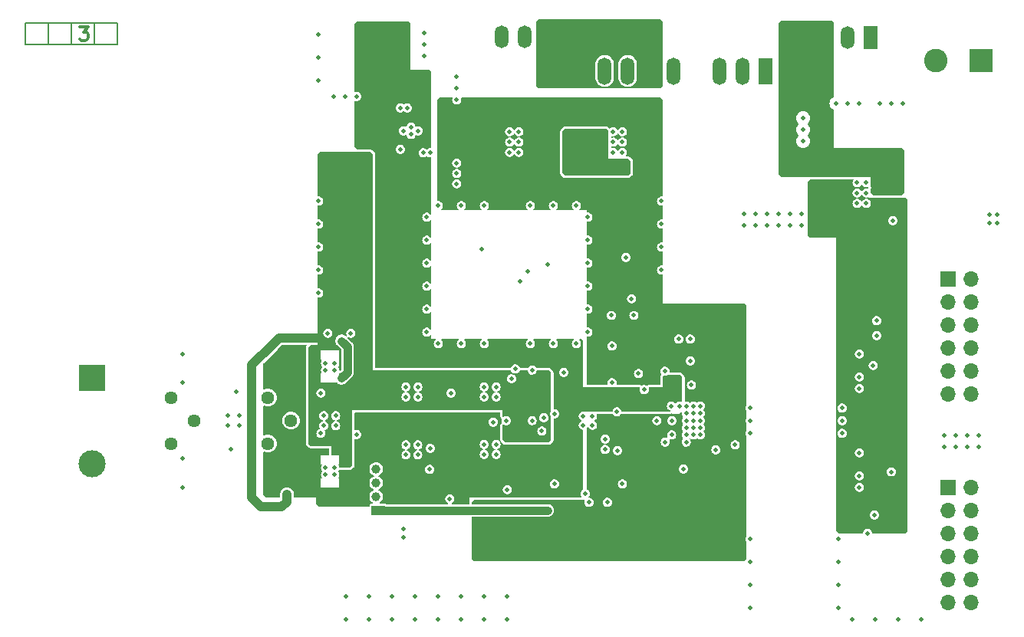
<source format=gbr>
G04 #@! TF.GenerationSoftware,KiCad,Pcbnew,8.0.4*
G04 #@! TF.CreationDate,2024-09-02T23:30:59+02:00*
G04 #@! TF.ProjectId,AD4030-Voltage,41443430-3330-42d5-966f-6c746167652e,rev?*
G04 #@! TF.SameCoordinates,Original*
G04 #@! TF.FileFunction,Copper,L3,Inr*
G04 #@! TF.FilePolarity,Positive*
%FSLAX46Y46*%
G04 Gerber Fmt 4.6, Leading zero omitted, Abs format (unit mm)*
G04 Created by KiCad (PCBNEW 8.0.4) date 2024-09-02 23:30:59*
%MOMM*%
%LPD*%
G01*
G04 APERTURE LIST*
G04 #@! TA.AperFunction,NonConductor*
%ADD10C,0.200000*%
G04 #@! TD*
%ADD11C,0.300000*%
G04 #@! TA.AperFunction,NonConductor*
%ADD12C,0.300000*%
G04 #@! TD*
G04 #@! TA.AperFunction,ComponentPad*
%ADD13C,1.440000*%
G04 #@! TD*
G04 #@! TA.AperFunction,ComponentPad*
%ADD14R,1.500000X3.000000*%
G04 #@! TD*
G04 #@! TA.AperFunction,ComponentPad*
%ADD15O,1.500000X3.000000*%
G04 #@! TD*
G04 #@! TA.AperFunction,HeatsinkPad*
%ADD16C,0.500000*%
G04 #@! TD*
G04 #@! TA.AperFunction,ComponentPad*
%ADD17R,1.000000X1.000000*%
G04 #@! TD*
G04 #@! TA.AperFunction,ComponentPad*
%ADD18C,1.000000*%
G04 #@! TD*
G04 #@! TA.AperFunction,ComponentPad*
%ADD19R,2.600000X2.600000*%
G04 #@! TD*
G04 #@! TA.AperFunction,ComponentPad*
%ADD20C,2.600000*%
G04 #@! TD*
G04 #@! TA.AperFunction,ComponentPad*
%ADD21R,1.500000X2.500000*%
G04 #@! TD*
G04 #@! TA.AperFunction,ComponentPad*
%ADD22O,1.500000X2.500000*%
G04 #@! TD*
G04 #@! TA.AperFunction,ComponentPad*
%ADD23C,0.500000*%
G04 #@! TD*
G04 #@! TA.AperFunction,HeatsinkPad*
%ADD24C,0.600000*%
G04 #@! TD*
G04 #@! TA.AperFunction,ComponentPad*
%ADD25R,1.700000X1.700000*%
G04 #@! TD*
G04 #@! TA.AperFunction,ComponentPad*
%ADD26O,1.700000X1.700000*%
G04 #@! TD*
G04 #@! TA.AperFunction,ComponentPad*
%ADD27R,3.000000X3.000000*%
G04 #@! TD*
G04 #@! TA.AperFunction,ComponentPad*
%ADD28C,3.000000*%
G04 #@! TD*
G04 #@! TA.AperFunction,ViaPad*
%ADD29C,0.500000*%
G04 #@! TD*
G04 #@! TA.AperFunction,Conductor*
%ADD30C,0.889000*%
G04 #@! TD*
G04 #@! TA.AperFunction,Conductor*
%ADD31C,1.016000*%
G04 #@! TD*
G04 APERTURE END LIST*
D10*
X86487000Y-61087000D02*
X86487000Y-63500000D01*
X83947000Y-61087000D02*
X83947000Y-63500000D01*
X91567000Y-63500000D02*
X81407000Y-63500000D01*
X91567000Y-61087000D02*
X81407000Y-61087000D01*
X91567000Y-61087000D02*
X91567000Y-63500000D01*
X81407000Y-63500000D02*
X81407000Y-61087000D01*
X89027000Y-63500000D02*
X89027000Y-61087000D01*
D11*
D12*
X87406653Y-61521428D02*
X88335225Y-61521428D01*
X88335225Y-61521428D02*
X87835225Y-62092857D01*
X87835225Y-62092857D02*
X88049510Y-62092857D01*
X88049510Y-62092857D02*
X88192368Y-62164285D01*
X88192368Y-62164285D02*
X88263796Y-62235714D01*
X88263796Y-62235714D02*
X88335225Y-62378571D01*
X88335225Y-62378571D02*
X88335225Y-62735714D01*
X88335225Y-62735714D02*
X88263796Y-62878571D01*
X88263796Y-62878571D02*
X88192368Y-62950000D01*
X88192368Y-62950000D02*
X88049510Y-63021428D01*
X88049510Y-63021428D02*
X87620939Y-63021428D01*
X87620939Y-63021428D02*
X87478082Y-62950000D01*
X87478082Y-62950000D02*
X87406653Y-62878571D01*
D13*
G04 #@! TO.N,Net-(R211-Pad2)*
G04 #@! TO.C,RV201*
X97536000Y-102489000D03*
G04 #@! TO.N,GND*
X100076000Y-105029000D03*
G04 #@! TO.N,Net-(R212-Pad1)*
X97536000Y-107569000D03*
G04 #@! TD*
D14*
G04 #@! TO.N,GNDS*
G04 #@! TO.C,U503*
X163123500Y-66400000D03*
D15*
G04 #@! TO.N,Net-(U503-+VIN)*
X160583500Y-66400000D03*
G04 #@! TO.N,unconnected-(U503-ON{slash}~{OFF}-Pad3)*
X158043500Y-66400000D03*
G04 #@! TO.N,unconnected-(U503-NC-Pad5)*
X152963500Y-66400000D03*
G04 #@! TO.N,+9V*
X150423500Y-66400000D03*
G04 #@! TO.N,GND*
X147883500Y-66400000D03*
G04 #@! TO.N,unconnected-(U503-NC-Pad8)*
X145343500Y-66400000D03*
G04 #@! TD*
D16*
G04 #@! TO.N,GND*
G04 #@! TO.C,RN206*
X133365000Y-107654000D03*
X132065000Y-107654000D03*
X133365000Y-108754000D03*
X132065000Y-108754000D03*
G04 #@! TD*
G04 #@! TO.N,GND*
G04 #@! TO.C,RN201*
X105044000Y-104479000D03*
X103744000Y-104479000D03*
X105044000Y-105579000D03*
X103744000Y-105579000D03*
G04 #@! TD*
D17*
G04 #@! TO.N,+5V*
G04 #@! TO.C,K201*
X120142000Y-114935000D03*
D18*
G04 #@! TO.N,Net-(Q201-C)*
X120142000Y-113415000D03*
G04 #@! TO.N,Net-(U202--)*
X120142000Y-111895000D03*
G04 #@! TO.N,Net-(C227-Pad1)*
X120142000Y-110375000D03*
G04 #@! TD*
D19*
G04 #@! TO.N,Net-(J501-Pin_1)*
G04 #@! TO.C,J501*
X186904000Y-65227000D03*
D20*
G04 #@! TO.N,GNDS*
X181904000Y-65227000D03*
G04 #@! TD*
D21*
G04 #@! TO.N,Net-(U502-Vin)*
G04 #@! TO.C,U502*
X174752000Y-62682500D03*
D22*
G04 #@! TO.N,GNDS*
X172212000Y-62682500D03*
G04 #@! TO.N,Net-(U502-Vout)*
X169672000Y-62682500D03*
G04 #@! TD*
D13*
G04 #@! TO.N,Net-(R213-Pad2)*
G04 #@! TO.C,RV202*
X108204000Y-102489000D03*
G04 #@! TO.N,Net-(C225-Pad1)*
X110744000Y-105029000D03*
G04 #@! TO.N,Net-(R214-Pad1)*
X108204000Y-107569000D03*
G04 #@! TD*
D16*
G04 #@! TO.N,GND*
G04 #@! TO.C,RN203*
X124729000Y-101304000D03*
X123429000Y-101304000D03*
X124729000Y-102404000D03*
X123429000Y-102404000D03*
G04 #@! TD*
D23*
G04 #@! TO.N,GND*
G04 #@! TO.C,U501*
X123962000Y-72619000D03*
X124762000Y-73019000D03*
X123162000Y-73019000D03*
X123962000Y-73419000D03*
G04 #@! TD*
D21*
G04 #@! TO.N,+9V*
G04 #@! TO.C,U507*
X139065000Y-62611000D03*
D22*
G04 #@! TO.N,GND*
X136525000Y-62611000D03*
G04 #@! TO.N,+5V*
X133985000Y-62611000D03*
G04 #@! TD*
D24*
G04 #@! TO.N,-5VA*
G04 #@! TO.C,U201*
X136718000Y-101285000D03*
X136718000Y-102235000D03*
X136718000Y-103185000D03*
X137668000Y-101285000D03*
X137668000Y-102235000D03*
X137668000Y-103185000D03*
X138618000Y-101285000D03*
X138618000Y-102235000D03*
X138618000Y-103185000D03*
G04 #@! TD*
D16*
G04 #@! TO.N,GND*
G04 #@! TO.C,RN204*
X124729000Y-107703000D03*
X123429000Y-107703000D03*
X124729000Y-108803000D03*
X123429000Y-108803000D03*
G04 #@! TD*
G04 #@! TO.N,GND*
G04 #@! TO.C,RN205*
X133365000Y-101304000D03*
X132065000Y-101304000D03*
X133365000Y-102404000D03*
X132065000Y-102404000D03*
G04 #@! TD*
D25*
G04 #@! TO.N,unconnected-(J403-Pin_1-Pad1)*
G04 #@! TO.C,J403*
X183261000Y-89408000D03*
D26*
G04 #@! TO.N,unconnected-(J403-Pin_2-Pad2)*
X185801000Y-89408000D03*
G04 #@! TO.N,GNDS*
X183261000Y-91948000D03*
X185801000Y-91948000D03*
G04 #@! TO.N,Net-(J403-Pin_5)*
X183261000Y-94488000D03*
G04 #@! TO.N,Net-(J403-Pin_6)*
X185801000Y-94488000D03*
G04 #@! TO.N,Net-(J403-Pin_7)*
X183261000Y-97028000D03*
G04 #@! TO.N,Net-(J403-Pin_8)*
X185801000Y-97028000D03*
G04 #@! TO.N,Net-(J403-Pin_9)*
X183261000Y-99568000D03*
G04 #@! TO.N,Net-(J403-Pin_10)*
X185801000Y-99568000D03*
G04 #@! TO.N,unconnected-(J403-Pin_11-Pad11)*
X183261000Y-102108000D03*
G04 #@! TO.N,unconnected-(J403-Pin_12-Pad12)*
X185801000Y-102108000D03*
G04 #@! TD*
D16*
G04 #@! TO.N,GND*
G04 #@! TO.C,RN202*
X114367000Y-105579000D03*
X115667000Y-105579000D03*
X114367000Y-104479000D03*
X115667000Y-104479000D03*
G04 #@! TD*
D27*
G04 #@! TO.N,Net-(J201-Pin_1)*
G04 #@! TO.C,J201*
X88773000Y-100269000D03*
D28*
G04 #@! TO.N,Net-(J201-Pin_2)*
X88773000Y-109789000D03*
G04 #@! TD*
D25*
G04 #@! TO.N,unconnected-(J404-Pin_1-Pad1)*
G04 #@! TO.C,J404*
X183261000Y-112408000D03*
D26*
G04 #@! TO.N,unconnected-(J404-Pin_2-Pad2)*
X185801000Y-112408000D03*
G04 #@! TO.N,GNDS*
X183261000Y-114948000D03*
X185801000Y-114948000D03*
G04 #@! TO.N,Net-(J404-Pin_5)*
X183261000Y-117488000D03*
G04 #@! TO.N,Net-(J404-Pin_6)*
X185801000Y-117488000D03*
G04 #@! TO.N,Net-(J404-Pin_7)*
X183261000Y-120028000D03*
G04 #@! TO.N,Net-(J404-Pin_8)*
X185801000Y-120028000D03*
G04 #@! TO.N,Net-(J404-Pin_9)*
X183261000Y-122568000D03*
G04 #@! TO.N,Net-(J404-Pin_10)*
X185801000Y-122568000D03*
G04 #@! TO.N,unconnected-(J404-Pin_11-Pad11)*
X183261000Y-125108000D03*
G04 #@! TO.N,unconnected-(J404-Pin_12-Pad12)*
X185801000Y-125108000D03*
G04 #@! TD*
D29*
G04 #@! TO.N,GND*
X146304000Y-74262500D03*
X134874000Y-74262500D03*
X125730000Y-85090000D03*
X115570000Y-99441000D03*
X125730000Y-87630000D03*
X116713000Y-69215000D03*
X155930600Y-104216200D03*
X155930600Y-106603800D03*
X135890000Y-75405500D03*
X128397000Y-101981000D03*
X125730000Y-82550000D03*
X127000000Y-96520000D03*
X144018000Y-104521000D03*
X113792000Y-83312000D03*
X126111000Y-108077000D03*
X154355800Y-107391200D03*
X117983000Y-69215000D03*
X133040000Y-105191110D03*
X132080000Y-96520000D03*
X139065000Y-87757000D03*
X155168600Y-103403400D03*
X114554000Y-98679000D03*
X143510000Y-92710000D03*
X154355800Y-104216200D03*
X154355800Y-106603800D03*
X146304000Y-75405500D03*
X139827000Y-104267000D03*
X146177000Y-96774000D03*
X125476000Y-64770000D03*
X113792000Y-62357000D03*
X143510000Y-85090000D03*
X147320000Y-73119500D03*
X152730200Y-103403400D03*
X114554000Y-99441000D03*
X129540000Y-124460000D03*
X134620000Y-127000000D03*
X119380000Y-127000000D03*
X124460000Y-124460000D03*
X134620000Y-112649000D03*
X154051000Y-110363000D03*
X143637000Y-114046000D03*
X138430000Y-106172000D03*
X153543000Y-96012000D03*
X129032000Y-78867000D03*
X129032000Y-77724000D03*
X113792000Y-88392000D03*
X146304000Y-73119500D03*
X113792000Y-67437000D03*
X139700000Y-96520000D03*
X137160000Y-96520000D03*
X155930600Y-105816400D03*
X154355800Y-105816400D03*
X154940000Y-101092000D03*
X151638000Y-88392000D03*
X135890000Y-74262500D03*
X114554000Y-110236000D03*
X145415000Y-108204000D03*
X137160000Y-81280000D03*
X146116000Y-93406000D03*
X144018000Y-105537000D03*
X129540000Y-127000000D03*
X139700000Y-81280000D03*
X113792000Y-64897000D03*
X155168600Y-106603800D03*
X155168600Y-105029000D03*
X153619200Y-103403400D03*
X143510000Y-82550000D03*
X129540000Y-81280000D03*
X123129000Y-117028000D03*
X125730000Y-92710000D03*
X134620000Y-124460000D03*
X125730000Y-95250000D03*
X154355800Y-103403400D03*
X125730000Y-90170000D03*
X123129000Y-117917000D03*
X161417000Y-105029000D03*
X119380000Y-124460000D03*
X121920000Y-127000000D03*
X149733000Y-101600000D03*
X121920000Y-124460000D03*
X145669000Y-114046000D03*
X154813000Y-96012000D03*
X126036500Y-110415500D03*
X113792000Y-90932000D03*
X151638000Y-80772000D03*
X147320000Y-74262500D03*
X113792000Y-85852000D03*
X155930600Y-103403400D03*
X98806000Y-100838000D03*
X132080000Y-127000000D03*
X143510000Y-95250000D03*
X139827000Y-112014000D03*
X151638000Y-83312000D03*
X135890000Y-73119500D03*
X115570000Y-110998000D03*
X127000000Y-81280000D03*
X134493000Y-105029000D03*
X152755600Y-106603800D03*
X146752500Y-108331000D03*
X152044400Y-107391200D03*
X148590000Y-93406000D03*
X129032000Y-76581000D03*
X116840000Y-127000000D03*
X161417000Y-125730000D03*
X132080000Y-81280000D03*
X125476000Y-63500000D03*
X129540000Y-96520000D03*
X147320000Y-75405500D03*
X134874000Y-73119500D03*
X98806000Y-109220000D03*
X125476000Y-62230000D03*
X132080000Y-124460000D03*
X157632400Y-108254800D03*
X115443000Y-69215000D03*
X128270000Y-113665000D03*
X135064500Y-100393500D03*
X134874000Y-75405500D03*
X124460000Y-127000000D03*
X155168600Y-104216200D03*
X147701000Y-86995000D03*
X161417000Y-103632000D03*
X114554000Y-110998000D03*
X143002000Y-105537000D03*
X155168600Y-105816400D03*
X115570000Y-98679000D03*
X154355800Y-105029000D03*
X155930600Y-105029000D03*
X161417000Y-106426000D03*
X127000000Y-124460000D03*
X147320000Y-112014000D03*
X115570000Y-110236000D03*
X161417000Y-123190000D03*
X161417000Y-120650000D03*
X116840000Y-124460000D03*
X161417000Y-118110000D03*
X151638000Y-85852000D03*
X142240000Y-96520000D03*
X127000000Y-127000000D03*
X151130000Y-105029000D03*
X143510000Y-90170000D03*
X113792000Y-80772000D03*
X142240000Y-81280000D03*
X143002000Y-104521000D03*
X143510000Y-87630000D03*
G04 #@! TO.N,+5VA*
X116314500Y-100347500D03*
X116332722Y-96219513D03*
X153416000Y-101142800D03*
X113774500Y-109329500D03*
X122682000Y-64770000D03*
X129005500Y-108812500D03*
X153416000Y-100457000D03*
X138303000Y-112649000D03*
X122682000Y-63500000D03*
X113792000Y-113030000D03*
X110297000Y-97028000D03*
X141859000Y-108204000D03*
X108397000Y-113157000D03*
X140335000Y-101910000D03*
X122682000Y-62230000D03*
G04 #@! TO.N,Net-(C212-Pad2)*
X98806000Y-97663000D03*
G04 #@! TO.N,Net-(C213-Pad2)*
X98806000Y-112395000D03*
G04 #@! TO.N,-5VA*
X135128000Y-106553000D03*
X116840000Y-109220000D03*
X117983000Y-75946000D03*
X116713000Y-75946000D03*
X108397000Y-96901000D03*
X110297000Y-113157000D03*
X115443000Y-75946000D03*
X113665000Y-100584000D03*
X126492000Y-101981000D03*
X134747000Y-102870000D03*
G04 #@! TO.N,Net-(C227-Pad1)*
X117983000Y-106553000D03*
G04 #@! TO.N,+1V8*
X153035000Y-109474000D03*
X150767000Y-91506000D03*
X148309500Y-114908500D03*
X159258000Y-93853000D03*
X132334000Y-74803000D03*
X157353000Y-100457000D03*
X159258000Y-116178500D03*
X156337000Y-96012000D03*
X131318000Y-116586000D03*
X157353000Y-101219000D03*
X131064000Y-74803000D03*
X129794000Y-74803000D03*
X136244500Y-76988500D03*
X153035000Y-108712000D03*
G04 #@! TO.N,GNDS*
X177165000Y-82931000D03*
X167132000Y-83439000D03*
X171196000Y-120650000D03*
X165862000Y-82169000D03*
X175260000Y-127000000D03*
X171577000Y-105029000D03*
X171196000Y-125730000D03*
X173228000Y-79883000D03*
X173228000Y-81026000D03*
X164592000Y-83439000D03*
X177800000Y-127000000D03*
X162052000Y-82169000D03*
X182880000Y-107950000D03*
X160782000Y-83439000D03*
X174244000Y-79883000D03*
X163322000Y-83439000D03*
X185420000Y-107950000D03*
X162052000Y-83439000D03*
X174244000Y-81026000D03*
X171196000Y-118110000D03*
X185420000Y-106680000D03*
X174244000Y-78740000D03*
X171577000Y-103632000D03*
X163322000Y-82169000D03*
X171577000Y-106426000D03*
X184150000Y-107950000D03*
X173228000Y-78740000D03*
X184150000Y-106680000D03*
X167132000Y-82169000D03*
X160782000Y-82169000D03*
X165862000Y-83439000D03*
X180340000Y-127000000D03*
X164592000Y-82169000D03*
X182880000Y-106680000D03*
X171196000Y-123190000D03*
X186690000Y-107950000D03*
X186690000Y-106680000D03*
X172720000Y-127000000D03*
G04 #@! TO.N,VCCQ*
X172593000Y-93853000D03*
X170053000Y-79248000D03*
X169037000Y-79248000D03*
X170942000Y-79248000D03*
X172974000Y-116205000D03*
X176276000Y-83820000D03*
G04 #@! TO.N,+9V*
X131826000Y-86106000D03*
G04 #@! TO.N,Net-(D501-K)*
X177038000Y-69977000D03*
X167259000Y-71628000D03*
X175768000Y-69977000D03*
X167259000Y-74168000D03*
X178308000Y-69977000D03*
X188722000Y-83185000D03*
X188722000Y-82296000D03*
X187833000Y-83185000D03*
X167259000Y-72898000D03*
X187833000Y-82296000D03*
G04 #@! TO.N,+5V*
X129032000Y-67056000D03*
X125349000Y-75438000D03*
X129032000Y-68326000D03*
X140843000Y-99695000D03*
X122809000Y-75057000D03*
X139091500Y-114908500D03*
X129032000Y-69596000D03*
X126111000Y-75438000D03*
G04 #@! TO.N,Net-(R212-Pad2)*
X104069000Y-108204000D03*
G04 #@! TO.N,Net-(U202--)*
X114042000Y-106426000D03*
X114808000Y-95377000D03*
G04 #@! TO.N,Net-(U303-REFIN)*
X152019000Y-99568000D03*
G04 #@! TO.N,Net-(U202-FB)*
X117348000Y-95377000D03*
X114046000Y-101981000D03*
G04 #@! TO.N,Net-(U304-NR)*
X136017000Y-89662000D03*
G04 #@! TO.N,Net-(U303-~{RST})*
X154813000Y-98425000D03*
G04 #@! TO.N,Net-(U301--)*
X146722500Y-104050500D03*
G04 #@! TO.N,VDDF*
X136906000Y-88575000D03*
G04 #@! TO.N,Net-(U201-Pad16)*
X138643000Y-104703608D03*
X135509000Y-99314000D03*
G04 #@! TO.N,/ADC/ADC_CNV*
X148336000Y-91567000D03*
X159766000Y-107696000D03*
G04 #@! TO.N,/Isolation/CONN_100MHz*
X175387000Y-93980000D03*
G04 #@! TO.N,/Isolation/CONN_~{CS}*
X173482000Y-112395000D03*
G04 #@! TO.N,+3.3V*
X147674500Y-76988500D03*
X142494000Y-74803000D03*
X143764000Y-74803000D03*
X141224000Y-74803000D03*
G04 #@! TO.N,/Isolation/CONN_SDO0*
X173482000Y-100203000D03*
G04 #@! TO.N,/Isolation/CONN_SDI*
X173482000Y-111125000D03*
G04 #@! TO.N,/Isolation/CONN_BUSY*
X173482000Y-101473000D03*
G04 #@! TO.N,/Isolation/CONN_SDO1*
X173482000Y-97663000D03*
G04 #@! TO.N,/Isolation/CONN_SDO3*
X175387000Y-95631000D03*
G04 #@! TO.N,/Isolation/CONN_SDO2*
X175006000Y-98933000D03*
G04 #@! TO.N,/Isolation/CONN_GAIN_x10*
X174371000Y-117475000D03*
G04 #@! TO.N,/Isolation/CONN_GAIN_x20*
X175133000Y-115443000D03*
G04 #@! TO.N,/Isolation/CONN_SCK*
X176974500Y-110680500D03*
G04 #@! TO.N,/Isolation/CONN_CNV*
X173482000Y-108585000D03*
G04 #@! TO.N,Net-(R211-Pad1)*
X104719000Y-101854000D03*
G04 #@! TO.N,VCOM*
X146177000Y-100838000D03*
X145415000Y-107061000D03*
G04 #@! TO.N,/DIFF/SW_GAIN_x20*
X143195000Y-113096000D03*
X137343000Y-105029000D03*
X137343000Y-99441000D03*
G04 #@! TO.N,Net-(U501-VPOS)*
X123571000Y-70485000D03*
X122809000Y-70485000D03*
G04 #@! TO.N,Net-(U502-Vin)*
X170942000Y-69977000D03*
X173482000Y-69977000D03*
X172212000Y-69977000D03*
G04 #@! TO.N,Net-(U502-Vout)*
X176530000Y-79629000D03*
X177165000Y-79629000D03*
X177800000Y-79629000D03*
G04 #@! TO.N,Net-(R308-Pad2)*
X152781000Y-105029000D03*
X149098000Y-99822000D03*
G04 #@! TD*
D30*
G04 #@! TO.N,+5VA*
X116967000Y-99695000D02*
X116314500Y-100347500D01*
X116332722Y-96219513D02*
X116967000Y-96853791D01*
X116967000Y-96853791D02*
X116967000Y-99695000D01*
D31*
G04 #@! TO.N,-5VA*
X106426000Y-113538000D02*
X106426000Y-98872000D01*
X110297000Y-113985000D02*
X109728000Y-114554000D01*
X109413000Y-95885000D02*
X113792000Y-95885000D01*
X109728000Y-114554000D02*
X107442000Y-114554000D01*
X108745000Y-96553000D02*
X109413000Y-95885000D01*
X107442000Y-114554000D02*
X106426000Y-113538000D01*
X106426000Y-98872000D02*
X108745000Y-96553000D01*
D30*
X109413000Y-95885000D02*
X108397000Y-96901000D01*
D31*
X110297000Y-113157000D02*
X110297000Y-113985000D01*
D30*
G04 #@! TO.N,+5V*
X139065000Y-114935000D02*
X120142000Y-114935000D01*
G04 #@! TD*
G04 #@! TA.AperFunction,Conductor*
G04 #@! TO.N,+5VA*
G36*
X123716306Y-60978306D02*
G01*
X123933694Y-61195694D01*
X123952000Y-61239888D01*
X123952000Y-66294000D01*
X125958112Y-66294000D01*
X126002306Y-66312306D01*
X126219694Y-66529694D01*
X126238000Y-66573888D01*
X126238000Y-74871000D01*
X126219694Y-74915194D01*
X126175500Y-74933500D01*
X126038462Y-74933500D01*
X125899272Y-74974369D01*
X125899263Y-74974373D01*
X125777225Y-75052802D01*
X125773850Y-75055728D01*
X125773101Y-75054863D01*
X125734454Y-75074205D01*
X125689067Y-75059095D01*
X125682774Y-75052802D01*
X125560736Y-74974373D01*
X125560727Y-74974369D01*
X125421538Y-74933500D01*
X125421536Y-74933500D01*
X125276464Y-74933500D01*
X125276462Y-74933500D01*
X125137272Y-74974369D01*
X125137263Y-74974373D01*
X125015226Y-75052801D01*
X124920225Y-75162438D01*
X124920222Y-75162443D01*
X124859958Y-75294402D01*
X124859957Y-75294405D01*
X124839312Y-75438000D01*
X124859957Y-75581594D01*
X124859958Y-75581597D01*
X124920222Y-75713556D01*
X124920225Y-75713561D01*
X125015226Y-75823198D01*
X125137263Y-75901626D01*
X125137268Y-75901629D01*
X125276461Y-75942499D01*
X125276463Y-75942500D01*
X125276464Y-75942500D01*
X125421537Y-75942500D01*
X125421537Y-75942499D01*
X125560732Y-75901629D01*
X125682775Y-75823196D01*
X125682778Y-75823192D01*
X125686154Y-75820268D01*
X125686905Y-75821135D01*
X125725537Y-75801795D01*
X125770926Y-75816898D01*
X125777216Y-75823188D01*
X125777225Y-75823196D01*
X125899268Y-75901629D01*
X126038461Y-75942499D01*
X126038463Y-75942500D01*
X126175500Y-75942500D01*
X126219694Y-75960806D01*
X126238000Y-76005000D01*
X126238000Y-82198300D01*
X126219694Y-82242494D01*
X126175500Y-82260800D01*
X126131306Y-82242494D01*
X126128266Y-82239229D01*
X126063773Y-82164801D01*
X125941736Y-82086373D01*
X125941727Y-82086369D01*
X125802538Y-82045500D01*
X125802536Y-82045500D01*
X125657464Y-82045500D01*
X125657462Y-82045500D01*
X125518272Y-82086369D01*
X125518263Y-82086373D01*
X125396226Y-82164801D01*
X125301225Y-82274438D01*
X125301222Y-82274443D01*
X125240958Y-82406402D01*
X125240957Y-82406405D01*
X125220312Y-82550000D01*
X125240957Y-82693594D01*
X125240958Y-82693597D01*
X125301222Y-82825556D01*
X125301225Y-82825561D01*
X125396226Y-82935198D01*
X125518263Y-83013626D01*
X125518268Y-83013629D01*
X125643841Y-83050500D01*
X125657461Y-83054499D01*
X125657463Y-83054500D01*
X125657464Y-83054500D01*
X125802537Y-83054500D01*
X125802537Y-83054499D01*
X125941732Y-83013629D01*
X125987535Y-82984192D01*
X126063773Y-82935198D01*
X126128266Y-82860770D01*
X126171042Y-82839358D01*
X126216429Y-82854465D01*
X126237841Y-82897241D01*
X126238000Y-82901699D01*
X126238000Y-84738300D01*
X126219694Y-84782494D01*
X126175500Y-84800800D01*
X126131306Y-84782494D01*
X126128266Y-84779229D01*
X126063773Y-84704801D01*
X125941736Y-84626373D01*
X125941727Y-84626369D01*
X125802538Y-84585500D01*
X125802536Y-84585500D01*
X125657464Y-84585500D01*
X125657462Y-84585500D01*
X125518272Y-84626369D01*
X125518263Y-84626373D01*
X125396226Y-84704801D01*
X125301225Y-84814438D01*
X125301222Y-84814443D01*
X125240958Y-84946402D01*
X125240957Y-84946405D01*
X125220312Y-85090000D01*
X125240957Y-85233594D01*
X125240958Y-85233597D01*
X125301222Y-85365556D01*
X125301225Y-85365561D01*
X125396226Y-85475198D01*
X125518263Y-85553626D01*
X125518268Y-85553629D01*
X125657461Y-85594499D01*
X125657463Y-85594500D01*
X125657464Y-85594500D01*
X125802537Y-85594500D01*
X125802537Y-85594499D01*
X125941732Y-85553629D01*
X125987535Y-85524192D01*
X126063773Y-85475198D01*
X126128266Y-85400770D01*
X126171042Y-85379358D01*
X126216429Y-85394465D01*
X126237841Y-85437241D01*
X126238000Y-85441699D01*
X126238000Y-87278300D01*
X126219694Y-87322494D01*
X126175500Y-87340800D01*
X126131306Y-87322494D01*
X126128266Y-87319229D01*
X126063773Y-87244801D01*
X125941736Y-87166373D01*
X125941727Y-87166369D01*
X125802538Y-87125500D01*
X125802536Y-87125500D01*
X125657464Y-87125500D01*
X125657462Y-87125500D01*
X125518272Y-87166369D01*
X125518263Y-87166373D01*
X125396226Y-87244801D01*
X125301225Y-87354438D01*
X125301222Y-87354443D01*
X125240958Y-87486402D01*
X125240957Y-87486405D01*
X125220312Y-87630000D01*
X125240957Y-87773594D01*
X125240958Y-87773597D01*
X125301222Y-87905556D01*
X125301225Y-87905561D01*
X125396226Y-88015198D01*
X125518263Y-88093626D01*
X125518268Y-88093629D01*
X125643841Y-88130500D01*
X125657461Y-88134499D01*
X125657463Y-88134500D01*
X125657464Y-88134500D01*
X125802537Y-88134500D01*
X125802537Y-88134499D01*
X125941732Y-88093629D01*
X125987535Y-88064192D01*
X126063773Y-88015198D01*
X126128266Y-87940770D01*
X126171042Y-87919358D01*
X126216429Y-87934465D01*
X126237841Y-87977241D01*
X126238000Y-87981699D01*
X126238000Y-89818300D01*
X126219694Y-89862494D01*
X126175500Y-89880800D01*
X126131306Y-89862494D01*
X126128266Y-89859229D01*
X126063773Y-89784801D01*
X125941736Y-89706373D01*
X125941727Y-89706369D01*
X125802538Y-89665500D01*
X125802536Y-89665500D01*
X125657464Y-89665500D01*
X125657462Y-89665500D01*
X125518272Y-89706369D01*
X125518263Y-89706373D01*
X125396226Y-89784801D01*
X125301225Y-89894438D01*
X125301222Y-89894443D01*
X125240958Y-90026402D01*
X125240957Y-90026405D01*
X125220312Y-90170000D01*
X125240957Y-90313594D01*
X125240958Y-90313597D01*
X125301222Y-90445556D01*
X125301225Y-90445561D01*
X125396226Y-90555198D01*
X125518263Y-90633626D01*
X125518268Y-90633629D01*
X125643841Y-90670500D01*
X125657461Y-90674499D01*
X125657463Y-90674500D01*
X125657464Y-90674500D01*
X125802537Y-90674500D01*
X125802537Y-90674499D01*
X125941732Y-90633629D01*
X125987535Y-90604192D01*
X126063773Y-90555198D01*
X126128266Y-90480770D01*
X126171042Y-90459358D01*
X126216429Y-90474465D01*
X126237841Y-90517241D01*
X126238000Y-90521699D01*
X126238000Y-92358300D01*
X126219694Y-92402494D01*
X126175500Y-92420800D01*
X126131306Y-92402494D01*
X126128266Y-92399229D01*
X126063773Y-92324801D01*
X125941736Y-92246373D01*
X125941727Y-92246369D01*
X125802538Y-92205500D01*
X125802536Y-92205500D01*
X125657464Y-92205500D01*
X125657462Y-92205500D01*
X125518272Y-92246369D01*
X125518263Y-92246373D01*
X125396226Y-92324801D01*
X125301225Y-92434438D01*
X125301222Y-92434443D01*
X125240958Y-92566402D01*
X125240957Y-92566405D01*
X125220312Y-92710000D01*
X125240957Y-92853594D01*
X125240958Y-92853597D01*
X125301222Y-92985556D01*
X125301225Y-92985561D01*
X125396226Y-93095198D01*
X125518263Y-93173626D01*
X125518268Y-93173629D01*
X125657461Y-93214499D01*
X125657463Y-93214500D01*
X125657464Y-93214500D01*
X125802537Y-93214500D01*
X125802537Y-93214499D01*
X125941732Y-93173629D01*
X125987535Y-93144192D01*
X126063773Y-93095198D01*
X126128266Y-93020770D01*
X126171042Y-92999358D01*
X126216429Y-93014465D01*
X126237841Y-93057241D01*
X126238000Y-93061699D01*
X126238000Y-94898300D01*
X126219694Y-94942494D01*
X126175500Y-94960800D01*
X126131306Y-94942494D01*
X126128266Y-94939229D01*
X126063773Y-94864801D01*
X125941736Y-94786373D01*
X125941727Y-94786369D01*
X125802538Y-94745500D01*
X125802536Y-94745500D01*
X125657464Y-94745500D01*
X125657462Y-94745500D01*
X125518272Y-94786369D01*
X125518263Y-94786373D01*
X125396226Y-94864801D01*
X125301225Y-94974438D01*
X125301222Y-94974443D01*
X125240958Y-95106402D01*
X125240957Y-95106405D01*
X125220312Y-95250000D01*
X125240957Y-95393594D01*
X125240958Y-95393597D01*
X125301222Y-95525556D01*
X125301225Y-95525561D01*
X125396226Y-95635198D01*
X125518263Y-95713626D01*
X125518268Y-95713629D01*
X125643841Y-95750500D01*
X125657461Y-95754499D01*
X125657463Y-95754500D01*
X125657464Y-95754500D01*
X125802537Y-95754500D01*
X125802537Y-95754499D01*
X125941732Y-95713629D01*
X126039962Y-95650500D01*
X126063773Y-95635198D01*
X126128266Y-95560770D01*
X126171042Y-95539358D01*
X126216429Y-95554465D01*
X126237841Y-95597241D01*
X126238000Y-95601699D01*
X126238000Y-96012000D01*
X126644455Y-96012000D01*
X126688649Y-96030306D01*
X126706955Y-96074500D01*
X126688649Y-96118694D01*
X126678245Y-96127078D01*
X126666226Y-96134801D01*
X126571225Y-96244438D01*
X126571222Y-96244443D01*
X126510958Y-96376402D01*
X126510957Y-96376405D01*
X126490312Y-96520000D01*
X126510957Y-96663594D01*
X126510958Y-96663597D01*
X126571222Y-96795556D01*
X126571225Y-96795561D01*
X126666226Y-96905198D01*
X126788263Y-96983626D01*
X126788268Y-96983629D01*
X126927461Y-97024499D01*
X126927463Y-97024500D01*
X126927464Y-97024500D01*
X127072537Y-97024500D01*
X127072537Y-97024499D01*
X127211732Y-96983629D01*
X127277245Y-96941526D01*
X127333773Y-96905198D01*
X127401029Y-96827581D01*
X127428777Y-96795558D01*
X127489042Y-96663596D01*
X127509688Y-96520000D01*
X127489042Y-96376404D01*
X127428777Y-96244442D01*
X127369666Y-96176224D01*
X127333773Y-96134801D01*
X127321755Y-96127078D01*
X127294473Y-96087785D01*
X127302967Y-96040710D01*
X127342260Y-96013428D01*
X127355545Y-96012000D01*
X129184455Y-96012000D01*
X129228649Y-96030306D01*
X129246955Y-96074500D01*
X129228649Y-96118694D01*
X129218245Y-96127078D01*
X129206226Y-96134801D01*
X129111225Y-96244438D01*
X129111222Y-96244443D01*
X129050958Y-96376402D01*
X129050957Y-96376405D01*
X129030312Y-96520000D01*
X129050957Y-96663594D01*
X129050958Y-96663597D01*
X129111222Y-96795556D01*
X129111225Y-96795561D01*
X129206226Y-96905198D01*
X129328263Y-96983626D01*
X129328268Y-96983629D01*
X129467461Y-97024499D01*
X129467463Y-97024500D01*
X129467464Y-97024500D01*
X129612537Y-97024500D01*
X129612537Y-97024499D01*
X129751732Y-96983629D01*
X129817245Y-96941526D01*
X129873773Y-96905198D01*
X129941029Y-96827581D01*
X129968777Y-96795558D01*
X130029042Y-96663596D01*
X130049688Y-96520000D01*
X130029042Y-96376404D01*
X129968777Y-96244442D01*
X129909666Y-96176224D01*
X129873773Y-96134801D01*
X129861755Y-96127078D01*
X129834473Y-96087785D01*
X129842967Y-96040710D01*
X129882260Y-96013428D01*
X129895545Y-96012000D01*
X131724455Y-96012000D01*
X131768649Y-96030306D01*
X131786955Y-96074500D01*
X131768649Y-96118694D01*
X131758245Y-96127078D01*
X131746226Y-96134801D01*
X131651225Y-96244438D01*
X131651222Y-96244443D01*
X131590958Y-96376402D01*
X131590957Y-96376405D01*
X131570312Y-96520000D01*
X131590957Y-96663594D01*
X131590958Y-96663597D01*
X131651222Y-96795556D01*
X131651225Y-96795561D01*
X131746226Y-96905198D01*
X131868263Y-96983626D01*
X131868268Y-96983629D01*
X132007461Y-97024499D01*
X132007463Y-97024500D01*
X132007464Y-97024500D01*
X132152537Y-97024500D01*
X132152537Y-97024499D01*
X132291732Y-96983629D01*
X132357245Y-96941526D01*
X132413773Y-96905198D01*
X132481029Y-96827581D01*
X132508777Y-96795558D01*
X132569042Y-96663596D01*
X132589688Y-96520000D01*
X132569042Y-96376404D01*
X132508777Y-96244442D01*
X132449666Y-96176224D01*
X132413773Y-96134801D01*
X132401755Y-96127078D01*
X132374473Y-96087785D01*
X132382967Y-96040710D01*
X132422260Y-96013428D01*
X132435545Y-96012000D01*
X136804455Y-96012000D01*
X136848649Y-96030306D01*
X136866955Y-96074500D01*
X136848649Y-96118694D01*
X136838245Y-96127078D01*
X136826226Y-96134801D01*
X136731225Y-96244438D01*
X136731222Y-96244443D01*
X136670958Y-96376402D01*
X136670957Y-96376405D01*
X136650312Y-96520000D01*
X136670957Y-96663594D01*
X136670958Y-96663597D01*
X136731222Y-96795556D01*
X136731225Y-96795561D01*
X136826226Y-96905198D01*
X136948263Y-96983626D01*
X136948268Y-96983629D01*
X137087461Y-97024499D01*
X137087463Y-97024500D01*
X137087464Y-97024500D01*
X137232537Y-97024500D01*
X137232537Y-97024499D01*
X137371732Y-96983629D01*
X137437245Y-96941526D01*
X137493773Y-96905198D01*
X137561029Y-96827581D01*
X137588777Y-96795558D01*
X137649042Y-96663596D01*
X137669688Y-96520000D01*
X137649042Y-96376404D01*
X137588777Y-96244442D01*
X137529666Y-96176224D01*
X137493773Y-96134801D01*
X137481755Y-96127078D01*
X137454473Y-96087785D01*
X137462967Y-96040710D01*
X137502260Y-96013428D01*
X137515545Y-96012000D01*
X139344455Y-96012000D01*
X139388649Y-96030306D01*
X139406955Y-96074500D01*
X139388649Y-96118694D01*
X139378245Y-96127078D01*
X139366226Y-96134801D01*
X139271225Y-96244438D01*
X139271222Y-96244443D01*
X139210958Y-96376402D01*
X139210957Y-96376405D01*
X139190312Y-96520000D01*
X139210957Y-96663594D01*
X139210958Y-96663597D01*
X139271222Y-96795556D01*
X139271225Y-96795561D01*
X139366226Y-96905198D01*
X139488263Y-96983626D01*
X139488268Y-96983629D01*
X139627461Y-97024499D01*
X139627463Y-97024500D01*
X139627464Y-97024500D01*
X139772537Y-97024500D01*
X139772537Y-97024499D01*
X139911732Y-96983629D01*
X139977245Y-96941526D01*
X140033773Y-96905198D01*
X140101029Y-96827581D01*
X140128777Y-96795558D01*
X140189042Y-96663596D01*
X140209688Y-96520000D01*
X140189042Y-96376404D01*
X140128777Y-96244442D01*
X140069666Y-96176224D01*
X140033773Y-96134801D01*
X140021755Y-96127078D01*
X139994473Y-96087785D01*
X140002967Y-96040710D01*
X140042260Y-96013428D01*
X140055545Y-96012000D01*
X141884455Y-96012000D01*
X141928649Y-96030306D01*
X141946955Y-96074500D01*
X141928649Y-96118694D01*
X141918245Y-96127078D01*
X141906226Y-96134801D01*
X141811225Y-96244438D01*
X141811222Y-96244443D01*
X141750958Y-96376402D01*
X141750957Y-96376405D01*
X141730312Y-96520000D01*
X141750957Y-96663594D01*
X141750958Y-96663597D01*
X141811222Y-96795556D01*
X141811225Y-96795561D01*
X141906226Y-96905198D01*
X142028263Y-96983626D01*
X142028268Y-96983629D01*
X142167461Y-97024499D01*
X142167463Y-97024500D01*
X142167464Y-97024500D01*
X142312537Y-97024500D01*
X142312537Y-97024499D01*
X142451732Y-96983629D01*
X142517245Y-96941526D01*
X142573773Y-96905198D01*
X142641029Y-96827581D01*
X142668777Y-96795558D01*
X142729042Y-96663596D01*
X142749688Y-96520000D01*
X142729042Y-96376404D01*
X142668777Y-96244442D01*
X142609666Y-96176224D01*
X142573773Y-96134801D01*
X142561755Y-96127078D01*
X142534473Y-96087785D01*
X142542967Y-96040710D01*
X142582260Y-96013428D01*
X142595545Y-96012000D01*
X142722112Y-96012000D01*
X142766306Y-96030306D01*
X142983694Y-96247694D01*
X143002000Y-96291888D01*
X143002000Y-101346000D01*
X143256000Y-101346000D01*
X149197126Y-101346000D01*
X149241320Y-101364306D01*
X149259626Y-101408500D01*
X149253978Y-101434463D01*
X149243958Y-101456402D01*
X149243957Y-101456405D01*
X149223312Y-101600000D01*
X149243957Y-101743594D01*
X149243958Y-101743597D01*
X149304222Y-101875556D01*
X149304225Y-101875561D01*
X149399226Y-101985198D01*
X149521263Y-102063626D01*
X149521268Y-102063629D01*
X149660461Y-102104499D01*
X149660463Y-102104500D01*
X149660464Y-102104500D01*
X149805537Y-102104500D01*
X149805537Y-102104499D01*
X149944732Y-102063629D01*
X149990535Y-102034192D01*
X150066773Y-101985198D01*
X150066775Y-101985196D01*
X150161777Y-101875558D01*
X150222042Y-101743596D01*
X150242688Y-101600000D01*
X150222042Y-101456404D01*
X150212022Y-101434463D01*
X150210315Y-101386658D01*
X150242911Y-101351648D01*
X150268874Y-101346000D01*
X151511000Y-101346000D01*
X151765000Y-101346000D01*
X151765000Y-100228887D01*
X151783305Y-100184694D01*
X151880848Y-100087151D01*
X151925039Y-100068847D01*
X151942646Y-100071379D01*
X151946464Y-100072500D01*
X151946466Y-100072500D01*
X152091537Y-100072500D01*
X152091537Y-100072499D01*
X152230732Y-100031629D01*
X152311810Y-99979523D01*
X152343866Y-99958922D01*
X152377656Y-99949000D01*
X153644112Y-99949000D01*
X153688306Y-99967306D01*
X153905694Y-100184694D01*
X153924000Y-100228888D01*
X153924000Y-102885122D01*
X153905694Y-102929316D01*
X153861500Y-102947622D01*
X153835712Y-102940057D01*
X153834996Y-102941627D01*
X153830930Y-102939770D01*
X153691738Y-102898900D01*
X153691736Y-102898900D01*
X153546664Y-102898900D01*
X153546662Y-102898900D01*
X153407472Y-102939769D01*
X153407463Y-102939773D01*
X153285426Y-103018201D01*
X153221934Y-103091475D01*
X153179158Y-103112887D01*
X153133771Y-103097780D01*
X153127466Y-103091475D01*
X153063973Y-103018201D01*
X152941936Y-102939773D01*
X152941927Y-102939769D01*
X152802738Y-102898900D01*
X152802736Y-102898900D01*
X152657664Y-102898900D01*
X152657662Y-102898900D01*
X152518472Y-102939769D01*
X152518463Y-102939773D01*
X152396426Y-103018201D01*
X152301425Y-103127838D01*
X152301422Y-103127843D01*
X152241158Y-103259802D01*
X152241157Y-103259805D01*
X152220512Y-103403400D01*
X152241157Y-103546994D01*
X152241158Y-103546997D01*
X152301422Y-103678956D01*
X152301425Y-103678961D01*
X152396426Y-103788598D01*
X152518463Y-103867026D01*
X152518468Y-103867029D01*
X152536076Y-103872199D01*
X152598511Y-103890532D01*
X152635758Y-103920547D01*
X152640871Y-103968108D01*
X152610856Y-104005355D01*
X152580903Y-104013000D01*
X147280953Y-104013000D01*
X147236759Y-103994694D01*
X147219089Y-103959395D01*
X147216393Y-103940642D01*
X147211542Y-103906904D01*
X147151277Y-103774942D01*
X147140496Y-103762500D01*
X147056273Y-103665301D01*
X146934236Y-103586873D01*
X146934227Y-103586869D01*
X146795038Y-103546000D01*
X146795036Y-103546000D01*
X146649964Y-103546000D01*
X146649962Y-103546000D01*
X146510772Y-103586869D01*
X146510763Y-103586873D01*
X146388726Y-103665301D01*
X146293725Y-103774938D01*
X146293722Y-103774943D01*
X146233458Y-103906902D01*
X146233457Y-103906905D01*
X146225911Y-103959395D01*
X146201502Y-104000534D01*
X146164047Y-104013000D01*
X143002000Y-104013000D01*
X143002000Y-104016500D01*
X142929462Y-104016500D01*
X142790272Y-104057369D01*
X142790263Y-104057373D01*
X142668226Y-104135801D01*
X142573225Y-104245438D01*
X142573222Y-104245443D01*
X142512958Y-104377402D01*
X142512957Y-104377405D01*
X142492312Y-104521000D01*
X142512957Y-104664594D01*
X142512958Y-104664597D01*
X142573222Y-104796556D01*
X142573225Y-104796561D01*
X142668226Y-104906198D01*
X142777496Y-104976422D01*
X142804778Y-105015715D01*
X142796284Y-105062790D01*
X142777496Y-105081578D01*
X142668226Y-105151801D01*
X142573225Y-105261438D01*
X142573222Y-105261443D01*
X142512958Y-105393402D01*
X142512957Y-105393405D01*
X142492312Y-105537000D01*
X142512957Y-105680594D01*
X142512958Y-105680597D01*
X142573222Y-105812556D01*
X142573225Y-105812561D01*
X142668226Y-105922198D01*
X142772795Y-105989400D01*
X142790268Y-106000629D01*
X142929461Y-106041499D01*
X142929463Y-106041500D01*
X142939500Y-106041500D01*
X142983694Y-106059806D01*
X143002000Y-106104000D01*
X143002000Y-112586204D01*
X142983694Y-112630398D01*
X142973290Y-112638782D01*
X142861226Y-112710801D01*
X142766225Y-112820438D01*
X142766222Y-112820443D01*
X142705958Y-112952402D01*
X142705957Y-112952405D01*
X142685312Y-113096000D01*
X142705957Y-113239594D01*
X142705958Y-113239597D01*
X142740662Y-113315587D01*
X142766223Y-113371558D01*
X142792455Y-113401831D01*
X142796925Y-113406990D01*
X142812032Y-113452378D01*
X142793887Y-113492112D01*
X142780097Y-113505902D01*
X142766306Y-113519693D01*
X142722114Y-113538000D01*
X130429000Y-113538000D01*
X130429000Y-113792000D01*
X130429000Y-114173500D01*
X130410694Y-114217694D01*
X130366500Y-114236000D01*
X128527515Y-114236000D01*
X128483321Y-114217694D01*
X128465015Y-114173500D01*
X128483321Y-114129306D01*
X128493725Y-114120922D01*
X128603773Y-114050198D01*
X128607411Y-114046000D01*
X128698777Y-113940558D01*
X128759042Y-113808596D01*
X128779688Y-113665000D01*
X128759042Y-113521404D01*
X128698777Y-113389442D01*
X128698774Y-113389438D01*
X128603773Y-113279801D01*
X128481736Y-113201373D01*
X128481727Y-113201369D01*
X128342538Y-113160500D01*
X128342536Y-113160500D01*
X128197464Y-113160500D01*
X128197462Y-113160500D01*
X128058272Y-113201369D01*
X128058263Y-113201373D01*
X127936226Y-113279801D01*
X127841225Y-113389438D01*
X127841222Y-113389443D01*
X127780958Y-113521402D01*
X127780957Y-113521405D01*
X127760312Y-113665000D01*
X127780957Y-113808594D01*
X127780958Y-113808597D01*
X127841222Y-113940556D01*
X127841225Y-113940561D01*
X127936226Y-114050198D01*
X128046275Y-114120922D01*
X128073557Y-114160215D01*
X128065063Y-114207290D01*
X128025770Y-114234572D01*
X128012485Y-114236000D01*
X121184314Y-114236000D01*
X121165435Y-114233080D01*
X121160221Y-114231427D01*
X121160214Y-114231426D01*
X120676220Y-114177703D01*
X120661844Y-114176510D01*
X120660563Y-114176440D01*
X120655313Y-114176293D01*
X120646570Y-114176048D01*
X120646569Y-114176048D01*
X120646565Y-114176048D01*
X120630070Y-114179312D01*
X120617941Y-114180500D01*
X120558803Y-114180500D01*
X120514609Y-114162194D01*
X120496303Y-114118000D01*
X120514609Y-114073806D01*
X120525551Y-114065080D01*
X120615398Y-114008625D01*
X120615397Y-114008625D01*
X120615400Y-114008624D01*
X120735624Y-113888400D01*
X120826082Y-113744437D01*
X120882237Y-113583954D01*
X120901274Y-113415000D01*
X120882237Y-113246046D01*
X120826082Y-113085563D01*
X120823780Y-113081900D01*
X120735625Y-112941601D01*
X120615398Y-112821374D01*
X120471443Y-112730921D01*
X120471439Y-112730919D01*
X120471438Y-112730918D01*
X120471437Y-112730918D01*
X120423064Y-112713991D01*
X120387397Y-112682118D01*
X120385537Y-112649000D01*
X134110312Y-112649000D01*
X134130957Y-112792594D01*
X134130958Y-112792597D01*
X134191222Y-112924556D01*
X134191225Y-112924561D01*
X134286226Y-113034198D01*
X134408263Y-113112626D01*
X134408268Y-113112629D01*
X134547461Y-113153499D01*
X134547463Y-113153500D01*
X134547464Y-113153500D01*
X134692537Y-113153500D01*
X134692537Y-113153499D01*
X134831732Y-113112629D01*
X134879548Y-113081899D01*
X134953773Y-113034198D01*
X135040086Y-112934588D01*
X135048777Y-112924558D01*
X135109042Y-112792596D01*
X135129688Y-112649000D01*
X135109042Y-112505404D01*
X135048777Y-112373442D01*
X135048774Y-112373438D01*
X134953773Y-112263801D01*
X134831736Y-112185373D01*
X134831727Y-112185369D01*
X134692538Y-112144500D01*
X134692536Y-112144500D01*
X134547464Y-112144500D01*
X134547462Y-112144500D01*
X134408272Y-112185369D01*
X134408263Y-112185373D01*
X134286226Y-112263801D01*
X134191225Y-112373438D01*
X134191222Y-112373443D01*
X134130958Y-112505402D01*
X134130957Y-112505405D01*
X134110312Y-112649000D01*
X120385537Y-112649000D01*
X120384715Y-112634358D01*
X120416590Y-112598689D01*
X120423056Y-112596010D01*
X120471437Y-112579082D01*
X120615400Y-112488624D01*
X120735624Y-112368400D01*
X120826082Y-112224437D01*
X120882237Y-112063954D01*
X120887866Y-112014000D01*
X139317312Y-112014000D01*
X139337957Y-112157594D01*
X139337958Y-112157597D01*
X139398222Y-112289556D01*
X139398225Y-112289561D01*
X139493226Y-112399198D01*
X139615263Y-112477626D01*
X139615268Y-112477629D01*
X139709866Y-112505405D01*
X139754461Y-112518499D01*
X139754463Y-112518500D01*
X139754464Y-112518500D01*
X139899537Y-112518500D01*
X139899537Y-112518499D01*
X140038732Y-112477629D01*
X140084535Y-112448192D01*
X140160773Y-112399198D01*
X140187460Y-112368400D01*
X140255777Y-112289558D01*
X140316042Y-112157596D01*
X140336688Y-112014000D01*
X140316042Y-111870404D01*
X140255777Y-111738442D01*
X140255774Y-111738438D01*
X140160773Y-111628801D01*
X140038736Y-111550373D01*
X140038727Y-111550369D01*
X139899538Y-111509500D01*
X139899536Y-111509500D01*
X139754464Y-111509500D01*
X139754462Y-111509500D01*
X139615272Y-111550369D01*
X139615263Y-111550373D01*
X139493226Y-111628801D01*
X139398225Y-111738438D01*
X139398222Y-111738443D01*
X139337958Y-111870402D01*
X139337957Y-111870405D01*
X139317312Y-112014000D01*
X120887866Y-112014000D01*
X120901274Y-111895000D01*
X120882237Y-111726046D01*
X120826082Y-111565563D01*
X120816537Y-111550373D01*
X120735625Y-111421601D01*
X120615398Y-111301374D01*
X120471443Y-111210921D01*
X120471439Y-111210919D01*
X120471438Y-111210918D01*
X120471437Y-111210918D01*
X120423064Y-111193991D01*
X120387397Y-111162118D01*
X120384715Y-111114358D01*
X120416590Y-111078689D01*
X120423056Y-111076010D01*
X120471437Y-111059082D01*
X120615400Y-110968624D01*
X120735624Y-110848400D01*
X120826082Y-110704437D01*
X120882237Y-110543954D01*
X120896711Y-110415500D01*
X125526812Y-110415500D01*
X125547457Y-110559094D01*
X125547458Y-110559097D01*
X125607722Y-110691056D01*
X125607725Y-110691061D01*
X125702726Y-110800698D01*
X125824763Y-110879126D01*
X125824768Y-110879129D01*
X125963961Y-110919999D01*
X125963963Y-110920000D01*
X125963964Y-110920000D01*
X126109037Y-110920000D01*
X126109037Y-110919999D01*
X126248232Y-110879129D01*
X126329923Y-110826629D01*
X126370273Y-110800698D01*
X126370275Y-110800696D01*
X126465277Y-110691058D01*
X126525542Y-110559096D01*
X126546188Y-110415500D01*
X126525542Y-110271904D01*
X126465277Y-110139942D01*
X126465274Y-110139938D01*
X126370273Y-110030301D01*
X126248236Y-109951873D01*
X126248227Y-109951869D01*
X126109038Y-109911000D01*
X126109036Y-109911000D01*
X125963964Y-109911000D01*
X125963962Y-109911000D01*
X125824772Y-109951869D01*
X125824763Y-109951873D01*
X125702726Y-110030301D01*
X125607725Y-110139938D01*
X125607722Y-110139943D01*
X125547458Y-110271902D01*
X125547457Y-110271905D01*
X125526812Y-110415500D01*
X120896711Y-110415500D01*
X120901274Y-110375000D01*
X120882237Y-110206046D01*
X120826082Y-110045563D01*
X120816494Y-110030304D01*
X120735625Y-109901601D01*
X120615398Y-109781374D01*
X120471443Y-109690921D01*
X120471439Y-109690919D01*
X120471438Y-109690918D01*
X120471437Y-109690918D01*
X120310954Y-109634763D01*
X120310950Y-109634762D01*
X120142000Y-109615726D01*
X119973049Y-109634762D01*
X119973045Y-109634763D01*
X119812560Y-109690919D01*
X119812556Y-109690921D01*
X119668601Y-109781374D01*
X119548374Y-109901601D01*
X119457921Y-110045556D01*
X119457919Y-110045560D01*
X119401763Y-110206045D01*
X119401762Y-110206049D01*
X119382726Y-110375000D01*
X119401762Y-110543950D01*
X119401763Y-110543954D01*
X119457919Y-110704439D01*
X119457921Y-110704443D01*
X119548374Y-110848398D01*
X119668601Y-110968625D01*
X119812556Y-111059078D01*
X119812557Y-111059079D01*
X119812559Y-111059079D01*
X119812563Y-111059082D01*
X119860935Y-111076008D01*
X119896602Y-111107883D01*
X119899284Y-111155643D01*
X119867408Y-111191311D01*
X119860943Y-111193989D01*
X119819290Y-111208563D01*
X119812557Y-111210920D01*
X119812556Y-111210921D01*
X119668601Y-111301374D01*
X119548374Y-111421601D01*
X119457921Y-111565556D01*
X119457919Y-111565560D01*
X119401763Y-111726045D01*
X119401762Y-111726049D01*
X119382726Y-111895000D01*
X119401762Y-112063950D01*
X119401763Y-112063954D01*
X119444248Y-112185371D01*
X119457919Y-112224439D01*
X119457921Y-112224443D01*
X119548374Y-112368398D01*
X119668601Y-112488625D01*
X119812556Y-112579078D01*
X119812557Y-112579079D01*
X119812559Y-112579079D01*
X119812563Y-112579082D01*
X119860935Y-112596008D01*
X119896602Y-112627883D01*
X119899284Y-112675643D01*
X119867408Y-112711311D01*
X119860943Y-112713989D01*
X119819290Y-112728563D01*
X119812557Y-112730920D01*
X119812556Y-112730921D01*
X119668601Y-112821374D01*
X119548374Y-112941601D01*
X119457921Y-113085556D01*
X119457919Y-113085560D01*
X119401763Y-113246045D01*
X119401762Y-113246049D01*
X119382726Y-113415000D01*
X119401762Y-113583950D01*
X119401763Y-113583954D01*
X119457919Y-113744439D01*
X119457921Y-113744443D01*
X119548374Y-113888398D01*
X119668601Y-114008625D01*
X119758449Y-114065080D01*
X119786130Y-114104092D01*
X119778117Y-114151252D01*
X119739105Y-114178933D01*
X119725198Y-114180500D01*
X119616935Y-114180500D01*
X119616931Y-114180501D01*
X119542700Y-114195265D01*
X119542696Y-114195267D01*
X119458515Y-114251515D01*
X119402266Y-114335697D01*
X119402265Y-114335699D01*
X119387500Y-114409932D01*
X119387500Y-114491500D01*
X119369194Y-114535694D01*
X119325000Y-114554000D01*
X113817888Y-114554000D01*
X113773694Y-114535694D01*
X113556306Y-114318306D01*
X113538000Y-114274112D01*
X113538000Y-113792000D01*
X113538000Y-113538000D01*
X113284000Y-113538000D01*
X111122000Y-113538000D01*
X111077806Y-113519694D01*
X111059500Y-113475500D01*
X111059500Y-113081900D01*
X111030197Y-112934587D01*
X110972718Y-112795821D01*
X110889272Y-112670935D01*
X110783065Y-112564728D01*
X110713880Y-112518500D01*
X110658181Y-112481283D01*
X110658179Y-112481282D01*
X110519411Y-112423802D01*
X110372100Y-112394500D01*
X110221900Y-112394500D01*
X110074588Y-112423802D01*
X109935820Y-112481282D01*
X109935818Y-112481283D01*
X109810935Y-112564727D01*
X109704727Y-112670935D01*
X109621283Y-112795818D01*
X109621282Y-112795820D01*
X109563802Y-112934588D01*
X109534500Y-113081899D01*
X109534500Y-113475500D01*
X109516194Y-113519694D01*
X109472000Y-113538000D01*
X107975888Y-113538000D01*
X107931694Y-113519694D01*
X107714306Y-113302306D01*
X107696000Y-113258112D01*
X107696000Y-108506716D01*
X107714306Y-108462522D01*
X107758500Y-108444216D01*
X107787957Y-108451594D01*
X107829271Y-108473677D01*
X108012965Y-108529400D01*
X108204000Y-108548215D01*
X108395035Y-108529400D01*
X108578729Y-108473677D01*
X108748023Y-108383188D01*
X108896410Y-108261410D01*
X109018188Y-108113023D01*
X109108677Y-107943729D01*
X109164400Y-107760035D01*
X109183215Y-107569000D01*
X109164400Y-107377965D01*
X109108677Y-107194271D01*
X109108674Y-107194265D01*
X109018191Y-107024982D01*
X109018187Y-107024976D01*
X109011337Y-107016629D01*
X108896410Y-106876590D01*
X108748023Y-106754812D01*
X108748017Y-106754808D01*
X108578734Y-106664325D01*
X108578731Y-106664324D01*
X108578729Y-106664323D01*
X108477457Y-106633602D01*
X108395033Y-106608599D01*
X108204000Y-106589785D01*
X108012966Y-106608599D01*
X107866970Y-106652887D01*
X107829271Y-106664323D01*
X107829270Y-106664323D01*
X107829265Y-106664325D01*
X107787962Y-106686402D01*
X107740357Y-106691091D01*
X107703380Y-106660744D01*
X107696000Y-106631282D01*
X107696000Y-105028999D01*
X109764785Y-105028999D01*
X109764785Y-105029000D01*
X109783599Y-105220033D01*
X109796161Y-105261443D01*
X109837888Y-105399000D01*
X109839325Y-105403734D01*
X109929808Y-105573017D01*
X109929812Y-105573023D01*
X110051590Y-105721410D01*
X110199977Y-105843188D01*
X110199979Y-105843189D01*
X110199982Y-105843191D01*
X110347791Y-105922196D01*
X110369271Y-105933677D01*
X110552965Y-105989400D01*
X110744000Y-106008215D01*
X110935035Y-105989400D01*
X111118729Y-105933677D01*
X111288023Y-105843188D01*
X111436410Y-105721410D01*
X111558188Y-105573023D01*
X111648677Y-105403729D01*
X111704400Y-105220035D01*
X111723215Y-105029000D01*
X111704400Y-104837965D01*
X111648677Y-104654271D01*
X111647568Y-104652196D01*
X111558191Y-104484982D01*
X111558187Y-104484976D01*
X111517744Y-104435696D01*
X111436410Y-104336590D01*
X111288023Y-104214812D01*
X111288017Y-104214808D01*
X111118734Y-104124325D01*
X111118731Y-104124324D01*
X111118729Y-104124323D01*
X111017457Y-104093602D01*
X110935033Y-104068599D01*
X110744000Y-104049785D01*
X110552966Y-104068599D01*
X110406970Y-104112887D01*
X110369271Y-104124323D01*
X110369270Y-104124323D01*
X110369265Y-104124325D01*
X110199982Y-104214808D01*
X110199976Y-104214812D01*
X110051590Y-104336590D01*
X109929812Y-104484976D01*
X109929808Y-104484982D01*
X109839325Y-104654265D01*
X109783599Y-104837966D01*
X109764785Y-105028999D01*
X107696000Y-105028999D01*
X107696000Y-103426716D01*
X107714306Y-103382522D01*
X107758500Y-103364216D01*
X107787957Y-103371594D01*
X107829271Y-103393677D01*
X108012965Y-103449400D01*
X108204000Y-103468215D01*
X108395035Y-103449400D01*
X108578729Y-103393677D01*
X108748023Y-103303188D01*
X108896410Y-103181410D01*
X109018188Y-103033023D01*
X109108677Y-102863729D01*
X109164400Y-102680035D01*
X109183215Y-102489000D01*
X109164400Y-102297965D01*
X109108677Y-102114271D01*
X109108674Y-102114265D01*
X109018191Y-101944982D01*
X109018187Y-101944976D01*
X108896410Y-101796590D01*
X108748023Y-101674812D01*
X108748017Y-101674808D01*
X108578734Y-101584325D01*
X108578731Y-101584324D01*
X108578729Y-101584323D01*
X108477457Y-101553602D01*
X108395033Y-101528599D01*
X108204000Y-101509785D01*
X108012966Y-101528599D01*
X107866970Y-101572887D01*
X107829271Y-101584323D01*
X107829270Y-101584323D01*
X107829265Y-101584325D01*
X107787962Y-101606402D01*
X107740357Y-101611091D01*
X107703380Y-101580744D01*
X107696000Y-101551282D01*
X107696000Y-98706224D01*
X107714305Y-98662032D01*
X109225918Y-97150417D01*
X109225923Y-97150414D01*
X109231063Y-97145273D01*
X109231065Y-97145273D01*
X109710532Y-96665806D01*
X109754726Y-96647500D01*
X112401427Y-96647500D01*
X112445621Y-96665806D01*
X112463927Y-96710000D01*
X112453394Y-96744723D01*
X112427561Y-96783384D01*
X112427560Y-96783386D01*
X112410431Y-96824739D01*
X112409374Y-96826973D01*
X112389500Y-96926887D01*
X112389500Y-107543112D01*
X112389499Y-107543112D01*
X112409253Y-107642418D01*
X112414051Y-107654000D01*
X112427560Y-107686613D01*
X112455686Y-107728706D01*
X112476617Y-107760033D01*
X112483812Y-107770800D01*
X112701200Y-107988188D01*
X112785387Y-108044440D01*
X112826753Y-108061574D01*
X112828976Y-108062626D01*
X112829581Y-108062746D01*
X112829582Y-108062747D01*
X112928888Y-108082500D01*
X114867000Y-108082500D01*
X114911194Y-108100806D01*
X114929500Y-108145000D01*
X114929500Y-108776500D01*
X114911194Y-108820694D01*
X114867000Y-108839000D01*
X114046000Y-108839000D01*
X114046000Y-109855000D01*
X114079732Y-109855000D01*
X114123926Y-109873306D01*
X114142232Y-109917500D01*
X114127624Y-109956668D01*
X114127641Y-109956679D01*
X114127590Y-109956757D01*
X114126968Y-109958427D01*
X114125225Y-109960438D01*
X114125222Y-109960443D01*
X114064958Y-110092402D01*
X114064957Y-110092405D01*
X114044312Y-110236000D01*
X114064957Y-110379594D01*
X114064958Y-110379597D01*
X114125222Y-110511556D01*
X114125225Y-110511561D01*
X114181123Y-110576071D01*
X114196230Y-110621459D01*
X114181123Y-110657929D01*
X114125225Y-110722438D01*
X114125222Y-110722443D01*
X114064958Y-110854402D01*
X114064957Y-110854405D01*
X114044312Y-110998000D01*
X114064957Y-111141594D01*
X114064958Y-111141597D01*
X114125222Y-111273556D01*
X114125225Y-111273561D01*
X114126968Y-111275573D01*
X114127451Y-111277026D01*
X114127641Y-111277321D01*
X114127565Y-111277369D01*
X114142073Y-111320961D01*
X114120659Y-111363736D01*
X114079732Y-111379000D01*
X114046000Y-111379000D01*
X114046000Y-112395000D01*
X116078000Y-112395000D01*
X116078000Y-111379000D01*
X116044268Y-111379000D01*
X116000074Y-111360694D01*
X115981768Y-111316500D01*
X115996375Y-111277331D01*
X115996359Y-111277321D01*
X115996409Y-111277242D01*
X115997032Y-111275573D01*
X115998774Y-111273561D01*
X115998777Y-111273558D01*
X116059042Y-111141596D01*
X116079688Y-110998000D01*
X116059042Y-110854404D01*
X115998777Y-110722442D01*
X115942874Y-110657927D01*
X115927768Y-110612542D01*
X115942873Y-110576073D01*
X115998777Y-110511558D01*
X115998780Y-110511550D01*
X116000211Y-110509324D01*
X116001471Y-110508448D01*
X116001705Y-110508179D01*
X116001773Y-110508238D01*
X116039499Y-110482034D01*
X116064990Y-110481804D01*
X116133845Y-110495500D01*
X117195112Y-110495500D01*
X117195113Y-110495500D01*
X117294419Y-110475746D01*
X117338613Y-110457440D01*
X117422800Y-110401188D01*
X117640188Y-110183800D01*
X117696440Y-110099613D01*
X117713578Y-110058238D01*
X117714626Y-110056021D01*
X117714746Y-110055419D01*
X117714747Y-110055418D01*
X117734500Y-109956112D01*
X117734500Y-107703000D01*
X122919312Y-107703000D01*
X122939957Y-107846594D01*
X122939958Y-107846597D01*
X123000222Y-107978556D01*
X123000225Y-107978561D01*
X123095226Y-108088198D01*
X123204619Y-108158500D01*
X123217268Y-108166629D01*
X123233232Y-108171316D01*
X123307187Y-108193032D01*
X123344434Y-108223047D01*
X123349547Y-108270608D01*
X123319532Y-108307855D01*
X123307187Y-108312968D01*
X123217272Y-108339369D01*
X123217263Y-108339373D01*
X123095226Y-108417801D01*
X123000225Y-108527438D01*
X123000222Y-108527443D01*
X122939958Y-108659402D01*
X122939957Y-108659405D01*
X122919312Y-108803000D01*
X122939957Y-108946594D01*
X122939958Y-108946597D01*
X123000222Y-109078556D01*
X123000225Y-109078561D01*
X123095226Y-109188198D01*
X123204619Y-109258500D01*
X123217268Y-109266629D01*
X123356461Y-109307499D01*
X123356463Y-109307500D01*
X123356464Y-109307500D01*
X123501537Y-109307500D01*
X123501537Y-109307499D01*
X123640732Y-109266629D01*
X123686535Y-109237192D01*
X123762773Y-109188198D01*
X123805232Y-109139198D01*
X123857777Y-109078558D01*
X123918042Y-108946596D01*
X123938688Y-108803000D01*
X123918042Y-108659404D01*
X123857777Y-108527442D01*
X123839818Y-108506716D01*
X123762773Y-108417801D01*
X123640736Y-108339373D01*
X123640727Y-108339369D01*
X123550812Y-108312968D01*
X123513565Y-108282953D01*
X123508452Y-108235392D01*
X123538467Y-108198145D01*
X123550812Y-108193032D01*
X123615468Y-108174047D01*
X123640732Y-108166629D01*
X123686535Y-108137192D01*
X123762773Y-108088198D01*
X123762775Y-108088196D01*
X123857777Y-107978558D01*
X123918042Y-107846596D01*
X123938688Y-107703000D01*
X124219312Y-107703000D01*
X124239957Y-107846594D01*
X124239958Y-107846597D01*
X124300222Y-107978556D01*
X124300225Y-107978561D01*
X124395226Y-108088198D01*
X124504619Y-108158500D01*
X124517268Y-108166629D01*
X124533232Y-108171316D01*
X124607187Y-108193032D01*
X124644434Y-108223047D01*
X124649547Y-108270608D01*
X124619532Y-108307855D01*
X124607187Y-108312968D01*
X124517272Y-108339369D01*
X124517263Y-108339373D01*
X124395226Y-108417801D01*
X124300225Y-108527438D01*
X124300222Y-108527443D01*
X124239958Y-108659402D01*
X124239957Y-108659405D01*
X124219312Y-108803000D01*
X124239957Y-108946594D01*
X124239958Y-108946597D01*
X124300222Y-109078556D01*
X124300225Y-109078561D01*
X124395226Y-109188198D01*
X124504619Y-109258500D01*
X124517268Y-109266629D01*
X124656461Y-109307499D01*
X124656463Y-109307500D01*
X124656464Y-109307500D01*
X124801537Y-109307500D01*
X124801537Y-109307499D01*
X124940732Y-109266629D01*
X124986535Y-109237192D01*
X125062773Y-109188198D01*
X125105232Y-109139198D01*
X125157777Y-109078558D01*
X125218042Y-108946596D01*
X125238688Y-108803000D01*
X125218042Y-108659404D01*
X125157777Y-108527442D01*
X125139818Y-108506716D01*
X125062773Y-108417801D01*
X124940736Y-108339373D01*
X124940727Y-108339369D01*
X124850812Y-108312968D01*
X124813565Y-108282953D01*
X124808452Y-108235392D01*
X124838467Y-108198145D01*
X124850812Y-108193032D01*
X124915468Y-108174047D01*
X124940732Y-108166629D01*
X124986535Y-108137192D01*
X125062773Y-108088198D01*
X125062775Y-108088196D01*
X125072476Y-108077000D01*
X125601312Y-108077000D01*
X125621957Y-108220594D01*
X125621958Y-108220597D01*
X125682222Y-108352556D01*
X125682225Y-108352561D01*
X125777226Y-108462198D01*
X125878750Y-108527443D01*
X125899268Y-108540629D01*
X126038461Y-108581499D01*
X126038463Y-108581500D01*
X126038464Y-108581500D01*
X126183537Y-108581500D01*
X126183537Y-108581499D01*
X126322732Y-108540629D01*
X126375501Y-108506716D01*
X126444773Y-108462198D01*
X126453960Y-108451596D01*
X126539777Y-108352558D01*
X126600042Y-108220596D01*
X126620688Y-108077000D01*
X126600042Y-107933404D01*
X126539777Y-107801442D01*
X126539774Y-107801438D01*
X126444773Y-107691801D01*
X126385953Y-107654000D01*
X131555312Y-107654000D01*
X131575957Y-107797594D01*
X131575958Y-107797597D01*
X131636222Y-107929556D01*
X131636225Y-107929561D01*
X131731226Y-108039198D01*
X131846101Y-108113023D01*
X131853268Y-108117629D01*
X131869232Y-108122316D01*
X131943187Y-108144032D01*
X131980434Y-108174047D01*
X131985547Y-108221608D01*
X131955532Y-108258855D01*
X131943187Y-108263968D01*
X131853272Y-108290369D01*
X131853263Y-108290373D01*
X131731226Y-108368801D01*
X131636225Y-108478438D01*
X131636222Y-108478443D01*
X131575958Y-108610402D01*
X131575957Y-108610405D01*
X131555312Y-108754000D01*
X131575957Y-108897594D01*
X131575958Y-108897597D01*
X131636222Y-109029556D01*
X131636225Y-109029561D01*
X131731226Y-109139198D01*
X131853263Y-109217626D01*
X131853268Y-109217629D01*
X131992461Y-109258499D01*
X131992463Y-109258500D01*
X131992464Y-109258500D01*
X132137537Y-109258500D01*
X132137537Y-109258499D01*
X132276732Y-109217629D01*
X132322535Y-109188192D01*
X132398773Y-109139198D01*
X132438804Y-109093000D01*
X132493777Y-109029558D01*
X132554042Y-108897596D01*
X132574688Y-108754000D01*
X132554042Y-108610404D01*
X132493777Y-108478442D01*
X132493774Y-108478438D01*
X132398773Y-108368801D01*
X132276736Y-108290373D01*
X132276727Y-108290369D01*
X132186812Y-108263968D01*
X132149565Y-108233953D01*
X132144452Y-108186392D01*
X132174467Y-108149145D01*
X132186812Y-108144032D01*
X132233908Y-108130203D01*
X132276732Y-108117629D01*
X132331395Y-108082499D01*
X132398773Y-108039198D01*
X132398775Y-108039196D01*
X132493777Y-107929558D01*
X132554042Y-107797596D01*
X132574688Y-107654000D01*
X132855312Y-107654000D01*
X132875957Y-107797594D01*
X132875958Y-107797597D01*
X132936222Y-107929556D01*
X132936225Y-107929561D01*
X133031226Y-108039198D01*
X133146101Y-108113023D01*
X133153268Y-108117629D01*
X133169232Y-108122316D01*
X133243187Y-108144032D01*
X133280434Y-108174047D01*
X133285547Y-108221608D01*
X133255532Y-108258855D01*
X133243187Y-108263968D01*
X133153272Y-108290369D01*
X133153263Y-108290373D01*
X133031226Y-108368801D01*
X132936225Y-108478438D01*
X132936222Y-108478443D01*
X132875958Y-108610402D01*
X132875957Y-108610405D01*
X132855312Y-108754000D01*
X132875957Y-108897594D01*
X132875958Y-108897597D01*
X132936222Y-109029556D01*
X132936225Y-109029561D01*
X133031226Y-109139198D01*
X133153263Y-109217626D01*
X133153268Y-109217629D01*
X133292461Y-109258499D01*
X133292463Y-109258500D01*
X133292464Y-109258500D01*
X133437537Y-109258500D01*
X133437537Y-109258499D01*
X133576732Y-109217629D01*
X133622535Y-109188192D01*
X133698773Y-109139198D01*
X133738804Y-109093000D01*
X133793777Y-109029558D01*
X133854042Y-108897596D01*
X133874688Y-108754000D01*
X133854042Y-108610404D01*
X133793777Y-108478442D01*
X133793774Y-108478438D01*
X133698773Y-108368801D01*
X133576736Y-108290373D01*
X133576727Y-108290369D01*
X133486812Y-108263968D01*
X133449565Y-108233953D01*
X133444452Y-108186392D01*
X133474467Y-108149145D01*
X133486812Y-108144032D01*
X133533908Y-108130203D01*
X133576732Y-108117629D01*
X133631395Y-108082499D01*
X133698773Y-108039198D01*
X133698775Y-108039196D01*
X133793777Y-107929558D01*
X133854042Y-107797596D01*
X133874688Y-107654000D01*
X133854042Y-107510404D01*
X133802246Y-107396988D01*
X133801642Y-107380059D01*
X133784413Y-107367635D01*
X133698773Y-107268801D01*
X133576736Y-107190373D01*
X133576727Y-107190369D01*
X133437538Y-107149500D01*
X133437536Y-107149500D01*
X133292464Y-107149500D01*
X133292462Y-107149500D01*
X133153272Y-107190369D01*
X133153263Y-107190373D01*
X133031226Y-107268801D01*
X132936225Y-107378438D01*
X132936222Y-107378443D01*
X132875958Y-107510402D01*
X132875957Y-107510405D01*
X132855312Y-107654000D01*
X132574688Y-107654000D01*
X132554042Y-107510404D01*
X132493777Y-107378442D01*
X132484413Y-107367635D01*
X132398773Y-107268801D01*
X132276736Y-107190373D01*
X132276727Y-107190369D01*
X132137538Y-107149500D01*
X132137536Y-107149500D01*
X131992464Y-107149500D01*
X131992462Y-107149500D01*
X131853272Y-107190369D01*
X131853263Y-107190373D01*
X131731226Y-107268801D01*
X131636225Y-107378438D01*
X131636222Y-107378443D01*
X131575958Y-107510402D01*
X131575957Y-107510405D01*
X131555312Y-107654000D01*
X126385953Y-107654000D01*
X126322736Y-107613373D01*
X126322727Y-107613369D01*
X126183538Y-107572500D01*
X126183536Y-107572500D01*
X126038464Y-107572500D01*
X126038462Y-107572500D01*
X125899272Y-107613369D01*
X125899263Y-107613373D01*
X125777226Y-107691801D01*
X125682225Y-107801438D01*
X125682222Y-107801443D01*
X125621958Y-107933402D01*
X125621957Y-107933405D01*
X125601312Y-108077000D01*
X125072476Y-108077000D01*
X125157777Y-107978558D01*
X125218042Y-107846596D01*
X125238688Y-107703000D01*
X125218042Y-107559404D01*
X125157777Y-107427442D01*
X125157774Y-107427438D01*
X125062773Y-107317801D01*
X124940736Y-107239373D01*
X124940727Y-107239369D01*
X124801538Y-107198500D01*
X124801536Y-107198500D01*
X124656464Y-107198500D01*
X124656462Y-107198500D01*
X124517272Y-107239369D01*
X124517263Y-107239373D01*
X124395226Y-107317801D01*
X124300225Y-107427438D01*
X124300222Y-107427443D01*
X124239958Y-107559402D01*
X124239957Y-107559405D01*
X124219312Y-107703000D01*
X123938688Y-107703000D01*
X123918042Y-107559404D01*
X123857777Y-107427442D01*
X123857774Y-107427438D01*
X123762773Y-107317801D01*
X123640736Y-107239373D01*
X123640727Y-107239369D01*
X123501538Y-107198500D01*
X123501536Y-107198500D01*
X123356464Y-107198500D01*
X123356462Y-107198500D01*
X123217272Y-107239369D01*
X123217263Y-107239373D01*
X123095226Y-107317801D01*
X123000225Y-107427438D01*
X123000222Y-107427443D01*
X122939958Y-107559402D01*
X122939957Y-107559405D01*
X122919312Y-107703000D01*
X117734500Y-107703000D01*
X117734500Y-107089323D01*
X117752806Y-107045129D01*
X117797000Y-107026823D01*
X117814608Y-107029355D01*
X117910461Y-107057499D01*
X117910463Y-107057500D01*
X117910464Y-107057500D01*
X118055537Y-107057500D01*
X118055537Y-107057499D01*
X118194732Y-107016629D01*
X118240535Y-106987192D01*
X118316773Y-106938198D01*
X118316775Y-106938196D01*
X118411777Y-106828558D01*
X118472042Y-106696596D01*
X118492688Y-106553000D01*
X118472042Y-106409404D01*
X118411777Y-106277442D01*
X118353425Y-106210100D01*
X118316773Y-106167801D01*
X118194736Y-106089373D01*
X118194727Y-106089369D01*
X118055538Y-106048500D01*
X118055536Y-106048500D01*
X117910464Y-106048500D01*
X117871959Y-106059806D01*
X117814608Y-106076645D01*
X117767046Y-106071531D01*
X117737031Y-106034284D01*
X117734500Y-106016676D01*
X117734500Y-105191110D01*
X132530312Y-105191110D01*
X132550957Y-105334704D01*
X132550958Y-105334707D01*
X132611222Y-105466666D01*
X132611225Y-105466671D01*
X132706226Y-105576308D01*
X132828263Y-105654736D01*
X132828268Y-105654739D01*
X132916334Y-105680597D01*
X132967461Y-105695609D01*
X132967463Y-105695610D01*
X132967464Y-105695610D01*
X133112537Y-105695610D01*
X133112537Y-105695609D01*
X133251732Y-105654739D01*
X133297535Y-105625302D01*
X133373773Y-105576308D01*
X133373775Y-105576306D01*
X133468777Y-105466668D01*
X133529042Y-105334706D01*
X133549688Y-105191110D01*
X133529042Y-105047514D01*
X133468777Y-104915552D01*
X133460670Y-104906196D01*
X133373773Y-104805911D01*
X133251736Y-104727483D01*
X133251727Y-104727479D01*
X133112538Y-104686610D01*
X133112536Y-104686610D01*
X132967464Y-104686610D01*
X132967462Y-104686610D01*
X132828272Y-104727479D01*
X132828263Y-104727483D01*
X132706226Y-104805911D01*
X132611225Y-104915548D01*
X132611222Y-104915553D01*
X132550958Y-105047512D01*
X132550957Y-105047515D01*
X132530312Y-105191110D01*
X117734500Y-105191110D01*
X117734500Y-104208000D01*
X117752806Y-104163806D01*
X117797000Y-104145500D01*
X133790000Y-104145500D01*
X133834194Y-104163806D01*
X133852500Y-104208000D01*
X133852500Y-104559693D01*
X133863010Y-104632798D01*
X133872347Y-104664597D01*
X133872931Y-104666587D01*
X133889837Y-104703607D01*
X133903615Y-104733777D01*
X133903614Y-104733777D01*
X133973917Y-104806637D01*
X133973920Y-104806639D01*
X133973921Y-104806640D01*
X133981132Y-104811646D01*
X134006994Y-104851886D01*
X134003398Y-104880583D01*
X134005217Y-104881117D01*
X134003957Y-104885405D01*
X133983312Y-105029000D01*
X134003958Y-105172599D01*
X134005217Y-105176886D01*
X134003068Y-105177516D01*
X134004505Y-105217872D01*
X133980672Y-105247991D01*
X133946817Y-105270613D01*
X133946812Y-105270617D01*
X133890561Y-105354803D01*
X133890560Y-105354804D01*
X133873431Y-105396157D01*
X133872374Y-105398391D01*
X133852500Y-105498305D01*
X133852500Y-107162112D01*
X133852499Y-107162112D01*
X133872253Y-107261416D01*
X133872254Y-107261419D01*
X133873432Y-107264262D01*
X133889390Y-107302789D01*
X133889389Y-107319152D01*
X133911065Y-107336301D01*
X133946812Y-107389800D01*
X134164200Y-107607188D01*
X134248387Y-107663440D01*
X134289753Y-107680574D01*
X134291976Y-107681626D01*
X134292581Y-107681746D01*
X134292582Y-107681747D01*
X134391888Y-107701500D01*
X139166112Y-107701500D01*
X139166113Y-107701500D01*
X139265419Y-107681746D01*
X139309613Y-107663440D01*
X139393800Y-107607188D01*
X139611188Y-107389800D01*
X139667440Y-107305613D01*
X139684578Y-107264238D01*
X139685626Y-107262021D01*
X139685746Y-107261419D01*
X139685747Y-107261418D01*
X139705500Y-107162112D01*
X139705500Y-104834000D01*
X139723806Y-104789806D01*
X139768000Y-104771500D01*
X139899537Y-104771500D01*
X139899537Y-104771499D01*
X140038732Y-104730629D01*
X140084535Y-104701192D01*
X140160773Y-104652198D01*
X140160775Y-104652196D01*
X140255777Y-104542558D01*
X140316042Y-104410596D01*
X140336688Y-104267000D01*
X140316042Y-104123404D01*
X140255777Y-103991442D01*
X140235558Y-103968108D01*
X140160773Y-103881801D01*
X140038736Y-103803373D01*
X140038727Y-103803369D01*
X139899538Y-103762500D01*
X139899536Y-103762500D01*
X139768000Y-103762500D01*
X139723806Y-103744194D01*
X139705500Y-103700000D01*
X139705500Y-99720887D01*
X139700351Y-99695000D01*
X140333312Y-99695000D01*
X140353957Y-99838594D01*
X140353958Y-99838597D01*
X140414222Y-99970556D01*
X140414225Y-99970561D01*
X140509226Y-100080198D01*
X140631263Y-100158626D01*
X140631268Y-100158629D01*
X140720039Y-100184694D01*
X140770461Y-100199499D01*
X140770463Y-100199500D01*
X140770464Y-100199500D01*
X140915537Y-100199500D01*
X140915537Y-100199499D01*
X141054732Y-100158629D01*
X141100535Y-100129192D01*
X141176773Y-100080198D01*
X141176775Y-100080196D01*
X141271777Y-99970558D01*
X141332042Y-99838596D01*
X141352688Y-99695000D01*
X141332042Y-99551404D01*
X141271777Y-99419442D01*
X141218859Y-99358371D01*
X141176773Y-99309801D01*
X141054736Y-99231373D01*
X141054727Y-99231369D01*
X140915538Y-99190500D01*
X140915536Y-99190500D01*
X140770464Y-99190500D01*
X140770462Y-99190500D01*
X140631272Y-99231369D01*
X140631263Y-99231373D01*
X140509226Y-99309801D01*
X140414225Y-99419438D01*
X140414222Y-99419443D01*
X140353958Y-99551402D01*
X140353957Y-99551405D01*
X140333312Y-99695000D01*
X139700351Y-99695000D01*
X139685746Y-99621581D01*
X139667440Y-99577387D01*
X139611188Y-99493200D01*
X139393800Y-99275812D01*
X139309613Y-99219560D01*
X139309612Y-99219559D01*
X139309610Y-99219558D01*
X139268261Y-99202431D01*
X139266026Y-99201374D01*
X139232870Y-99194779D01*
X139166112Y-99181500D01*
X137906845Y-99181500D01*
X137906841Y-99181500D01*
X137906833Y-99181501D01*
X137834292Y-99193255D01*
X137787739Y-99182254D01*
X137774871Y-99168675D01*
X137774705Y-99168820D01*
X137676773Y-99055801D01*
X137554736Y-98977373D01*
X137554727Y-98977369D01*
X137415538Y-98936500D01*
X137415536Y-98936500D01*
X137270464Y-98936500D01*
X137270462Y-98936500D01*
X137131272Y-98977369D01*
X137131263Y-98977373D01*
X137009226Y-99055801D01*
X136914220Y-99165443D01*
X136912776Y-99167691D01*
X136911514Y-99168566D01*
X136911295Y-99168820D01*
X136911230Y-99168763D01*
X136873480Y-99194969D01*
X136848008Y-99195195D01*
X136779156Y-99181500D01*
X136779155Y-99181500D01*
X136045787Y-99181500D01*
X136044392Y-99181500D01*
X136044392Y-99180890D01*
X136001081Y-99165135D01*
X135986445Y-99145011D01*
X135986424Y-99144964D01*
X135937777Y-99038442D01*
X135937774Y-99038438D01*
X135842773Y-98928801D01*
X135720736Y-98850373D01*
X135720727Y-98850369D01*
X135581538Y-98809500D01*
X135581536Y-98809500D01*
X135436464Y-98809500D01*
X135436462Y-98809500D01*
X135297272Y-98850369D01*
X135297263Y-98850373D01*
X135175226Y-98928801D01*
X135080225Y-99038438D01*
X135080223Y-99038440D01*
X135031576Y-99144964D01*
X134996565Y-99177559D01*
X134974724Y-99181500D01*
X120083000Y-99181500D01*
X120038806Y-99163194D01*
X120020500Y-99119000D01*
X120020500Y-75590887D01*
X120000746Y-75491581D01*
X119982440Y-75447387D01*
X119926188Y-75363200D01*
X119708800Y-75145812D01*
X119624613Y-75089560D01*
X119624612Y-75089559D01*
X119624610Y-75089558D01*
X119583261Y-75072431D01*
X119581026Y-75071374D01*
X119508763Y-75057000D01*
X122299312Y-75057000D01*
X122319957Y-75200594D01*
X122319958Y-75200597D01*
X122380222Y-75332556D01*
X122380225Y-75332561D01*
X122475226Y-75442198D01*
X122597263Y-75520626D01*
X122597268Y-75520629D01*
X122736461Y-75561499D01*
X122736463Y-75561500D01*
X122736464Y-75561500D01*
X122881537Y-75561500D01*
X122881537Y-75561499D01*
X123020732Y-75520629D01*
X123066535Y-75491192D01*
X123142773Y-75442198D01*
X123146411Y-75438000D01*
X123237777Y-75332558D01*
X123298042Y-75200596D01*
X123318688Y-75057000D01*
X123298042Y-74913404D01*
X123237777Y-74781442D01*
X123189848Y-74726129D01*
X123142773Y-74671801D01*
X123020736Y-74593373D01*
X123020727Y-74593369D01*
X122881538Y-74552500D01*
X122881536Y-74552500D01*
X122736464Y-74552500D01*
X122736462Y-74552500D01*
X122597272Y-74593369D01*
X122597263Y-74593373D01*
X122475226Y-74671801D01*
X122380225Y-74781438D01*
X122380222Y-74781443D01*
X122319958Y-74913402D01*
X122319957Y-74913405D01*
X122299312Y-75057000D01*
X119508763Y-75057000D01*
X119481112Y-75051500D01*
X118003388Y-75051500D01*
X117959194Y-75033194D01*
X117747306Y-74821306D01*
X117729000Y-74777112D01*
X117729000Y-73019000D01*
X122652312Y-73019000D01*
X122672957Y-73162594D01*
X122672958Y-73162597D01*
X122733222Y-73294556D01*
X122733225Y-73294561D01*
X122828226Y-73404198D01*
X122937325Y-73474311D01*
X122950268Y-73482629D01*
X123089461Y-73523499D01*
X123089463Y-73523500D01*
X123089464Y-73523500D01*
X123234537Y-73523500D01*
X123234537Y-73523499D01*
X123373732Y-73482629D01*
X123373738Y-73482624D01*
X123377800Y-73480771D01*
X123378570Y-73482457D01*
X123419280Y-73475099D01*
X123458582Y-73502367D01*
X123467879Y-73527279D01*
X123472957Y-73562595D01*
X123533222Y-73694556D01*
X123533225Y-73694561D01*
X123628226Y-73804198D01*
X123741982Y-73877304D01*
X123750268Y-73882629D01*
X123889461Y-73923499D01*
X123889463Y-73923500D01*
X123889464Y-73923500D01*
X124034537Y-73923500D01*
X124034537Y-73923499D01*
X124173732Y-73882629D01*
X124219535Y-73853192D01*
X124295773Y-73804198D01*
X124390774Y-73694561D01*
X124390777Y-73694558D01*
X124451042Y-73562596D01*
X124456119Y-73527279D01*
X124480527Y-73486142D01*
X124526877Y-73474311D01*
X124545908Y-73481408D01*
X124546200Y-73480771D01*
X124550263Y-73482626D01*
X124550268Y-73482629D01*
X124689461Y-73523499D01*
X124689463Y-73523500D01*
X124689464Y-73523500D01*
X124834537Y-73523500D01*
X124834537Y-73523499D01*
X124973732Y-73482629D01*
X125019535Y-73453192D01*
X125095773Y-73404198D01*
X125190774Y-73294561D01*
X125190777Y-73294558D01*
X125251042Y-73162596D01*
X125271688Y-73019000D01*
X125251042Y-72875404D01*
X125190777Y-72743442D01*
X125182859Y-72734304D01*
X125095773Y-72633801D01*
X124973736Y-72555373D01*
X124973727Y-72555369D01*
X124834538Y-72514500D01*
X124834536Y-72514500D01*
X124689464Y-72514500D01*
X124689462Y-72514500D01*
X124550272Y-72555369D01*
X124546200Y-72557229D01*
X124545434Y-72555552D01*
X124504675Y-72562891D01*
X124465392Y-72535594D01*
X124456119Y-72510718D01*
X124451042Y-72475405D01*
X124451041Y-72475403D01*
X124390777Y-72343442D01*
X124390774Y-72343438D01*
X124295773Y-72233801D01*
X124173736Y-72155373D01*
X124173727Y-72155369D01*
X124034538Y-72114500D01*
X124034536Y-72114500D01*
X123889464Y-72114500D01*
X123889462Y-72114500D01*
X123750272Y-72155369D01*
X123750263Y-72155373D01*
X123628226Y-72233801D01*
X123533225Y-72343438D01*
X123533222Y-72343443D01*
X123472957Y-72475403D01*
X123467879Y-72510721D01*
X123443468Y-72551859D01*
X123397118Y-72563688D01*
X123378091Y-72556590D01*
X123377800Y-72557229D01*
X123373733Y-72555371D01*
X123373732Y-72555371D01*
X123373730Y-72555370D01*
X123373727Y-72555369D01*
X123234538Y-72514500D01*
X123234536Y-72514500D01*
X123089464Y-72514500D01*
X123089462Y-72514500D01*
X122950272Y-72555369D01*
X122950263Y-72555373D01*
X122828226Y-72633801D01*
X122733225Y-72743438D01*
X122733222Y-72743443D01*
X122672958Y-72875402D01*
X122672957Y-72875405D01*
X122652312Y-73019000D01*
X117729000Y-73019000D01*
X117729000Y-70485000D01*
X122299312Y-70485000D01*
X122319957Y-70628594D01*
X122319958Y-70628597D01*
X122380222Y-70760556D01*
X122380225Y-70760561D01*
X122475226Y-70870198D01*
X122597263Y-70948626D01*
X122597268Y-70948629D01*
X122736461Y-70989499D01*
X122736463Y-70989500D01*
X122736464Y-70989500D01*
X122881537Y-70989500D01*
X122881537Y-70989499D01*
X123020732Y-70948629D01*
X123142775Y-70870196D01*
X123142778Y-70870192D01*
X123146154Y-70867268D01*
X123146905Y-70868135D01*
X123185537Y-70848795D01*
X123230926Y-70863898D01*
X123237216Y-70870188D01*
X123237225Y-70870196D01*
X123359268Y-70948629D01*
X123498461Y-70989499D01*
X123498463Y-70989500D01*
X123498464Y-70989500D01*
X123643537Y-70989500D01*
X123643537Y-70989499D01*
X123782732Y-70948629D01*
X123828535Y-70919192D01*
X123904773Y-70870198D01*
X123999774Y-70760561D01*
X123999777Y-70760558D01*
X124060042Y-70628596D01*
X124080688Y-70485000D01*
X124060042Y-70341404D01*
X123999777Y-70209442D01*
X123952000Y-70154304D01*
X123904773Y-70099801D01*
X123782736Y-70021373D01*
X123782727Y-70021369D01*
X123643538Y-69980500D01*
X123643536Y-69980500D01*
X123498464Y-69980500D01*
X123498462Y-69980500D01*
X123359272Y-70021369D01*
X123359263Y-70021373D01*
X123237225Y-70099802D01*
X123233850Y-70102728D01*
X123233101Y-70101863D01*
X123194454Y-70121205D01*
X123149067Y-70106095D01*
X123142774Y-70099802D01*
X123020736Y-70021373D01*
X123020727Y-70021369D01*
X122881538Y-69980500D01*
X122881536Y-69980500D01*
X122736464Y-69980500D01*
X122736462Y-69980500D01*
X122597272Y-70021369D01*
X122597263Y-70021373D01*
X122475226Y-70099801D01*
X122380225Y-70209438D01*
X122380222Y-70209443D01*
X122319958Y-70341402D01*
X122319957Y-70341405D01*
X122299312Y-70485000D01*
X117729000Y-70485000D01*
X117729000Y-69749708D01*
X117747306Y-69705514D01*
X117791500Y-69687208D01*
X117809108Y-69689740D01*
X117910461Y-69719499D01*
X117910463Y-69719500D01*
X117910464Y-69719500D01*
X118055537Y-69719500D01*
X118055537Y-69719499D01*
X118194732Y-69678629D01*
X118240535Y-69649192D01*
X118316773Y-69600198D01*
X118411774Y-69490561D01*
X118411777Y-69490558D01*
X118472042Y-69358596D01*
X118492688Y-69215000D01*
X118472042Y-69071404D01*
X118411777Y-68939442D01*
X118411774Y-68939438D01*
X118316773Y-68829801D01*
X118194736Y-68751373D01*
X118194727Y-68751369D01*
X118055538Y-68710500D01*
X118055536Y-68710500D01*
X117910464Y-68710500D01*
X117910462Y-68710500D01*
X117809108Y-68740259D01*
X117761546Y-68735146D01*
X117731532Y-68697899D01*
X117729000Y-68680291D01*
X117729000Y-61239888D01*
X117747306Y-61195694D01*
X117964694Y-60978306D01*
X118008888Y-60960000D01*
X123672112Y-60960000D01*
X123716306Y-60978306D01*
G37*
G04 #@! TD.AperFunction*
G04 #@! TA.AperFunction,Conductor*
G36*
X117359489Y-96665306D02*
G01*
X117373038Y-96685584D01*
X117387256Y-96719912D01*
X117390812Y-96731635D01*
X117398765Y-96771619D01*
X117398767Y-96771626D01*
X117405299Y-96804465D01*
X117406500Y-96816658D01*
X117406500Y-99732130D01*
X117405299Y-99744324D01*
X117390810Y-99817162D01*
X117387253Y-99828886D01*
X117358838Y-99897486D01*
X117353063Y-99908291D01*
X117311795Y-99970052D01*
X117304022Y-99979523D01*
X117073541Y-100210006D01*
X116890048Y-100393499D01*
X116599023Y-100684522D01*
X116589552Y-100692295D01*
X116527791Y-100733563D01*
X116516986Y-100739338D01*
X116448386Y-100767753D01*
X116436662Y-100771310D01*
X116383169Y-100781950D01*
X116363822Y-100785799D01*
X116351631Y-100787000D01*
X116277369Y-100787000D01*
X116265176Y-100785799D01*
X116192337Y-100771310D01*
X116180616Y-100767755D01*
X116116580Y-100741230D01*
X116082758Y-100707407D01*
X116078000Y-100683489D01*
X116078000Y-99827388D01*
X116096306Y-99783194D01*
X116136261Y-99766643D01*
X116136151Y-99766089D01*
X116138939Y-99765534D01*
X116140500Y-99764888D01*
X116142189Y-99764888D01*
X116241495Y-99745134D01*
X116285689Y-99726828D01*
X116369876Y-99670576D01*
X116433188Y-99607264D01*
X116489440Y-99523077D01*
X116506578Y-99481702D01*
X116507626Y-99479485D01*
X116507746Y-99478883D01*
X116507747Y-99478882D01*
X116527500Y-99379576D01*
X116527500Y-97169213D01*
X116507746Y-97069907D01*
X116489440Y-97025713D01*
X116433188Y-96941526D01*
X116245356Y-96753694D01*
X116227050Y-96709500D01*
X116245356Y-96665306D01*
X116289550Y-96647000D01*
X117315295Y-96647000D01*
X117359489Y-96665306D01*
G37*
G04 #@! TD.AperFunction*
G04 #@! TD*
G04 #@! TA.AperFunction,Conductor*
G04 #@! TO.N,+1V8*
G36*
X128540320Y-69360306D02*
G01*
X128558626Y-69404500D01*
X128552978Y-69430463D01*
X128542958Y-69452402D01*
X128542957Y-69452405D01*
X128522312Y-69596000D01*
X128542957Y-69739594D01*
X128542958Y-69739597D01*
X128603222Y-69871556D01*
X128603225Y-69871561D01*
X128698226Y-69981198D01*
X128820263Y-70059626D01*
X128820268Y-70059629D01*
X128959461Y-70100499D01*
X128959463Y-70100500D01*
X128959464Y-70100500D01*
X129104537Y-70100500D01*
X129104537Y-70100499D01*
X129243732Y-70059629D01*
X129310672Y-70016609D01*
X129365773Y-69981198D01*
X129460774Y-69871561D01*
X129460777Y-69871558D01*
X129521042Y-69739596D01*
X129541688Y-69596000D01*
X129521042Y-69452404D01*
X129512127Y-69432882D01*
X129511022Y-69430463D01*
X129509315Y-69382658D01*
X129541911Y-69347648D01*
X129567874Y-69342000D01*
X151485112Y-69342000D01*
X151529306Y-69360306D01*
X151746694Y-69577694D01*
X151765000Y-69621888D01*
X151765000Y-80205000D01*
X151746694Y-80249194D01*
X151702500Y-80267500D01*
X151565462Y-80267500D01*
X151426272Y-80308369D01*
X151426263Y-80308373D01*
X151304226Y-80386801D01*
X151209225Y-80496438D01*
X151209222Y-80496443D01*
X151148958Y-80628402D01*
X151148957Y-80628405D01*
X151128312Y-80772000D01*
X151148957Y-80915594D01*
X151148958Y-80915597D01*
X151209222Y-81047556D01*
X151209225Y-81047561D01*
X151304226Y-81157198D01*
X151426263Y-81235626D01*
X151426268Y-81235629D01*
X151565461Y-81276499D01*
X151565463Y-81276500D01*
X151702500Y-81276500D01*
X151746694Y-81294806D01*
X151765000Y-81339000D01*
X151765000Y-82745000D01*
X151746694Y-82789194D01*
X151702500Y-82807500D01*
X151565462Y-82807500D01*
X151426272Y-82848369D01*
X151426263Y-82848373D01*
X151304226Y-82926801D01*
X151209225Y-83036438D01*
X151209222Y-83036443D01*
X151148958Y-83168402D01*
X151148957Y-83168405D01*
X151128312Y-83312000D01*
X151148957Y-83455594D01*
X151148958Y-83455597D01*
X151209222Y-83587556D01*
X151209225Y-83587561D01*
X151304226Y-83697198D01*
X151426263Y-83775626D01*
X151426268Y-83775629D01*
X151565461Y-83816499D01*
X151565463Y-83816500D01*
X151702500Y-83816500D01*
X151746694Y-83834806D01*
X151765000Y-83879000D01*
X151765000Y-85285000D01*
X151746694Y-85329194D01*
X151702500Y-85347500D01*
X151565462Y-85347500D01*
X151426272Y-85388369D01*
X151426263Y-85388373D01*
X151304226Y-85466801D01*
X151209225Y-85576438D01*
X151209222Y-85576443D01*
X151148958Y-85708402D01*
X151148957Y-85708405D01*
X151128312Y-85852000D01*
X151148957Y-85995594D01*
X151148958Y-85995597D01*
X151209222Y-86127556D01*
X151209225Y-86127561D01*
X151304226Y-86237198D01*
X151426263Y-86315626D01*
X151426268Y-86315629D01*
X151565461Y-86356499D01*
X151565463Y-86356500D01*
X151702500Y-86356500D01*
X151746694Y-86374806D01*
X151765000Y-86419000D01*
X151765000Y-87825000D01*
X151746694Y-87869194D01*
X151702500Y-87887500D01*
X151565462Y-87887500D01*
X151426272Y-87928369D01*
X151426263Y-87928373D01*
X151304226Y-88006801D01*
X151209225Y-88116438D01*
X151209222Y-88116443D01*
X151148958Y-88248402D01*
X151148957Y-88248405D01*
X151128312Y-88392000D01*
X151148957Y-88535594D01*
X151148958Y-88535597D01*
X151209222Y-88667556D01*
X151209225Y-88667561D01*
X151304226Y-88777198D01*
X151418377Y-88850558D01*
X151426268Y-88855629D01*
X151565461Y-88896499D01*
X151565463Y-88896500D01*
X151702500Y-88896500D01*
X151746694Y-88914806D01*
X151765000Y-88959000D01*
X151765000Y-92075000D01*
X160756112Y-92075000D01*
X160800306Y-92093306D01*
X161017694Y-92310694D01*
X161036000Y-92354888D01*
X161036000Y-103277992D01*
X161020735Y-103318920D01*
X160988223Y-103356441D01*
X160988221Y-103356444D01*
X160927958Y-103488402D01*
X160927957Y-103488405D01*
X160907312Y-103632000D01*
X160927957Y-103775594D01*
X160927958Y-103775597D01*
X160981488Y-103892810D01*
X160988223Y-103907558D01*
X161020734Y-103945078D01*
X161036000Y-103986006D01*
X161036000Y-104674992D01*
X161020735Y-104715920D01*
X160988223Y-104753441D01*
X160988221Y-104753444D01*
X160927958Y-104885402D01*
X160927957Y-104885405D01*
X160907312Y-105029000D01*
X160927957Y-105172594D01*
X160927958Y-105172597D01*
X160987941Y-105303941D01*
X160988223Y-105304558D01*
X161020734Y-105342078D01*
X161036000Y-105383006D01*
X161036000Y-106071992D01*
X161020735Y-106112920D01*
X160988223Y-106150441D01*
X160988221Y-106150444D01*
X160927958Y-106282402D01*
X160927957Y-106282405D01*
X160907312Y-106426000D01*
X160927957Y-106569594D01*
X160927958Y-106569597D01*
X160981492Y-106686820D01*
X160988223Y-106701558D01*
X161020734Y-106739078D01*
X161036000Y-106780006D01*
X161036000Y-117755992D01*
X161020735Y-117796920D01*
X160988223Y-117834441D01*
X160988221Y-117834444D01*
X160927958Y-117966402D01*
X160927957Y-117966405D01*
X160907312Y-118110000D01*
X160927957Y-118253594D01*
X160927958Y-118253596D01*
X160988223Y-118385558D01*
X161020734Y-118423078D01*
X161036000Y-118464006D01*
X161036000Y-120243112D01*
X161017694Y-120287306D01*
X160800306Y-120504694D01*
X160756112Y-120523000D01*
X130962888Y-120523000D01*
X130918694Y-120504694D01*
X130701306Y-120287306D01*
X130683000Y-120243112D01*
X130683000Y-115696500D01*
X130701306Y-115652306D01*
X130745500Y-115634000D01*
X139133845Y-115634000D01*
X139268891Y-115607138D01*
X139396101Y-115554446D01*
X139510586Y-115477949D01*
X139607949Y-115380586D01*
X139684446Y-115266101D01*
X139737138Y-115138891D01*
X139764000Y-115003845D01*
X139764000Y-114866155D01*
X139737138Y-114731109D01*
X139684446Y-114603899D01*
X139607949Y-114489414D01*
X139510586Y-114392051D01*
X139510585Y-114392050D01*
X139396103Y-114315555D01*
X139396101Y-114315554D01*
X139268892Y-114262862D01*
X139268889Y-114262861D01*
X139133845Y-114236000D01*
X130751000Y-114236000D01*
X130706806Y-114217694D01*
X130688500Y-114173500D01*
X130688500Y-114066388D01*
X130706806Y-114022194D01*
X130913194Y-113815806D01*
X130957388Y-113797500D01*
X142722123Y-113797500D01*
X142722124Y-113797500D01*
X142743732Y-113793200D01*
X142755927Y-113792000D01*
X143101126Y-113792000D01*
X143145320Y-113810306D01*
X143163626Y-113854500D01*
X143157978Y-113880463D01*
X143147958Y-113902402D01*
X143147957Y-113902405D01*
X143127312Y-114046000D01*
X143147957Y-114189594D01*
X143147958Y-114189597D01*
X143208222Y-114321556D01*
X143208225Y-114321561D01*
X143303226Y-114431198D01*
X143425263Y-114509626D01*
X143425268Y-114509629D01*
X143564461Y-114550499D01*
X143564463Y-114550500D01*
X143564464Y-114550500D01*
X143709537Y-114550500D01*
X143709537Y-114550499D01*
X143848732Y-114509629D01*
X143894535Y-114480192D01*
X143970773Y-114431198D01*
X143970775Y-114431196D01*
X144065777Y-114321558D01*
X144126042Y-114189596D01*
X144146688Y-114046000D01*
X145159312Y-114046000D01*
X145179957Y-114189594D01*
X145179958Y-114189597D01*
X145240222Y-114321556D01*
X145240225Y-114321561D01*
X145335226Y-114431198D01*
X145457263Y-114509626D01*
X145457268Y-114509629D01*
X145596461Y-114550499D01*
X145596463Y-114550500D01*
X145596464Y-114550500D01*
X145741537Y-114550500D01*
X145741537Y-114550499D01*
X145880732Y-114509629D01*
X145926535Y-114480192D01*
X146002773Y-114431198D01*
X146002775Y-114431196D01*
X146097777Y-114321558D01*
X146158042Y-114189596D01*
X146178688Y-114046000D01*
X146158042Y-113902404D01*
X146097777Y-113770442D01*
X146088244Y-113759440D01*
X146002773Y-113660801D01*
X145880736Y-113582373D01*
X145880727Y-113582369D01*
X145741538Y-113541500D01*
X145741536Y-113541500D01*
X145596464Y-113541500D01*
X145596462Y-113541500D01*
X145457272Y-113582369D01*
X145457263Y-113582373D01*
X145335226Y-113660801D01*
X145240225Y-113770438D01*
X145240222Y-113770443D01*
X145179958Y-113902402D01*
X145179957Y-113902405D01*
X145159312Y-114046000D01*
X144146688Y-114046000D01*
X144126042Y-113902404D01*
X144065777Y-113770442D01*
X144056244Y-113759440D01*
X143970773Y-113660801D01*
X143848736Y-113582373D01*
X143848727Y-113582369D01*
X143709538Y-113541500D01*
X143709536Y-113541500D01*
X143613377Y-113541500D01*
X143569183Y-113523194D01*
X143550877Y-113479000D01*
X143566143Y-113438071D01*
X143623774Y-113371561D01*
X143623777Y-113371558D01*
X143684042Y-113239596D01*
X143704688Y-113096000D01*
X143684042Y-112952404D01*
X143623777Y-112820442D01*
X143601484Y-112794714D01*
X143528773Y-112710801D01*
X143411710Y-112635569D01*
X143384428Y-112596276D01*
X143383000Y-112582991D01*
X143383000Y-112014000D01*
X146810312Y-112014000D01*
X146830957Y-112157594D01*
X146830958Y-112157597D01*
X146891222Y-112289556D01*
X146891225Y-112289561D01*
X146986226Y-112399198D01*
X147083082Y-112461443D01*
X147108268Y-112477629D01*
X147247461Y-112518499D01*
X147247463Y-112518500D01*
X147247464Y-112518500D01*
X147392537Y-112518500D01*
X147392537Y-112518499D01*
X147531732Y-112477629D01*
X147577535Y-112448192D01*
X147653773Y-112399198D01*
X147683502Y-112364889D01*
X147748777Y-112289558D01*
X147809042Y-112157596D01*
X147829688Y-112014000D01*
X147809042Y-111870404D01*
X147748777Y-111738442D01*
X147697151Y-111678862D01*
X147653773Y-111628801D01*
X147531736Y-111550373D01*
X147531727Y-111550369D01*
X147392538Y-111509500D01*
X147392536Y-111509500D01*
X147247464Y-111509500D01*
X147247462Y-111509500D01*
X147108272Y-111550369D01*
X147108263Y-111550373D01*
X146986226Y-111628801D01*
X146891225Y-111738438D01*
X146891222Y-111738443D01*
X146830958Y-111870402D01*
X146830957Y-111870405D01*
X146810312Y-112014000D01*
X143383000Y-112014000D01*
X143383000Y-110363000D01*
X153541312Y-110363000D01*
X153561957Y-110506594D01*
X153561958Y-110506597D01*
X153622222Y-110638556D01*
X153622225Y-110638561D01*
X153717226Y-110748198D01*
X153834863Y-110823798D01*
X153839268Y-110826629D01*
X153978461Y-110867499D01*
X153978463Y-110867500D01*
X153978464Y-110867500D01*
X154123537Y-110867500D01*
X154123537Y-110867499D01*
X154262732Y-110826629D01*
X154359476Y-110764455D01*
X154384773Y-110748198D01*
X154384775Y-110748196D01*
X154479777Y-110638558D01*
X154540042Y-110506596D01*
X154560688Y-110363000D01*
X154540042Y-110219404D01*
X154479777Y-110087442D01*
X154462352Y-110067332D01*
X154384773Y-109977801D01*
X154262736Y-109899373D01*
X154262727Y-109899369D01*
X154123538Y-109858500D01*
X154123536Y-109858500D01*
X153978464Y-109858500D01*
X153978462Y-109858500D01*
X153839272Y-109899369D01*
X153839263Y-109899373D01*
X153717226Y-109977801D01*
X153622225Y-110087438D01*
X153622222Y-110087443D01*
X153561958Y-110219402D01*
X153561957Y-110219405D01*
X153541312Y-110363000D01*
X143383000Y-110363000D01*
X143383000Y-108204000D01*
X144905312Y-108204000D01*
X144925957Y-108347594D01*
X144925958Y-108347597D01*
X144986222Y-108479556D01*
X144986225Y-108479561D01*
X145081226Y-108589198D01*
X145203263Y-108667626D01*
X145203268Y-108667629D01*
X145342461Y-108708499D01*
X145342463Y-108708500D01*
X145342464Y-108708500D01*
X145487537Y-108708500D01*
X145487537Y-108708499D01*
X145626732Y-108667629D01*
X145672535Y-108638192D01*
X145748773Y-108589198D01*
X145758608Y-108577848D01*
X145843777Y-108479558D01*
X145904042Y-108347596D01*
X145906428Y-108331000D01*
X146242812Y-108331000D01*
X146263457Y-108474594D01*
X146263458Y-108474597D01*
X146323722Y-108606556D01*
X146323725Y-108606561D01*
X146418726Y-108716198D01*
X146540763Y-108794626D01*
X146540768Y-108794629D01*
X146679961Y-108835499D01*
X146679963Y-108835500D01*
X146679964Y-108835500D01*
X146825037Y-108835500D01*
X146825037Y-108835499D01*
X146964232Y-108794629D01*
X147010035Y-108765192D01*
X147086273Y-108716198D01*
X147086275Y-108716196D01*
X147181277Y-108606558D01*
X147241542Y-108474596D01*
X147262188Y-108331000D01*
X147251232Y-108254800D01*
X157122712Y-108254800D01*
X157143357Y-108398394D01*
X157143358Y-108398397D01*
X157203622Y-108530356D01*
X157203625Y-108530361D01*
X157298626Y-108639998D01*
X157420663Y-108718426D01*
X157420668Y-108718429D01*
X157559861Y-108759299D01*
X157559863Y-108759300D01*
X157559864Y-108759300D01*
X157704937Y-108759300D01*
X157704937Y-108759299D01*
X157844132Y-108718429D01*
X157889935Y-108688992D01*
X157966173Y-108639998D01*
X157987023Y-108615936D01*
X158061177Y-108530358D01*
X158121442Y-108398396D01*
X158142088Y-108254800D01*
X158121442Y-108111204D01*
X158061177Y-107979242D01*
X158061174Y-107979238D01*
X157966173Y-107869601D01*
X157844136Y-107791173D01*
X157844127Y-107791169D01*
X157704938Y-107750300D01*
X157704936Y-107750300D01*
X157559864Y-107750300D01*
X157559862Y-107750300D01*
X157420672Y-107791169D01*
X157420663Y-107791173D01*
X157298626Y-107869601D01*
X157203625Y-107979238D01*
X157203622Y-107979243D01*
X157143358Y-108111202D01*
X157143357Y-108111205D01*
X157122712Y-108254800D01*
X147251232Y-108254800D01*
X147241542Y-108187404D01*
X147181277Y-108055442D01*
X147181274Y-108055438D01*
X147086273Y-107945801D01*
X146964236Y-107867373D01*
X146964227Y-107867369D01*
X146825038Y-107826500D01*
X146825036Y-107826500D01*
X146679964Y-107826500D01*
X146679962Y-107826500D01*
X146540772Y-107867369D01*
X146540763Y-107867373D01*
X146418726Y-107945801D01*
X146323725Y-108055438D01*
X146323722Y-108055443D01*
X146263458Y-108187402D01*
X146263457Y-108187405D01*
X146242812Y-108331000D01*
X145906428Y-108331000D01*
X145924688Y-108204000D01*
X145904042Y-108060404D01*
X145843777Y-107928442D01*
X145843525Y-107928151D01*
X145748773Y-107818801D01*
X145626736Y-107740373D01*
X145626727Y-107740369D01*
X145487538Y-107699500D01*
X145487536Y-107699500D01*
X145342464Y-107699500D01*
X145342462Y-107699500D01*
X145203272Y-107740369D01*
X145203263Y-107740373D01*
X145081226Y-107818801D01*
X144986225Y-107928438D01*
X144986222Y-107928443D01*
X144925958Y-108060402D01*
X144925957Y-108060405D01*
X144905312Y-108204000D01*
X143383000Y-108204000D01*
X143383000Y-107061000D01*
X144905312Y-107061000D01*
X144925957Y-107204594D01*
X144925958Y-107204597D01*
X144986222Y-107336556D01*
X144986225Y-107336561D01*
X145081226Y-107446198D01*
X145203263Y-107524626D01*
X145203268Y-107524629D01*
X145297866Y-107552405D01*
X145342461Y-107565499D01*
X145342463Y-107565500D01*
X145342464Y-107565500D01*
X145487537Y-107565500D01*
X145487537Y-107565499D01*
X145626732Y-107524629D01*
X145699526Y-107477847D01*
X145748773Y-107446198D01*
X145796429Y-107391200D01*
X151534712Y-107391200D01*
X151555357Y-107534794D01*
X151555358Y-107534797D01*
X151615622Y-107666756D01*
X151615625Y-107666761D01*
X151710626Y-107776398D01*
X151832663Y-107854826D01*
X151832668Y-107854829D01*
X151952659Y-107890061D01*
X151971861Y-107895699D01*
X151971863Y-107895700D01*
X151971864Y-107895700D01*
X152116937Y-107895700D01*
X152116937Y-107895699D01*
X152256132Y-107854829D01*
X152301935Y-107825392D01*
X152378173Y-107776398D01*
X152409391Y-107740371D01*
X152473177Y-107666758D01*
X152533442Y-107534796D01*
X152554088Y-107391200D01*
X152533442Y-107247604D01*
X152493652Y-107160478D01*
X152491946Y-107112675D01*
X152524541Y-107077664D01*
X152568113Y-107074548D01*
X152683061Y-107108299D01*
X152683063Y-107108300D01*
X152683064Y-107108300D01*
X152828137Y-107108300D01*
X152828137Y-107108299D01*
X152967332Y-107067429D01*
X153013135Y-107037992D01*
X153089373Y-106988998D01*
X153095244Y-106982223D01*
X153184377Y-106879358D01*
X153244642Y-106747396D01*
X153265288Y-106603800D01*
X153244642Y-106460204D01*
X153184377Y-106328242D01*
X153184374Y-106328238D01*
X153089373Y-106218601D01*
X152967336Y-106140173D01*
X152967327Y-106140169D01*
X152828138Y-106099300D01*
X152828136Y-106099300D01*
X152683064Y-106099300D01*
X152683062Y-106099300D01*
X152543872Y-106140169D01*
X152543863Y-106140173D01*
X152421826Y-106218601D01*
X152326825Y-106328238D01*
X152326822Y-106328243D01*
X152266558Y-106460202D01*
X152266557Y-106460205D01*
X152245912Y-106603800D01*
X152266557Y-106747394D01*
X152266558Y-106747397D01*
X152306346Y-106834520D01*
X152308053Y-106882325D01*
X152275457Y-106917335D01*
X152231886Y-106920451D01*
X152116938Y-106886700D01*
X152116936Y-106886700D01*
X151971864Y-106886700D01*
X151971862Y-106886700D01*
X151832672Y-106927569D01*
X151832663Y-106927573D01*
X151710626Y-107006001D01*
X151615625Y-107115638D01*
X151615622Y-107115643D01*
X151555358Y-107247602D01*
X151555357Y-107247605D01*
X151534712Y-107391200D01*
X145796429Y-107391200D01*
X145843774Y-107336561D01*
X145843777Y-107336558D01*
X145904042Y-107204596D01*
X145924688Y-107061000D01*
X145904042Y-106917404D01*
X145843777Y-106785442D01*
X145839067Y-106780006D01*
X145748773Y-106675801D01*
X145626736Y-106597373D01*
X145626727Y-106597369D01*
X145487538Y-106556500D01*
X145487536Y-106556500D01*
X145342464Y-106556500D01*
X145342462Y-106556500D01*
X145203272Y-106597369D01*
X145203263Y-106597373D01*
X145081226Y-106675801D01*
X144986225Y-106785438D01*
X144986222Y-106785443D01*
X144925958Y-106917402D01*
X144925957Y-106917405D01*
X144905312Y-107061000D01*
X143383000Y-107061000D01*
X143383000Y-105891006D01*
X143398265Y-105850078D01*
X143430777Y-105812558D01*
X143453148Y-105763571D01*
X143488158Y-105730976D01*
X143535963Y-105732683D01*
X143566852Y-105763572D01*
X143589222Y-105812556D01*
X143589225Y-105812561D01*
X143684226Y-105922198D01*
X143806263Y-106000626D01*
X143806268Y-106000629D01*
X143943094Y-106040804D01*
X143945461Y-106041499D01*
X143945463Y-106041500D01*
X143945464Y-106041500D01*
X144090537Y-106041500D01*
X144090537Y-106041499D01*
X144229732Y-106000629D01*
X144292961Y-105959994D01*
X144351773Y-105922198D01*
X144378801Y-105891006D01*
X144446777Y-105812558D01*
X144507042Y-105680596D01*
X144527688Y-105537000D01*
X144507042Y-105393404D01*
X144446777Y-105261442D01*
X144381506Y-105186115D01*
X144351773Y-105151801D01*
X144242503Y-105081578D01*
X144215221Y-105042285D01*
X144217618Y-105029000D01*
X150620312Y-105029000D01*
X150640957Y-105172594D01*
X150640958Y-105172597D01*
X150701222Y-105304556D01*
X150701225Y-105304561D01*
X150796226Y-105414198D01*
X150918263Y-105492626D01*
X150918268Y-105492629D01*
X151057461Y-105533499D01*
X151057463Y-105533500D01*
X151057464Y-105533500D01*
X151202537Y-105533500D01*
X151202537Y-105533499D01*
X151341732Y-105492629D01*
X151415567Y-105445178D01*
X151463773Y-105414198D01*
X151463775Y-105414196D01*
X151558777Y-105304558D01*
X151619042Y-105172596D01*
X151639688Y-105029000D01*
X152271312Y-105029000D01*
X152291957Y-105172594D01*
X152291958Y-105172597D01*
X152352222Y-105304556D01*
X152352225Y-105304561D01*
X152447226Y-105414198D01*
X152569263Y-105492626D01*
X152569268Y-105492629D01*
X152708461Y-105533499D01*
X152708463Y-105533500D01*
X152708464Y-105533500D01*
X152853537Y-105533500D01*
X152853537Y-105533499D01*
X152992732Y-105492629D01*
X153066567Y-105445178D01*
X153114773Y-105414198D01*
X153114775Y-105414196D01*
X153209777Y-105304558D01*
X153270042Y-105172596D01*
X153290688Y-105029000D01*
X153270042Y-104885404D01*
X153209777Y-104753442D01*
X153204691Y-104747572D01*
X153114773Y-104643801D01*
X152992736Y-104565373D01*
X152992727Y-104565369D01*
X152853538Y-104524500D01*
X152853536Y-104524500D01*
X152708464Y-104524500D01*
X152708462Y-104524500D01*
X152569272Y-104565369D01*
X152569263Y-104565373D01*
X152447226Y-104643801D01*
X152352225Y-104753438D01*
X152352222Y-104753443D01*
X152291958Y-104885402D01*
X152291957Y-104885405D01*
X152271312Y-105029000D01*
X151639688Y-105029000D01*
X151619042Y-104885404D01*
X151558777Y-104753442D01*
X151553691Y-104747572D01*
X151463773Y-104643801D01*
X151341736Y-104565373D01*
X151341727Y-104565369D01*
X151202538Y-104524500D01*
X151202536Y-104524500D01*
X151057464Y-104524500D01*
X151057462Y-104524500D01*
X150918272Y-104565369D01*
X150918263Y-104565373D01*
X150796226Y-104643801D01*
X150701225Y-104753438D01*
X150701222Y-104753443D01*
X150640958Y-104885402D01*
X150640957Y-104885405D01*
X150620312Y-105029000D01*
X144217618Y-105029000D01*
X144223715Y-104995210D01*
X144242503Y-104976422D01*
X144351773Y-104906198D01*
X144366816Y-104888838D01*
X144446777Y-104796558D01*
X144507042Y-104664596D01*
X144527688Y-104521000D01*
X144507042Y-104377404D01*
X144499534Y-104360963D01*
X144497827Y-104313158D01*
X144530423Y-104278148D01*
X144556386Y-104272500D01*
X146164041Y-104272500D01*
X146164047Y-104272500D01*
X146214964Y-104264249D01*
X146261516Y-104275249D01*
X146281812Y-104299978D01*
X146293723Y-104326058D01*
X146293724Y-104326059D01*
X146293725Y-104326061D01*
X146388726Y-104435698D01*
X146503190Y-104509259D01*
X146510768Y-104514129D01*
X146628624Y-104548734D01*
X146649961Y-104554999D01*
X146649963Y-104555000D01*
X146649964Y-104555000D01*
X146795037Y-104555000D01*
X146795037Y-104554999D01*
X146934232Y-104514129D01*
X146988895Y-104478999D01*
X147056273Y-104435698D01*
X147059806Y-104431621D01*
X147151277Y-104326058D01*
X147163954Y-104298297D01*
X147198962Y-104265701D01*
X147232997Y-104262961D01*
X147280953Y-104272500D01*
X147280954Y-104272500D01*
X152580899Y-104272500D01*
X152580903Y-104272500D01*
X152645079Y-104264439D01*
X152675032Y-104256794D01*
X152710491Y-104242842D01*
X152757289Y-104243259D01*
X152777361Y-104251574D01*
X152779585Y-104252626D01*
X152780190Y-104252746D01*
X152780191Y-104252747D01*
X152879497Y-104272500D01*
X153469899Y-104272500D01*
X153469903Y-104272500D01*
X153534079Y-104264439D01*
X153564032Y-104256794D01*
X153624223Y-104233112D01*
X153701915Y-104168181D01*
X153731930Y-104130934D01*
X153737103Y-104121043D01*
X153773804Y-104090367D01*
X153821450Y-104094627D01*
X153852128Y-104131329D01*
X153854349Y-104158904D01*
X153846112Y-104216199D01*
X153866757Y-104359794D01*
X153866758Y-104359797D01*
X153927022Y-104491756D01*
X153927025Y-104491761D01*
X154004932Y-104581671D01*
X154020039Y-104627059D01*
X154004932Y-104663529D01*
X153927025Y-104753438D01*
X153927022Y-104753443D01*
X153866758Y-104885402D01*
X153866757Y-104885405D01*
X153846112Y-105029000D01*
X153866757Y-105172594D01*
X153866758Y-105172597D01*
X153927022Y-105304556D01*
X153927025Y-105304561D01*
X153993928Y-105381771D01*
X154009035Y-105427158D01*
X153993928Y-105463629D01*
X153927025Y-105540838D01*
X153927022Y-105540843D01*
X153866758Y-105672802D01*
X153866757Y-105672805D01*
X153846112Y-105816400D01*
X153866757Y-105959994D01*
X153866758Y-105959997D01*
X153927022Y-106091956D01*
X153927025Y-106091961D01*
X153993928Y-106169171D01*
X154009035Y-106214558D01*
X153993928Y-106251029D01*
X153927025Y-106328238D01*
X153927022Y-106328243D01*
X153866758Y-106460202D01*
X153866757Y-106460205D01*
X153846112Y-106603800D01*
X153866757Y-106747394D01*
X153866758Y-106747397D01*
X153927022Y-106879356D01*
X153927025Y-106879361D01*
X153993928Y-106956571D01*
X154009035Y-107001958D01*
X153993928Y-107038429D01*
X153927025Y-107115638D01*
X153927022Y-107115643D01*
X153866758Y-107247602D01*
X153866757Y-107247605D01*
X153846112Y-107391200D01*
X153866757Y-107534794D01*
X153866758Y-107534797D01*
X153927022Y-107666756D01*
X153927025Y-107666761D01*
X154022026Y-107776398D01*
X154144063Y-107854826D01*
X154144068Y-107854829D01*
X154264059Y-107890061D01*
X154283261Y-107895699D01*
X154283263Y-107895700D01*
X154283264Y-107895700D01*
X154428337Y-107895700D01*
X154428337Y-107895699D01*
X154567532Y-107854829D01*
X154613335Y-107825392D01*
X154689573Y-107776398D01*
X154720791Y-107740371D01*
X154759239Y-107696000D01*
X159256312Y-107696000D01*
X159276957Y-107839594D01*
X159276958Y-107839597D01*
X159337222Y-107971556D01*
X159337225Y-107971561D01*
X159432226Y-108081198D01*
X159534203Y-108146734D01*
X159554268Y-108159629D01*
X159693461Y-108200499D01*
X159693463Y-108200500D01*
X159693464Y-108200500D01*
X159838537Y-108200500D01*
X159838537Y-108200499D01*
X159977732Y-108159629D01*
X160053081Y-108111205D01*
X160099773Y-108081198D01*
X160099775Y-108081196D01*
X160194777Y-107971558D01*
X160255042Y-107839596D01*
X160275688Y-107696000D01*
X160255042Y-107552404D01*
X160194777Y-107420442D01*
X160122094Y-107336561D01*
X160099773Y-107310801D01*
X159977736Y-107232373D01*
X159977727Y-107232369D01*
X159838538Y-107191500D01*
X159838536Y-107191500D01*
X159693464Y-107191500D01*
X159693462Y-107191500D01*
X159554272Y-107232369D01*
X159554263Y-107232373D01*
X159432226Y-107310801D01*
X159337225Y-107420438D01*
X159337222Y-107420443D01*
X159276958Y-107552402D01*
X159276957Y-107552405D01*
X159256312Y-107696000D01*
X154759239Y-107696000D01*
X154784577Y-107666758D01*
X154844842Y-107534796D01*
X154865488Y-107391200D01*
X154844842Y-107247604D01*
X154784577Y-107115642D01*
X154782006Y-107112675D01*
X154758453Y-107085493D01*
X154743346Y-107040106D01*
X154764758Y-106997330D01*
X154810145Y-106982223D01*
X154839477Y-106991986D01*
X154914353Y-107040106D01*
X154956868Y-107067429D01*
X155096061Y-107108299D01*
X155096063Y-107108300D01*
X155096064Y-107108300D01*
X155241137Y-107108300D01*
X155241137Y-107108299D01*
X155380332Y-107067429D01*
X155502375Y-106988996D01*
X155502378Y-106988992D01*
X155505754Y-106986068D01*
X155506505Y-106986935D01*
X155545137Y-106967595D01*
X155590526Y-106982698D01*
X155596816Y-106988988D01*
X155596825Y-106988996D01*
X155673743Y-107038429D01*
X155718868Y-107067429D01*
X155858061Y-107108299D01*
X155858063Y-107108300D01*
X155858064Y-107108300D01*
X156003137Y-107108300D01*
X156003137Y-107108299D01*
X156142332Y-107067429D01*
X156188135Y-107037992D01*
X156264373Y-106988998D01*
X156270244Y-106982223D01*
X156359377Y-106879358D01*
X156419642Y-106747396D01*
X156440288Y-106603800D01*
X156419642Y-106460204D01*
X156359377Y-106328242D01*
X156359201Y-106328039D01*
X156313763Y-106275601D01*
X156292470Y-106251028D01*
X156277364Y-106205642D01*
X156292471Y-106169171D01*
X156308699Y-106150444D01*
X156359377Y-106091958D01*
X156419642Y-105959996D01*
X156440288Y-105816400D01*
X156419642Y-105672804D01*
X156359377Y-105540842D01*
X156356072Y-105537028D01*
X156317600Y-105492629D01*
X156292470Y-105463628D01*
X156277364Y-105418242D01*
X156292471Y-105381771D01*
X156316667Y-105353848D01*
X156359377Y-105304558D01*
X156419642Y-105172596D01*
X156440288Y-105029000D01*
X156419642Y-104885404D01*
X156359377Y-104753442D01*
X156349678Y-104742249D01*
X156281467Y-104663529D01*
X156266360Y-104618142D01*
X156281467Y-104581671D01*
X156331006Y-104524500D01*
X156359377Y-104491758D01*
X156419642Y-104359796D01*
X156440288Y-104216200D01*
X156419642Y-104072604D01*
X156359377Y-103940642D01*
X156359142Y-103940371D01*
X156281467Y-103850729D01*
X156266360Y-103805342D01*
X156281467Y-103768871D01*
X156359374Y-103678961D01*
X156359377Y-103678958D01*
X156419642Y-103546996D01*
X156440288Y-103403400D01*
X156419642Y-103259804D01*
X156359377Y-103127842D01*
X156359081Y-103127500D01*
X156264373Y-103018201D01*
X156142336Y-102939773D01*
X156142327Y-102939769D01*
X156003138Y-102898900D01*
X156003136Y-102898900D01*
X155858064Y-102898900D01*
X155858062Y-102898900D01*
X155718872Y-102939769D01*
X155718863Y-102939773D01*
X155596825Y-103018202D01*
X155593450Y-103021128D01*
X155592701Y-103020263D01*
X155554054Y-103039605D01*
X155508667Y-103024495D01*
X155502374Y-103018202D01*
X155380336Y-102939773D01*
X155380327Y-102939769D01*
X155241138Y-102898900D01*
X155241136Y-102898900D01*
X155096064Y-102898900D01*
X155096062Y-102898900D01*
X154956872Y-102939769D01*
X154956863Y-102939773D01*
X154834826Y-103018201D01*
X154809434Y-103047506D01*
X154766658Y-103068918D01*
X154721271Y-103053811D01*
X154714966Y-103047506D01*
X154689573Y-103018201D01*
X154567536Y-102939773D01*
X154567527Y-102939769D01*
X154428338Y-102898900D01*
X154428336Y-102898900D01*
X154283264Y-102898900D01*
X154283263Y-102898900D01*
X154263606Y-102904671D01*
X154216045Y-102899556D01*
X154186031Y-102862308D01*
X154183500Y-102844702D01*
X154183500Y-101092000D01*
X154430312Y-101092000D01*
X154450957Y-101235594D01*
X154450958Y-101235597D01*
X154511222Y-101367556D01*
X154511225Y-101367561D01*
X154606226Y-101477198D01*
X154721504Y-101551282D01*
X154728268Y-101555629D01*
X154767843Y-101567249D01*
X154867461Y-101596499D01*
X154867463Y-101596500D01*
X154867464Y-101596500D01*
X155012537Y-101596500D01*
X155012537Y-101596499D01*
X155151732Y-101555629D01*
X155207350Y-101519885D01*
X155273773Y-101477198D01*
X155273775Y-101477196D01*
X155368777Y-101367558D01*
X155429042Y-101235596D01*
X155449688Y-101092000D01*
X155429042Y-100948404D01*
X155368777Y-100816442D01*
X155368774Y-100816438D01*
X155273773Y-100706801D01*
X155151736Y-100628373D01*
X155151727Y-100628369D01*
X155012538Y-100587500D01*
X155012536Y-100587500D01*
X154867464Y-100587500D01*
X154867462Y-100587500D01*
X154728272Y-100628369D01*
X154728263Y-100628373D01*
X154606226Y-100706801D01*
X154511225Y-100816438D01*
X154511222Y-100816443D01*
X154450958Y-100948402D01*
X154450957Y-100948405D01*
X154430312Y-101092000D01*
X154183500Y-101092000D01*
X154183500Y-100228887D01*
X154163746Y-100129581D01*
X154145440Y-100085387D01*
X154089188Y-100001200D01*
X153871800Y-99783812D01*
X153787613Y-99727560D01*
X153787612Y-99727559D01*
X153787610Y-99727558D01*
X153746261Y-99710431D01*
X153744026Y-99709374D01*
X153644112Y-99689500D01*
X152583348Y-99689500D01*
X152539154Y-99671194D01*
X152520848Y-99627000D01*
X152521484Y-99618106D01*
X152522828Y-99608755D01*
X152528688Y-99568000D01*
X152508042Y-99424404D01*
X152447777Y-99292442D01*
X152447774Y-99292438D01*
X152352773Y-99182801D01*
X152230736Y-99104373D01*
X152230727Y-99104369D01*
X152091538Y-99063500D01*
X152091536Y-99063500D01*
X151946464Y-99063500D01*
X151946462Y-99063500D01*
X151807272Y-99104369D01*
X151807263Y-99104373D01*
X151685226Y-99182801D01*
X151590225Y-99292438D01*
X151590222Y-99292443D01*
X151529958Y-99424402D01*
X151529957Y-99424405D01*
X151509312Y-99568000D01*
X151529957Y-99711594D01*
X151529958Y-99711597D01*
X151590221Y-99843555D01*
X151590223Y-99843558D01*
X151629751Y-99889177D01*
X151644857Y-99934565D01*
X151626711Y-99974298D01*
X151599811Y-100001198D01*
X151543559Y-100085387D01*
X151525253Y-100129582D01*
X151505500Y-100228886D01*
X151505500Y-101024000D01*
X151487194Y-101068194D01*
X151443000Y-101086500D01*
X150268868Y-101086500D01*
X150213715Y-101092430D01*
X150187757Y-101098077D01*
X150187754Y-101098077D01*
X150187749Y-101098079D01*
X150135113Y-101115598D01*
X150135112Y-101115598D01*
X150135111Y-101115599D01*
X150064694Y-101166375D01*
X150018140Y-101177375D01*
X149994349Y-101168258D01*
X149973208Y-101154671D01*
X149944733Y-101136371D01*
X149944727Y-101136369D01*
X149805538Y-101095500D01*
X149805536Y-101095500D01*
X149660464Y-101095500D01*
X149660462Y-101095500D01*
X149521269Y-101136370D01*
X149472655Y-101167612D01*
X149425580Y-101176104D01*
X149404143Y-101167000D01*
X149340628Y-101124561D01*
X149340624Y-101124558D01*
X149299275Y-101107431D01*
X149297040Y-101106374D01*
X149197126Y-101086500D01*
X146715386Y-101086500D01*
X146671192Y-101068194D01*
X146652886Y-101024000D01*
X146658534Y-100998037D01*
X146661449Y-100991651D01*
X146666042Y-100981596D01*
X146686688Y-100838000D01*
X146666042Y-100694404D01*
X146605777Y-100562442D01*
X146605774Y-100562438D01*
X146510773Y-100452801D01*
X146388736Y-100374373D01*
X146388727Y-100374369D01*
X146249538Y-100333500D01*
X146249536Y-100333500D01*
X146104464Y-100333500D01*
X146104462Y-100333500D01*
X145965272Y-100374369D01*
X145965263Y-100374373D01*
X145843226Y-100452801D01*
X145748225Y-100562438D01*
X145748222Y-100562443D01*
X145687958Y-100694402D01*
X145687957Y-100694405D01*
X145667312Y-100838000D01*
X145687957Y-100981594D01*
X145687958Y-100981597D01*
X145695466Y-100998037D01*
X145697173Y-101045842D01*
X145664577Y-101080852D01*
X145638614Y-101086500D01*
X143445500Y-101086500D01*
X143401306Y-101068194D01*
X143383000Y-101024000D01*
X143383000Y-99822000D01*
X148588312Y-99822000D01*
X148608957Y-99965594D01*
X148608958Y-99965597D01*
X148669222Y-100097556D01*
X148669225Y-100097561D01*
X148764226Y-100207198D01*
X148886263Y-100285626D01*
X148886268Y-100285629D01*
X149025461Y-100326499D01*
X149025463Y-100326500D01*
X149025464Y-100326500D01*
X149170537Y-100326500D01*
X149170537Y-100326499D01*
X149309732Y-100285629D01*
X149355535Y-100256192D01*
X149431773Y-100207198D01*
X149526774Y-100097561D01*
X149526777Y-100097558D01*
X149587042Y-99965596D01*
X149607688Y-99822000D01*
X149587042Y-99678404D01*
X149526777Y-99546442D01*
X149525248Y-99544677D01*
X149431773Y-99436801D01*
X149309736Y-99358373D01*
X149309727Y-99358369D01*
X149170538Y-99317500D01*
X149170536Y-99317500D01*
X149025464Y-99317500D01*
X149025462Y-99317500D01*
X148886272Y-99358369D01*
X148886263Y-99358373D01*
X148764226Y-99436801D01*
X148669225Y-99546438D01*
X148669222Y-99546443D01*
X148608958Y-99678402D01*
X148608957Y-99678405D01*
X148588312Y-99822000D01*
X143383000Y-99822000D01*
X143383000Y-98425000D01*
X154303312Y-98425000D01*
X154323957Y-98568594D01*
X154323958Y-98568597D01*
X154384222Y-98700556D01*
X154384225Y-98700561D01*
X154479226Y-98810198D01*
X154601263Y-98888626D01*
X154601268Y-98888629D01*
X154740461Y-98929499D01*
X154740463Y-98929500D01*
X154740464Y-98929500D01*
X154885537Y-98929500D01*
X154885537Y-98929499D01*
X155024732Y-98888629D01*
X155070535Y-98859192D01*
X155146773Y-98810198D01*
X155146775Y-98810196D01*
X155241777Y-98700558D01*
X155302042Y-98568596D01*
X155322688Y-98425000D01*
X155302042Y-98281404D01*
X155241777Y-98149442D01*
X155227368Y-98132813D01*
X155146773Y-98039801D01*
X155024736Y-97961373D01*
X155024727Y-97961369D01*
X154885538Y-97920500D01*
X154885536Y-97920500D01*
X154740464Y-97920500D01*
X154740462Y-97920500D01*
X154601272Y-97961369D01*
X154601263Y-97961373D01*
X154479226Y-98039801D01*
X154384225Y-98149438D01*
X154384222Y-98149443D01*
X154323958Y-98281402D01*
X154323957Y-98281405D01*
X154303312Y-98425000D01*
X143383000Y-98425000D01*
X143383000Y-96774000D01*
X145667312Y-96774000D01*
X145687957Y-96917594D01*
X145687958Y-96917597D01*
X145748222Y-97049556D01*
X145748225Y-97049561D01*
X145843226Y-97159198D01*
X145965263Y-97237626D01*
X145965268Y-97237629D01*
X146104461Y-97278499D01*
X146104463Y-97278500D01*
X146104464Y-97278500D01*
X146249537Y-97278500D01*
X146249537Y-97278499D01*
X146388732Y-97237629D01*
X146434535Y-97208192D01*
X146510773Y-97159198D01*
X146605774Y-97049561D01*
X146605777Y-97049558D01*
X146666042Y-96917596D01*
X146686688Y-96774000D01*
X146666042Y-96630404D01*
X146605777Y-96498442D01*
X146605774Y-96498438D01*
X146510773Y-96388801D01*
X146388736Y-96310373D01*
X146388727Y-96310369D01*
X146249538Y-96269500D01*
X146249536Y-96269500D01*
X146104464Y-96269500D01*
X146104462Y-96269500D01*
X145965272Y-96310369D01*
X145965263Y-96310373D01*
X145843226Y-96388801D01*
X145748225Y-96498438D01*
X145748222Y-96498443D01*
X145687958Y-96630402D01*
X145687957Y-96630405D01*
X145667312Y-96774000D01*
X143383000Y-96774000D01*
X143383000Y-96012000D01*
X153033312Y-96012000D01*
X153053957Y-96155594D01*
X153053958Y-96155597D01*
X153114222Y-96287556D01*
X153114225Y-96287561D01*
X153209226Y-96397198D01*
X153331263Y-96475626D01*
X153331268Y-96475629D01*
X153470461Y-96516499D01*
X153470463Y-96516500D01*
X153470464Y-96516500D01*
X153615537Y-96516500D01*
X153615537Y-96516499D01*
X153754732Y-96475629D01*
X153800535Y-96446192D01*
X153876773Y-96397198D01*
X153876775Y-96397196D01*
X153971777Y-96287558D01*
X154032042Y-96155596D01*
X154052688Y-96012000D01*
X154303312Y-96012000D01*
X154323957Y-96155594D01*
X154323958Y-96155597D01*
X154384222Y-96287556D01*
X154384225Y-96287561D01*
X154479226Y-96397198D01*
X154601263Y-96475626D01*
X154601268Y-96475629D01*
X154740461Y-96516499D01*
X154740463Y-96516500D01*
X154740464Y-96516500D01*
X154885537Y-96516500D01*
X154885537Y-96516499D01*
X155024732Y-96475629D01*
X155070535Y-96446192D01*
X155146773Y-96397198D01*
X155146775Y-96397196D01*
X155241777Y-96287558D01*
X155302042Y-96155596D01*
X155322688Y-96012000D01*
X155302042Y-95868404D01*
X155241777Y-95736442D01*
X155224404Y-95716392D01*
X155146773Y-95626801D01*
X155024736Y-95548373D01*
X155024727Y-95548369D01*
X154885538Y-95507500D01*
X154885536Y-95507500D01*
X154740464Y-95507500D01*
X154740462Y-95507500D01*
X154601272Y-95548369D01*
X154601263Y-95548373D01*
X154479226Y-95626801D01*
X154384225Y-95736438D01*
X154384222Y-95736443D01*
X154323958Y-95868402D01*
X154323957Y-95868405D01*
X154303312Y-96012000D01*
X154052688Y-96012000D01*
X154032042Y-95868404D01*
X153971777Y-95736442D01*
X153954404Y-95716392D01*
X153876773Y-95626801D01*
X153754736Y-95548373D01*
X153754727Y-95548369D01*
X153615538Y-95507500D01*
X153615536Y-95507500D01*
X153470464Y-95507500D01*
X153470462Y-95507500D01*
X153331272Y-95548369D01*
X153331263Y-95548373D01*
X153209226Y-95626801D01*
X153114225Y-95736438D01*
X153114222Y-95736443D01*
X153053958Y-95868402D01*
X153053957Y-95868405D01*
X153033312Y-96012000D01*
X143383000Y-96012000D01*
X143383000Y-95817000D01*
X143401306Y-95772806D01*
X143445500Y-95754500D01*
X143582537Y-95754500D01*
X143582537Y-95754499D01*
X143721732Y-95713629D01*
X143819962Y-95650500D01*
X143843773Y-95635198D01*
X143843775Y-95635196D01*
X143938777Y-95525558D01*
X143999042Y-95393596D01*
X144019688Y-95250000D01*
X143999042Y-95106404D01*
X143938777Y-94974442D01*
X143938774Y-94974438D01*
X143843773Y-94864801D01*
X143721736Y-94786373D01*
X143721727Y-94786369D01*
X143582538Y-94745500D01*
X143582536Y-94745500D01*
X143445500Y-94745500D01*
X143401306Y-94727194D01*
X143383000Y-94683000D01*
X143383000Y-93406000D01*
X145606312Y-93406000D01*
X145626957Y-93549594D01*
X145626958Y-93549597D01*
X145687222Y-93681556D01*
X145687225Y-93681561D01*
X145782226Y-93791198D01*
X145904263Y-93869626D01*
X145904268Y-93869629D01*
X146029208Y-93906314D01*
X146043461Y-93910499D01*
X146043463Y-93910500D01*
X146043464Y-93910500D01*
X146188537Y-93910500D01*
X146188537Y-93910499D01*
X146327732Y-93869629D01*
X146373535Y-93840192D01*
X146449773Y-93791198D01*
X146544774Y-93681561D01*
X146544777Y-93681558D01*
X146605042Y-93549596D01*
X146625688Y-93406000D01*
X148080312Y-93406000D01*
X148100957Y-93549594D01*
X148100958Y-93549597D01*
X148161222Y-93681556D01*
X148161225Y-93681561D01*
X148256226Y-93791198D01*
X148378263Y-93869626D01*
X148378268Y-93869629D01*
X148503208Y-93906314D01*
X148517461Y-93910499D01*
X148517463Y-93910500D01*
X148517464Y-93910500D01*
X148662537Y-93910500D01*
X148662537Y-93910499D01*
X148801732Y-93869629D01*
X148847535Y-93840192D01*
X148923773Y-93791198D01*
X149018774Y-93681561D01*
X149018777Y-93681558D01*
X149079042Y-93549596D01*
X149099688Y-93406000D01*
X149079042Y-93262404D01*
X149018777Y-93130442D01*
X149018774Y-93130438D01*
X148923773Y-93020801D01*
X148801736Y-92942373D01*
X148801727Y-92942369D01*
X148662538Y-92901500D01*
X148662536Y-92901500D01*
X148517464Y-92901500D01*
X148517462Y-92901500D01*
X148378272Y-92942369D01*
X148378263Y-92942373D01*
X148256226Y-93020801D01*
X148161225Y-93130438D01*
X148161222Y-93130443D01*
X148100958Y-93262402D01*
X148100957Y-93262405D01*
X148080312Y-93406000D01*
X146625688Y-93406000D01*
X146605042Y-93262404D01*
X146544777Y-93130442D01*
X146544774Y-93130438D01*
X146449773Y-93020801D01*
X146327736Y-92942373D01*
X146327727Y-92942369D01*
X146188538Y-92901500D01*
X146188536Y-92901500D01*
X146043464Y-92901500D01*
X146043462Y-92901500D01*
X145904272Y-92942369D01*
X145904263Y-92942373D01*
X145782226Y-93020801D01*
X145687225Y-93130438D01*
X145687222Y-93130443D01*
X145626958Y-93262402D01*
X145626957Y-93262405D01*
X145606312Y-93406000D01*
X143383000Y-93406000D01*
X143383000Y-93277000D01*
X143401306Y-93232806D01*
X143445500Y-93214500D01*
X143582537Y-93214500D01*
X143582537Y-93214499D01*
X143721732Y-93173629D01*
X143767535Y-93144192D01*
X143843773Y-93095198D01*
X143872800Y-93061699D01*
X143938777Y-92985558D01*
X143999042Y-92853596D01*
X144019688Y-92710000D01*
X143999042Y-92566404D01*
X143938777Y-92434442D01*
X143938774Y-92434438D01*
X143843773Y-92324801D01*
X143721736Y-92246373D01*
X143721727Y-92246369D01*
X143582538Y-92205500D01*
X143582536Y-92205500D01*
X143445500Y-92205500D01*
X143401306Y-92187194D01*
X143383000Y-92143000D01*
X143383000Y-91567000D01*
X147826312Y-91567000D01*
X147846957Y-91710594D01*
X147846958Y-91710597D01*
X147907222Y-91842556D01*
X147907225Y-91842561D01*
X148002226Y-91952198D01*
X148124263Y-92030626D01*
X148124268Y-92030629D01*
X148263461Y-92071499D01*
X148263463Y-92071500D01*
X148263464Y-92071500D01*
X148408537Y-92071500D01*
X148408537Y-92071499D01*
X148547732Y-92030629D01*
X148593535Y-92001192D01*
X148669773Y-91952198D01*
X148764774Y-91842561D01*
X148764777Y-91842558D01*
X148825042Y-91710596D01*
X148845688Y-91567000D01*
X148825042Y-91423404D01*
X148764777Y-91291442D01*
X148764774Y-91291438D01*
X148669773Y-91181801D01*
X148547736Y-91103373D01*
X148547727Y-91103369D01*
X148408538Y-91062500D01*
X148408536Y-91062500D01*
X148263464Y-91062500D01*
X148263462Y-91062500D01*
X148124272Y-91103369D01*
X148124263Y-91103373D01*
X148002226Y-91181801D01*
X147907225Y-91291438D01*
X147907222Y-91291443D01*
X147846958Y-91423402D01*
X147846957Y-91423405D01*
X147826312Y-91567000D01*
X143383000Y-91567000D01*
X143383000Y-90737000D01*
X143401306Y-90692806D01*
X143445500Y-90674500D01*
X143582537Y-90674500D01*
X143582537Y-90674499D01*
X143721732Y-90633629D01*
X143767535Y-90604192D01*
X143843773Y-90555198D01*
X143872800Y-90521699D01*
X143938777Y-90445558D01*
X143999042Y-90313596D01*
X144019688Y-90170000D01*
X143999042Y-90026404D01*
X143938777Y-89894442D01*
X143938774Y-89894438D01*
X143843773Y-89784801D01*
X143721736Y-89706373D01*
X143721727Y-89706369D01*
X143582538Y-89665500D01*
X143582536Y-89665500D01*
X143445500Y-89665500D01*
X143401306Y-89647194D01*
X143383000Y-89603000D01*
X143383000Y-88197000D01*
X143401306Y-88152806D01*
X143445500Y-88134500D01*
X143582537Y-88134500D01*
X143582537Y-88134499D01*
X143721732Y-88093629D01*
X143767535Y-88064192D01*
X143843773Y-88015198D01*
X143843775Y-88015196D01*
X143938777Y-87905558D01*
X143999042Y-87773596D01*
X144019688Y-87630000D01*
X143999042Y-87486404D01*
X143938777Y-87354442D01*
X143885859Y-87293371D01*
X143843773Y-87244801D01*
X143721736Y-87166373D01*
X143721727Y-87166369D01*
X143582538Y-87125500D01*
X143582536Y-87125500D01*
X143445500Y-87125500D01*
X143401306Y-87107194D01*
X143383000Y-87063000D01*
X143383000Y-86995000D01*
X147191312Y-86995000D01*
X147211957Y-87138594D01*
X147211958Y-87138597D01*
X147272222Y-87270556D01*
X147272225Y-87270561D01*
X147367226Y-87380198D01*
X147464849Y-87442936D01*
X147489268Y-87458629D01*
X147627875Y-87499327D01*
X147628461Y-87499499D01*
X147628463Y-87499500D01*
X147628464Y-87499500D01*
X147773537Y-87499500D01*
X147773537Y-87499499D01*
X147912732Y-87458629D01*
X147970037Y-87421801D01*
X148034773Y-87380198D01*
X148037019Y-87377606D01*
X148129777Y-87270558D01*
X148190042Y-87138596D01*
X148210688Y-86995000D01*
X148190042Y-86851404D01*
X148129777Y-86719442D01*
X148129774Y-86719438D01*
X148034773Y-86609801D01*
X147912736Y-86531373D01*
X147912727Y-86531369D01*
X147773538Y-86490500D01*
X147773536Y-86490500D01*
X147628464Y-86490500D01*
X147628462Y-86490500D01*
X147489272Y-86531369D01*
X147489263Y-86531373D01*
X147367226Y-86609801D01*
X147272225Y-86719438D01*
X147272222Y-86719443D01*
X147211958Y-86851402D01*
X147211957Y-86851405D01*
X147191312Y-86995000D01*
X143383000Y-86995000D01*
X143383000Y-85657000D01*
X143401306Y-85612806D01*
X143445500Y-85594500D01*
X143582537Y-85594500D01*
X143582537Y-85594499D01*
X143721732Y-85553629D01*
X143767535Y-85524192D01*
X143843773Y-85475198D01*
X143843775Y-85475196D01*
X143938777Y-85365558D01*
X143999042Y-85233596D01*
X144019688Y-85090000D01*
X143999042Y-84946404D01*
X143938777Y-84814442D01*
X143938774Y-84814438D01*
X143843773Y-84704801D01*
X143721736Y-84626373D01*
X143721727Y-84626369D01*
X143582538Y-84585500D01*
X143582536Y-84585500D01*
X143445500Y-84585500D01*
X143401306Y-84567194D01*
X143383000Y-84523000D01*
X143383000Y-83117000D01*
X143401306Y-83072806D01*
X143445500Y-83054500D01*
X143582537Y-83054500D01*
X143582537Y-83054499D01*
X143721732Y-83013629D01*
X143781262Y-82975371D01*
X143843773Y-82935198D01*
X143844378Y-82934500D01*
X143938777Y-82825558D01*
X143999042Y-82693596D01*
X144019688Y-82550000D01*
X143999042Y-82406404D01*
X143938777Y-82274442D01*
X143938774Y-82274438D01*
X143843773Y-82164801D01*
X143721736Y-82086373D01*
X143721727Y-82086369D01*
X143582538Y-82045500D01*
X143582536Y-82045500D01*
X143437464Y-82045500D01*
X143437459Y-82045500D01*
X143433638Y-82046622D01*
X143386077Y-82041501D01*
X143383000Y-82039197D01*
X143383000Y-81788000D01*
X143129000Y-81788000D01*
X142595545Y-81788000D01*
X142551351Y-81769694D01*
X142533045Y-81725500D01*
X142551351Y-81681306D01*
X142561755Y-81672922D01*
X142573773Y-81665198D01*
X142668774Y-81555561D01*
X142668777Y-81555558D01*
X142729042Y-81423596D01*
X142749688Y-81280000D01*
X142729042Y-81136404D01*
X142668777Y-81004442D01*
X142668774Y-81004438D01*
X142573773Y-80894801D01*
X142451736Y-80816373D01*
X142451727Y-80816369D01*
X142312538Y-80775500D01*
X142312536Y-80775500D01*
X142167464Y-80775500D01*
X142167462Y-80775500D01*
X142028272Y-80816369D01*
X142028263Y-80816373D01*
X141906226Y-80894801D01*
X141811225Y-81004438D01*
X141811222Y-81004443D01*
X141750958Y-81136402D01*
X141750957Y-81136405D01*
X141730312Y-81280000D01*
X141750957Y-81423594D01*
X141750958Y-81423597D01*
X141811222Y-81555556D01*
X141811225Y-81555561D01*
X141906226Y-81665198D01*
X141918245Y-81672922D01*
X141945527Y-81712215D01*
X141937033Y-81759290D01*
X141897740Y-81786572D01*
X141884455Y-81788000D01*
X140055545Y-81788000D01*
X140011351Y-81769694D01*
X139993045Y-81725500D01*
X140011351Y-81681306D01*
X140021755Y-81672922D01*
X140033773Y-81665198D01*
X140128774Y-81555561D01*
X140128777Y-81555558D01*
X140189042Y-81423596D01*
X140209688Y-81280000D01*
X140189042Y-81136404D01*
X140128777Y-81004442D01*
X140128774Y-81004438D01*
X140033773Y-80894801D01*
X139911736Y-80816373D01*
X139911727Y-80816369D01*
X139772538Y-80775500D01*
X139772536Y-80775500D01*
X139627464Y-80775500D01*
X139627462Y-80775500D01*
X139488272Y-80816369D01*
X139488263Y-80816373D01*
X139366226Y-80894801D01*
X139271225Y-81004438D01*
X139271222Y-81004443D01*
X139210958Y-81136402D01*
X139210957Y-81136405D01*
X139190312Y-81280000D01*
X139210957Y-81423594D01*
X139210958Y-81423597D01*
X139271222Y-81555556D01*
X139271225Y-81555561D01*
X139366226Y-81665198D01*
X139378245Y-81672922D01*
X139405527Y-81712215D01*
X139397033Y-81759290D01*
X139357740Y-81786572D01*
X139344455Y-81788000D01*
X137515545Y-81788000D01*
X137471351Y-81769694D01*
X137453045Y-81725500D01*
X137471351Y-81681306D01*
X137481755Y-81672922D01*
X137493773Y-81665198D01*
X137588774Y-81555561D01*
X137588777Y-81555558D01*
X137649042Y-81423596D01*
X137669688Y-81280000D01*
X137649042Y-81136404D01*
X137588777Y-81004442D01*
X137588774Y-81004438D01*
X137493773Y-80894801D01*
X137371736Y-80816373D01*
X137371727Y-80816369D01*
X137232538Y-80775500D01*
X137232536Y-80775500D01*
X137087464Y-80775500D01*
X137087462Y-80775500D01*
X136948272Y-80816369D01*
X136948263Y-80816373D01*
X136826226Y-80894801D01*
X136731225Y-81004438D01*
X136731222Y-81004443D01*
X136670958Y-81136402D01*
X136670957Y-81136405D01*
X136650312Y-81280000D01*
X136670957Y-81423594D01*
X136670958Y-81423597D01*
X136731222Y-81555556D01*
X136731225Y-81555561D01*
X136826226Y-81665198D01*
X136838245Y-81672922D01*
X136865527Y-81712215D01*
X136857033Y-81759290D01*
X136817740Y-81786572D01*
X136804455Y-81788000D01*
X132435545Y-81788000D01*
X132391351Y-81769694D01*
X132373045Y-81725500D01*
X132391351Y-81681306D01*
X132401755Y-81672922D01*
X132413773Y-81665198D01*
X132508774Y-81555561D01*
X132508777Y-81555558D01*
X132569042Y-81423596D01*
X132589688Y-81280000D01*
X132569042Y-81136404D01*
X132508777Y-81004442D01*
X132508774Y-81004438D01*
X132413773Y-80894801D01*
X132291736Y-80816373D01*
X132291727Y-80816369D01*
X132152538Y-80775500D01*
X132152536Y-80775500D01*
X132007464Y-80775500D01*
X132007462Y-80775500D01*
X131868272Y-80816369D01*
X131868263Y-80816373D01*
X131746226Y-80894801D01*
X131651225Y-81004438D01*
X131651222Y-81004443D01*
X131590958Y-81136402D01*
X131590957Y-81136405D01*
X131570312Y-81280000D01*
X131590957Y-81423594D01*
X131590958Y-81423597D01*
X131651222Y-81555556D01*
X131651225Y-81555561D01*
X131746226Y-81665198D01*
X131758245Y-81672922D01*
X131785527Y-81712215D01*
X131777033Y-81759290D01*
X131737740Y-81786572D01*
X131724455Y-81788000D01*
X129895545Y-81788000D01*
X129851351Y-81769694D01*
X129833045Y-81725500D01*
X129851351Y-81681306D01*
X129861755Y-81672922D01*
X129873773Y-81665198D01*
X129968774Y-81555561D01*
X129968777Y-81555558D01*
X130029042Y-81423596D01*
X130049688Y-81280000D01*
X130029042Y-81136404D01*
X129968777Y-81004442D01*
X129968774Y-81004438D01*
X129873773Y-80894801D01*
X129751736Y-80816373D01*
X129751727Y-80816369D01*
X129612538Y-80775500D01*
X129612536Y-80775500D01*
X129467464Y-80775500D01*
X129467462Y-80775500D01*
X129328272Y-80816369D01*
X129328263Y-80816373D01*
X129206226Y-80894801D01*
X129111225Y-81004438D01*
X129111222Y-81004443D01*
X129050958Y-81136402D01*
X129050957Y-81136405D01*
X129030312Y-81280000D01*
X129050957Y-81423594D01*
X129050958Y-81423597D01*
X129111222Y-81555556D01*
X129111225Y-81555561D01*
X129206226Y-81665198D01*
X129218245Y-81672922D01*
X129245527Y-81712215D01*
X129237033Y-81759290D01*
X129197740Y-81786572D01*
X129184455Y-81788000D01*
X127355545Y-81788000D01*
X127311351Y-81769694D01*
X127293045Y-81725500D01*
X127311351Y-81681306D01*
X127321755Y-81672922D01*
X127333773Y-81665198D01*
X127428774Y-81555561D01*
X127428777Y-81555558D01*
X127489042Y-81423596D01*
X127509688Y-81280000D01*
X127489042Y-81136404D01*
X127428777Y-81004442D01*
X127428774Y-81004438D01*
X127333773Y-80894801D01*
X127211736Y-80816373D01*
X127211727Y-80816369D01*
X127072538Y-80775500D01*
X127072536Y-80775500D01*
X126935500Y-80775500D01*
X126891306Y-80757194D01*
X126873000Y-80713000D01*
X126873000Y-78867000D01*
X128522312Y-78867000D01*
X128542957Y-79010594D01*
X128542958Y-79010597D01*
X128603222Y-79142556D01*
X128603225Y-79142561D01*
X128698226Y-79252198D01*
X128820263Y-79330626D01*
X128820268Y-79330629D01*
X128959461Y-79371499D01*
X128959463Y-79371500D01*
X128959464Y-79371500D01*
X129104537Y-79371500D01*
X129104537Y-79371499D01*
X129243732Y-79330629D01*
X129289535Y-79301192D01*
X129365773Y-79252198D01*
X129460774Y-79142561D01*
X129460777Y-79142558D01*
X129521042Y-79010596D01*
X129541688Y-78867000D01*
X129521042Y-78723404D01*
X129460777Y-78591442D01*
X129460774Y-78591438D01*
X129365773Y-78481801D01*
X129243736Y-78403373D01*
X129243727Y-78403369D01*
X129104538Y-78362500D01*
X129104536Y-78362500D01*
X128959464Y-78362500D01*
X128959462Y-78362500D01*
X128820272Y-78403369D01*
X128820263Y-78403373D01*
X128698226Y-78481801D01*
X128603225Y-78591438D01*
X128603222Y-78591443D01*
X128542958Y-78723402D01*
X128542957Y-78723405D01*
X128522312Y-78867000D01*
X126873000Y-78867000D01*
X126873000Y-77724000D01*
X128522312Y-77724000D01*
X128542957Y-77867594D01*
X128542958Y-77867597D01*
X128603222Y-77999556D01*
X128603225Y-77999561D01*
X128698226Y-78109198D01*
X128820263Y-78187626D01*
X128820268Y-78187629D01*
X128959461Y-78228499D01*
X128959463Y-78228500D01*
X128959464Y-78228500D01*
X129104537Y-78228500D01*
X129104537Y-78228499D01*
X129243732Y-78187629D01*
X129312883Y-78143188D01*
X129365773Y-78109198D01*
X129460774Y-77999561D01*
X129460777Y-77999558D01*
X129521042Y-77867596D01*
X129541688Y-77724000D01*
X129537966Y-77698112D01*
X140456499Y-77698112D01*
X140476253Y-77797418D01*
X140489197Y-77828665D01*
X140494560Y-77841613D01*
X140550812Y-77925800D01*
X140768200Y-78143188D01*
X140852387Y-78199440D01*
X140893753Y-78216574D01*
X140895976Y-78217626D01*
X140896581Y-78217746D01*
X140896582Y-78217747D01*
X140995888Y-78237500D01*
X147929112Y-78237500D01*
X147929113Y-78237500D01*
X148028419Y-78217746D01*
X148072613Y-78199440D01*
X148156800Y-78143188D01*
X148374188Y-77925800D01*
X148430440Y-77841613D01*
X148447578Y-77800238D01*
X148448626Y-77798021D01*
X148448746Y-77797419D01*
X148448747Y-77797418D01*
X148468500Y-77698112D01*
X148468500Y-76352887D01*
X148448746Y-76253581D01*
X148430440Y-76209387D01*
X148374188Y-76125200D01*
X148156800Y-75907812D01*
X148072613Y-75851560D01*
X148072612Y-75851559D01*
X148072610Y-75851558D01*
X148031261Y-75834431D01*
X148029026Y-75833374D01*
X147929112Y-75813500D01*
X147770872Y-75813500D01*
X147726678Y-75795194D01*
X147708372Y-75751000D01*
X147723638Y-75710071D01*
X147748774Y-75681061D01*
X147748777Y-75681058D01*
X147809042Y-75549096D01*
X147829688Y-75405500D01*
X147809042Y-75261904D01*
X147748777Y-75129942D01*
X147748774Y-75129938D01*
X147653773Y-75020301D01*
X147531736Y-74941873D01*
X147531727Y-74941869D01*
X147392538Y-74901000D01*
X147392536Y-74901000D01*
X147247464Y-74901000D01*
X147247462Y-74901000D01*
X147108272Y-74941869D01*
X147108263Y-74941873D01*
X146986226Y-75020301D01*
X146891225Y-75129938D01*
X146891222Y-75129943D01*
X146868852Y-75178927D01*
X146833842Y-75211523D01*
X146786037Y-75209816D01*
X146755148Y-75178927D01*
X146744193Y-75154940D01*
X146732777Y-75129942D01*
X146732774Y-75129938D01*
X146637773Y-75020301D01*
X146515736Y-74941873D01*
X146515727Y-74941869D01*
X146376538Y-74901000D01*
X146376536Y-74901000D01*
X146231464Y-74901000D01*
X146192297Y-74912500D01*
X146135608Y-74929145D01*
X146088046Y-74924031D01*
X146058031Y-74886784D01*
X146055500Y-74869176D01*
X146055500Y-74798823D01*
X146073806Y-74754629D01*
X146118000Y-74736323D01*
X146135608Y-74738855D01*
X146231461Y-74766999D01*
X146231463Y-74767000D01*
X146231464Y-74767000D01*
X146376537Y-74767000D01*
X146376537Y-74766999D01*
X146515732Y-74726129D01*
X146561535Y-74696692D01*
X146637773Y-74647698D01*
X146732774Y-74538061D01*
X146732777Y-74538058D01*
X146755148Y-74489071D01*
X146790158Y-74456476D01*
X146837963Y-74458183D01*
X146868852Y-74489072D01*
X146891222Y-74538056D01*
X146891225Y-74538061D01*
X146986226Y-74647698D01*
X147108263Y-74726126D01*
X147108268Y-74726129D01*
X147205332Y-74754629D01*
X147247461Y-74766999D01*
X147247463Y-74767000D01*
X147247464Y-74767000D01*
X147392537Y-74767000D01*
X147392537Y-74766999D01*
X147531732Y-74726129D01*
X147577535Y-74696692D01*
X147653773Y-74647698D01*
X147748774Y-74538061D01*
X147748777Y-74538058D01*
X147809042Y-74406096D01*
X147829688Y-74262500D01*
X147809042Y-74118904D01*
X147748777Y-73986942D01*
X147748774Y-73986938D01*
X147653773Y-73877301D01*
X147531736Y-73798873D01*
X147531727Y-73798869D01*
X147392538Y-73758000D01*
X147392536Y-73758000D01*
X147247464Y-73758000D01*
X147247462Y-73758000D01*
X147108272Y-73798869D01*
X147108263Y-73798873D01*
X146986226Y-73877301D01*
X146891225Y-73986938D01*
X146891222Y-73986943D01*
X146868852Y-74035927D01*
X146833842Y-74068523D01*
X146786037Y-74066816D01*
X146755148Y-74035927D01*
X146732777Y-73986943D01*
X146732777Y-73986942D01*
X146732774Y-73986938D01*
X146637773Y-73877301D01*
X146515736Y-73798873D01*
X146515727Y-73798869D01*
X146376538Y-73758000D01*
X146376536Y-73758000D01*
X146231464Y-73758000D01*
X146192297Y-73769500D01*
X146135608Y-73786145D01*
X146088046Y-73781031D01*
X146058031Y-73743784D01*
X146055500Y-73726176D01*
X146055500Y-73655823D01*
X146073806Y-73611629D01*
X146118000Y-73593323D01*
X146135608Y-73595855D01*
X146231461Y-73623999D01*
X146231463Y-73624000D01*
X146231464Y-73624000D01*
X146376537Y-73624000D01*
X146376537Y-73623999D01*
X146515732Y-73583129D01*
X146562895Y-73552819D01*
X146637773Y-73504698D01*
X146652383Y-73487837D01*
X146732777Y-73395058D01*
X146755148Y-73346071D01*
X146790158Y-73313476D01*
X146837963Y-73315183D01*
X146868852Y-73346072D01*
X146891222Y-73395056D01*
X146891225Y-73395061D01*
X146986226Y-73504698D01*
X147108263Y-73583126D01*
X147108268Y-73583129D01*
X147186372Y-73606062D01*
X147247461Y-73623999D01*
X147247463Y-73624000D01*
X147247464Y-73624000D01*
X147392537Y-73624000D01*
X147392537Y-73623999D01*
X147531732Y-73583129D01*
X147578895Y-73552819D01*
X147653773Y-73504698D01*
X147668383Y-73487837D01*
X147748777Y-73395058D01*
X147809042Y-73263096D01*
X147829688Y-73119500D01*
X147809042Y-72975904D01*
X147748777Y-72843942D01*
X147730804Y-72823200D01*
X147653773Y-72734301D01*
X147531736Y-72655873D01*
X147531727Y-72655869D01*
X147392538Y-72615000D01*
X147392536Y-72615000D01*
X147247464Y-72615000D01*
X147247462Y-72615000D01*
X147108272Y-72655869D01*
X147108263Y-72655873D01*
X146986226Y-72734301D01*
X146891225Y-72843938D01*
X146891222Y-72843943D01*
X146868852Y-72892927D01*
X146833842Y-72925523D01*
X146786037Y-72923816D01*
X146755148Y-72892927D01*
X146732777Y-72843943D01*
X146732777Y-72843942D01*
X146714804Y-72823200D01*
X146637773Y-72734301D01*
X146515736Y-72655873D01*
X146515727Y-72655869D01*
X146376538Y-72615000D01*
X146376536Y-72615000D01*
X146231464Y-72615000D01*
X146231462Y-72615000D01*
X146092272Y-72655869D01*
X146092263Y-72655873D01*
X145970225Y-72734302D01*
X145970223Y-72734304D01*
X145968713Y-72736047D01*
X145967529Y-72736639D01*
X145966850Y-72737228D01*
X145966699Y-72737054D01*
X145925934Y-72757452D01*
X145880549Y-72742337D01*
X145877292Y-72739304D01*
X145743799Y-72605811D01*
X145664026Y-72552509D01*
X145659613Y-72549560D01*
X145659612Y-72549559D01*
X145659610Y-72549558D01*
X145618261Y-72532431D01*
X145616026Y-72531374D01*
X145516112Y-72511500D01*
X140995887Y-72511500D01*
X140979411Y-72514777D01*
X140896581Y-72531253D01*
X140852389Y-72549559D01*
X140852385Y-72549561D01*
X140768200Y-72605811D01*
X140550811Y-72823200D01*
X140494561Y-72907385D01*
X140494560Y-72907386D01*
X140477431Y-72948739D01*
X140476374Y-72950973D01*
X140456500Y-73050887D01*
X140456500Y-77698112D01*
X140456499Y-77698112D01*
X129537966Y-77698112D01*
X129521042Y-77580404D01*
X129460777Y-77448442D01*
X129460774Y-77448438D01*
X129365773Y-77338801D01*
X129243736Y-77260373D01*
X129243727Y-77260369D01*
X129104538Y-77219500D01*
X129104536Y-77219500D01*
X128959464Y-77219500D01*
X128959462Y-77219500D01*
X128820272Y-77260369D01*
X128820263Y-77260373D01*
X128698226Y-77338801D01*
X128603225Y-77448438D01*
X128603222Y-77448443D01*
X128542958Y-77580402D01*
X128542957Y-77580405D01*
X128522312Y-77724000D01*
X126873000Y-77724000D01*
X126873000Y-76581000D01*
X128522312Y-76581000D01*
X128542957Y-76724594D01*
X128542958Y-76724597D01*
X128603222Y-76856556D01*
X128603225Y-76856561D01*
X128698226Y-76966198D01*
X128820263Y-77044626D01*
X128820268Y-77044629D01*
X128959461Y-77085499D01*
X128959463Y-77085500D01*
X128959464Y-77085500D01*
X129104537Y-77085500D01*
X129104537Y-77085499D01*
X129243732Y-77044629D01*
X129289535Y-77015192D01*
X129365773Y-76966198D01*
X129460774Y-76856561D01*
X129460777Y-76856558D01*
X129521042Y-76724596D01*
X129541688Y-76581000D01*
X129521042Y-76437404D01*
X129460777Y-76305442D01*
X129460774Y-76305438D01*
X129365773Y-76195801D01*
X129243736Y-76117373D01*
X129243727Y-76117369D01*
X129104538Y-76076500D01*
X129104536Y-76076500D01*
X128959464Y-76076500D01*
X128959462Y-76076500D01*
X128820272Y-76117369D01*
X128820263Y-76117373D01*
X128698226Y-76195801D01*
X128603225Y-76305438D01*
X128603222Y-76305443D01*
X128542958Y-76437402D01*
X128542957Y-76437405D01*
X128522312Y-76581000D01*
X126873000Y-76581000D01*
X126873000Y-75405500D01*
X134364312Y-75405500D01*
X134384957Y-75549094D01*
X134384958Y-75549097D01*
X134445222Y-75681056D01*
X134445225Y-75681061D01*
X134540226Y-75790698D01*
X134662263Y-75869126D01*
X134662268Y-75869129D01*
X134801461Y-75909999D01*
X134801463Y-75910000D01*
X134801464Y-75910000D01*
X134946537Y-75910000D01*
X134946537Y-75909999D01*
X135085732Y-75869129D01*
X135172292Y-75813500D01*
X135207773Y-75790698D01*
X135302774Y-75681061D01*
X135302777Y-75681058D01*
X135325148Y-75632071D01*
X135360158Y-75599476D01*
X135407963Y-75601183D01*
X135438852Y-75632072D01*
X135461222Y-75681056D01*
X135461225Y-75681061D01*
X135556226Y-75790698D01*
X135678263Y-75869126D01*
X135678268Y-75869129D01*
X135817461Y-75909999D01*
X135817463Y-75910000D01*
X135817464Y-75910000D01*
X135962537Y-75910000D01*
X135962537Y-75909999D01*
X136101732Y-75869129D01*
X136188292Y-75813500D01*
X136223773Y-75790698D01*
X136318774Y-75681061D01*
X136318777Y-75681058D01*
X136379042Y-75549096D01*
X136399688Y-75405500D01*
X136379042Y-75261904D01*
X136318777Y-75129942D01*
X136318774Y-75129938D01*
X136223773Y-75020301D01*
X136101736Y-74941873D01*
X136101727Y-74941869D01*
X135962538Y-74901000D01*
X135962536Y-74901000D01*
X135817464Y-74901000D01*
X135817462Y-74901000D01*
X135678272Y-74941869D01*
X135678263Y-74941873D01*
X135556226Y-75020301D01*
X135461225Y-75129938D01*
X135461222Y-75129943D01*
X135438852Y-75178927D01*
X135403842Y-75211523D01*
X135356037Y-75209816D01*
X135325148Y-75178927D01*
X135314193Y-75154940D01*
X135302777Y-75129942D01*
X135302774Y-75129938D01*
X135207773Y-75020301D01*
X135085736Y-74941873D01*
X135085727Y-74941869D01*
X134946538Y-74901000D01*
X134946536Y-74901000D01*
X134801464Y-74901000D01*
X134801462Y-74901000D01*
X134662272Y-74941869D01*
X134662263Y-74941873D01*
X134540226Y-75020301D01*
X134445225Y-75129938D01*
X134445222Y-75129943D01*
X134384958Y-75261902D01*
X134384957Y-75261905D01*
X134364312Y-75405500D01*
X126873000Y-75405500D01*
X126873000Y-74262500D01*
X134364312Y-74262500D01*
X134384957Y-74406094D01*
X134384958Y-74406097D01*
X134445222Y-74538056D01*
X134445225Y-74538061D01*
X134540226Y-74647698D01*
X134662263Y-74726126D01*
X134662268Y-74726129D01*
X134759332Y-74754629D01*
X134801461Y-74766999D01*
X134801463Y-74767000D01*
X134801464Y-74767000D01*
X134946537Y-74767000D01*
X134946537Y-74766999D01*
X135085732Y-74726129D01*
X135131535Y-74696692D01*
X135207773Y-74647698D01*
X135302774Y-74538061D01*
X135302777Y-74538058D01*
X135325148Y-74489071D01*
X135360158Y-74456476D01*
X135407963Y-74458183D01*
X135438852Y-74489072D01*
X135461222Y-74538056D01*
X135461225Y-74538061D01*
X135556226Y-74647698D01*
X135678263Y-74726126D01*
X135678268Y-74726129D01*
X135775332Y-74754629D01*
X135817461Y-74766999D01*
X135817463Y-74767000D01*
X135817464Y-74767000D01*
X135962537Y-74767000D01*
X135962537Y-74766999D01*
X136101732Y-74726129D01*
X136147535Y-74696692D01*
X136223773Y-74647698D01*
X136318774Y-74538061D01*
X136318777Y-74538058D01*
X136379042Y-74406096D01*
X136399688Y-74262500D01*
X136379042Y-74118904D01*
X136318777Y-73986942D01*
X136318774Y-73986938D01*
X136223773Y-73877301D01*
X136101736Y-73798873D01*
X136101727Y-73798869D01*
X135962538Y-73758000D01*
X135962536Y-73758000D01*
X135817464Y-73758000D01*
X135817462Y-73758000D01*
X135678272Y-73798869D01*
X135678263Y-73798873D01*
X135556226Y-73877301D01*
X135461225Y-73986938D01*
X135461222Y-73986943D01*
X135438852Y-74035927D01*
X135403842Y-74068523D01*
X135356037Y-74066816D01*
X135325148Y-74035927D01*
X135302777Y-73986943D01*
X135302777Y-73986942D01*
X135302774Y-73986938D01*
X135207773Y-73877301D01*
X135085736Y-73798873D01*
X135085727Y-73798869D01*
X134946538Y-73758000D01*
X134946536Y-73758000D01*
X134801464Y-73758000D01*
X134801462Y-73758000D01*
X134662272Y-73798869D01*
X134662263Y-73798873D01*
X134540226Y-73877301D01*
X134445225Y-73986938D01*
X134445222Y-73986943D01*
X134384958Y-74118902D01*
X134384957Y-74118905D01*
X134364312Y-74262500D01*
X126873000Y-74262500D01*
X126873000Y-73119500D01*
X134364312Y-73119500D01*
X134384957Y-73263094D01*
X134384958Y-73263097D01*
X134445222Y-73395056D01*
X134445225Y-73395061D01*
X134540226Y-73504698D01*
X134662263Y-73583126D01*
X134662268Y-73583129D01*
X134740372Y-73606062D01*
X134801461Y-73623999D01*
X134801463Y-73624000D01*
X134801464Y-73624000D01*
X134946537Y-73624000D01*
X134946537Y-73623999D01*
X135085732Y-73583129D01*
X135132895Y-73552819D01*
X135207773Y-73504698D01*
X135222383Y-73487837D01*
X135302777Y-73395058D01*
X135325148Y-73346071D01*
X135360158Y-73313476D01*
X135407963Y-73315183D01*
X135438852Y-73346072D01*
X135461222Y-73395056D01*
X135461225Y-73395061D01*
X135556226Y-73504698D01*
X135678263Y-73583126D01*
X135678268Y-73583129D01*
X135756372Y-73606062D01*
X135817461Y-73623999D01*
X135817463Y-73624000D01*
X135817464Y-73624000D01*
X135962537Y-73624000D01*
X135962537Y-73623999D01*
X136101732Y-73583129D01*
X136148895Y-73552819D01*
X136223773Y-73504698D01*
X136238383Y-73487837D01*
X136318777Y-73395058D01*
X136379042Y-73263096D01*
X136399688Y-73119500D01*
X136379042Y-72975904D01*
X136318777Y-72843942D01*
X136300804Y-72823200D01*
X136223773Y-72734301D01*
X136101736Y-72655873D01*
X136101727Y-72655869D01*
X135962538Y-72615000D01*
X135962536Y-72615000D01*
X135817464Y-72615000D01*
X135817462Y-72615000D01*
X135678272Y-72655869D01*
X135678263Y-72655873D01*
X135556226Y-72734301D01*
X135461225Y-72843938D01*
X135461222Y-72843943D01*
X135438852Y-72892927D01*
X135403842Y-72925523D01*
X135356037Y-72923816D01*
X135325148Y-72892927D01*
X135302777Y-72843943D01*
X135302777Y-72843942D01*
X135284804Y-72823200D01*
X135207773Y-72734301D01*
X135085736Y-72655873D01*
X135085727Y-72655869D01*
X134946538Y-72615000D01*
X134946536Y-72615000D01*
X134801464Y-72615000D01*
X134801462Y-72615000D01*
X134662272Y-72655869D01*
X134662263Y-72655873D01*
X134540226Y-72734301D01*
X134445225Y-72843938D01*
X134445222Y-72843943D01*
X134384958Y-72975902D01*
X134384957Y-72975905D01*
X134364312Y-73119500D01*
X126873000Y-73119500D01*
X126873000Y-69621888D01*
X126891306Y-69577694D01*
X127108694Y-69360306D01*
X127152888Y-69342000D01*
X128496126Y-69342000D01*
X128540320Y-69360306D01*
G37*
G04 #@! TD.AperFunction*
G04 #@! TD*
G04 #@! TA.AperFunction,Conductor*
G04 #@! TO.N,+3.3V*
G36*
X145560306Y-72789306D02*
G01*
X145777694Y-73006694D01*
X145796000Y-73050888D01*
X145796000Y-73103288D01*
X145795364Y-73112181D01*
X145794312Y-73119498D01*
X145794312Y-73119499D01*
X145795364Y-73126817D01*
X145796000Y-73135711D01*
X145796000Y-74246288D01*
X145795364Y-74255181D01*
X145794312Y-74262498D01*
X145794312Y-74262499D01*
X145795364Y-74269817D01*
X145796000Y-74278711D01*
X145796000Y-75389288D01*
X145795364Y-75398181D01*
X145794312Y-75405498D01*
X145794312Y-75405499D01*
X145795364Y-75412817D01*
X145796000Y-75421711D01*
X145796000Y-76073000D01*
X147929112Y-76073000D01*
X147973306Y-76091306D01*
X148190694Y-76308694D01*
X148209000Y-76352888D01*
X148209000Y-77698112D01*
X148190694Y-77742306D01*
X147973306Y-77959694D01*
X147929112Y-77978000D01*
X144272000Y-77978000D01*
X140995888Y-77978000D01*
X140951694Y-77959694D01*
X140734306Y-77742306D01*
X140716000Y-77698112D01*
X140716000Y-73050888D01*
X140734306Y-73006694D01*
X140951694Y-72789306D01*
X140995888Y-72771000D01*
X145516112Y-72771000D01*
X145560306Y-72789306D01*
G37*
G04 #@! TD.AperFunction*
G04 #@! TD*
G04 #@! TA.AperFunction,Conductor*
G04 #@! TO.N,VCCQ*
G36*
X172797926Y-78377306D02*
G01*
X172816232Y-78421500D01*
X172801624Y-78460668D01*
X172801641Y-78460679D01*
X172801590Y-78460757D01*
X172800968Y-78462427D01*
X172799225Y-78464438D01*
X172799222Y-78464443D01*
X172738958Y-78596402D01*
X172738957Y-78596405D01*
X172718312Y-78740000D01*
X172738957Y-78883594D01*
X172738958Y-78883597D01*
X172799222Y-79015556D01*
X172799225Y-79015561D01*
X172894226Y-79125198D01*
X173016263Y-79203626D01*
X173016268Y-79203629D01*
X173071523Y-79219853D01*
X173155461Y-79244499D01*
X173155463Y-79244500D01*
X173155464Y-79244500D01*
X173300537Y-79244500D01*
X173300537Y-79244499D01*
X173439732Y-79203629D01*
X173499262Y-79165371D01*
X173561773Y-79125198D01*
X173656774Y-79015561D01*
X173656777Y-79015558D01*
X173679148Y-78966571D01*
X173714158Y-78933976D01*
X173761963Y-78935683D01*
X173792852Y-78966572D01*
X173815222Y-79015556D01*
X173815225Y-79015561D01*
X173910226Y-79125198D01*
X174032263Y-79203626D01*
X174032268Y-79203629D01*
X174087523Y-79219853D01*
X174171461Y-79244499D01*
X174171463Y-79244500D01*
X174171464Y-79244500D01*
X174316537Y-79244500D01*
X174316537Y-79244499D01*
X174371697Y-79228303D01*
X174417892Y-79214740D01*
X174465453Y-79219853D01*
X174495468Y-79257100D01*
X174498000Y-79274708D01*
X174498000Y-79348291D01*
X174479694Y-79392485D01*
X174435500Y-79410791D01*
X174417892Y-79408259D01*
X174316538Y-79378500D01*
X174316536Y-79378500D01*
X174171464Y-79378500D01*
X174171462Y-79378500D01*
X174032272Y-79419369D01*
X174032263Y-79419373D01*
X173910226Y-79497801D01*
X173815225Y-79607438D01*
X173815222Y-79607443D01*
X173792852Y-79656427D01*
X173757842Y-79689023D01*
X173710037Y-79687316D01*
X173679148Y-79656427D01*
X173656777Y-79607443D01*
X173656777Y-79607442D01*
X173656774Y-79607438D01*
X173561773Y-79497801D01*
X173439736Y-79419373D01*
X173439727Y-79419369D01*
X173300538Y-79378500D01*
X173300536Y-79378500D01*
X173155464Y-79378500D01*
X173155462Y-79378500D01*
X173016272Y-79419369D01*
X173016263Y-79419373D01*
X172894226Y-79497801D01*
X172799225Y-79607438D01*
X172799222Y-79607443D01*
X172738958Y-79739402D01*
X172738957Y-79739405D01*
X172718312Y-79883000D01*
X172738957Y-80026594D01*
X172738958Y-80026597D01*
X172799222Y-80158556D01*
X172799225Y-80158561D01*
X172894226Y-80268198D01*
X173016263Y-80346626D01*
X173016268Y-80346629D01*
X173155461Y-80387499D01*
X173155463Y-80387500D01*
X173155464Y-80387500D01*
X173300537Y-80387500D01*
X173300537Y-80387499D01*
X173439732Y-80346629D01*
X173485535Y-80317192D01*
X173561773Y-80268198D01*
X173656774Y-80158561D01*
X173656777Y-80158558D01*
X173679148Y-80109571D01*
X173714158Y-80076976D01*
X173761963Y-80078683D01*
X173792852Y-80109572D01*
X173815222Y-80158556D01*
X173815225Y-80158561D01*
X173910226Y-80268198D01*
X174032263Y-80346626D01*
X174032268Y-80346629D01*
X174171461Y-80387499D01*
X174171463Y-80387500D01*
X174171464Y-80387500D01*
X174316537Y-80387500D01*
X174316537Y-80387499D01*
X174455732Y-80346629D01*
X174498000Y-80319464D01*
X174498000Y-80391000D01*
X178536112Y-80391000D01*
X178580306Y-80409306D01*
X178797694Y-80626694D01*
X178816000Y-80670888D01*
X178816000Y-117195112D01*
X178797694Y-117239306D01*
X178580306Y-117456694D01*
X178536112Y-117475000D01*
X174934845Y-117475000D01*
X174890651Y-117456694D01*
X174872981Y-117421395D01*
X174860042Y-117331405D01*
X174860041Y-117331402D01*
X174799777Y-117199443D01*
X174799777Y-117199442D01*
X174796025Y-117195112D01*
X174704773Y-117089801D01*
X174582736Y-117011373D01*
X174582727Y-117011369D01*
X174443538Y-116970500D01*
X174443536Y-116970500D01*
X174298464Y-116970500D01*
X174298462Y-116970500D01*
X174159272Y-117011369D01*
X174159263Y-117011373D01*
X174037226Y-117089801D01*
X173942225Y-117199438D01*
X173942222Y-117199443D01*
X173881958Y-117331402D01*
X173881957Y-117331405D01*
X173869019Y-117421395D01*
X173844610Y-117462534D01*
X173807155Y-117475000D01*
X171221888Y-117475000D01*
X171177694Y-117456694D01*
X170960306Y-117239306D01*
X170942000Y-117195112D01*
X170942000Y-115443000D01*
X174623312Y-115443000D01*
X174643957Y-115586594D01*
X174643958Y-115586597D01*
X174704222Y-115718556D01*
X174704225Y-115718561D01*
X174799226Y-115828198D01*
X174921263Y-115906626D01*
X174921268Y-115906629D01*
X175060461Y-115947499D01*
X175060463Y-115947500D01*
X175060464Y-115947500D01*
X175205537Y-115947500D01*
X175205537Y-115947499D01*
X175344732Y-115906629D01*
X175390535Y-115877192D01*
X175466773Y-115828198D01*
X175561774Y-115718561D01*
X175561777Y-115718558D01*
X175622042Y-115586596D01*
X175642688Y-115443000D01*
X175622042Y-115299404D01*
X175561777Y-115167442D01*
X175561774Y-115167438D01*
X175466773Y-115057801D01*
X175344736Y-114979373D01*
X175344727Y-114979369D01*
X175205538Y-114938500D01*
X175205536Y-114938500D01*
X175060464Y-114938500D01*
X175060462Y-114938500D01*
X174921272Y-114979369D01*
X174921263Y-114979373D01*
X174799226Y-115057801D01*
X174704225Y-115167438D01*
X174704222Y-115167443D01*
X174643958Y-115299402D01*
X174643957Y-115299405D01*
X174623312Y-115443000D01*
X170942000Y-115443000D01*
X170942000Y-112395000D01*
X172972312Y-112395000D01*
X172992957Y-112538594D01*
X172992958Y-112538597D01*
X173053222Y-112670556D01*
X173053225Y-112670561D01*
X173148226Y-112780198D01*
X173270263Y-112858626D01*
X173270268Y-112858629D01*
X173409461Y-112899499D01*
X173409463Y-112899500D01*
X173409464Y-112899500D01*
X173554537Y-112899500D01*
X173554537Y-112899499D01*
X173693732Y-112858629D01*
X173739535Y-112829192D01*
X173815773Y-112780198D01*
X173910774Y-112670561D01*
X173910777Y-112670558D01*
X173971042Y-112538596D01*
X173991688Y-112395000D01*
X173971042Y-112251404D01*
X173910777Y-112119442D01*
X173910774Y-112119438D01*
X173815773Y-112009801D01*
X173693736Y-111931373D01*
X173693727Y-111931369D01*
X173554538Y-111890500D01*
X173554536Y-111890500D01*
X173409464Y-111890500D01*
X173409462Y-111890500D01*
X173270272Y-111931369D01*
X173270263Y-111931373D01*
X173148226Y-112009801D01*
X173053225Y-112119438D01*
X173053222Y-112119443D01*
X172992958Y-112251402D01*
X172992957Y-112251405D01*
X172972312Y-112395000D01*
X170942000Y-112395000D01*
X170942000Y-111125000D01*
X172972312Y-111125000D01*
X172992957Y-111268594D01*
X172992958Y-111268597D01*
X173053222Y-111400556D01*
X173053225Y-111400561D01*
X173148226Y-111510198D01*
X173270263Y-111588626D01*
X173270268Y-111588629D01*
X173409461Y-111629499D01*
X173409463Y-111629500D01*
X173409464Y-111629500D01*
X173554537Y-111629500D01*
X173554537Y-111629499D01*
X173693732Y-111588629D01*
X173739535Y-111559192D01*
X173815773Y-111510198D01*
X173910774Y-111400561D01*
X173910777Y-111400558D01*
X173971042Y-111268596D01*
X173991688Y-111125000D01*
X173971042Y-110981404D01*
X173910777Y-110849442D01*
X173910774Y-110849438D01*
X173815773Y-110739801D01*
X173723498Y-110680500D01*
X176464812Y-110680500D01*
X176485457Y-110824094D01*
X176485458Y-110824097D01*
X176545722Y-110956056D01*
X176545725Y-110956061D01*
X176640726Y-111065698D01*
X176762763Y-111144126D01*
X176762768Y-111144129D01*
X176901961Y-111184999D01*
X176901963Y-111185000D01*
X176901964Y-111185000D01*
X177047037Y-111185000D01*
X177047037Y-111184999D01*
X177186232Y-111144129D01*
X177232035Y-111114692D01*
X177308273Y-111065698D01*
X177308275Y-111065696D01*
X177403277Y-110956058D01*
X177463542Y-110824096D01*
X177484188Y-110680500D01*
X177463542Y-110536904D01*
X177403277Y-110404942D01*
X177403274Y-110404938D01*
X177308273Y-110295301D01*
X177186236Y-110216873D01*
X177186227Y-110216869D01*
X177047038Y-110176000D01*
X177047036Y-110176000D01*
X176901964Y-110176000D01*
X176901962Y-110176000D01*
X176762772Y-110216869D01*
X176762763Y-110216873D01*
X176640726Y-110295301D01*
X176545725Y-110404938D01*
X176545722Y-110404943D01*
X176485458Y-110536902D01*
X176485457Y-110536905D01*
X176464812Y-110680500D01*
X173723498Y-110680500D01*
X173693736Y-110661373D01*
X173693727Y-110661369D01*
X173554538Y-110620500D01*
X173554536Y-110620500D01*
X173409464Y-110620500D01*
X173409462Y-110620500D01*
X173270272Y-110661369D01*
X173270263Y-110661373D01*
X173148226Y-110739801D01*
X173053225Y-110849438D01*
X173053222Y-110849443D01*
X172992958Y-110981402D01*
X172992957Y-110981405D01*
X172972312Y-111125000D01*
X170942000Y-111125000D01*
X170942000Y-108585000D01*
X172972312Y-108585000D01*
X172992957Y-108728594D01*
X172992958Y-108728597D01*
X173053222Y-108860556D01*
X173053225Y-108860561D01*
X173148226Y-108970198D01*
X173270263Y-109048626D01*
X173270268Y-109048629D01*
X173409461Y-109089499D01*
X173409463Y-109089500D01*
X173409464Y-109089500D01*
X173554537Y-109089500D01*
X173554537Y-109089499D01*
X173693732Y-109048629D01*
X173739535Y-109019192D01*
X173815773Y-108970198D01*
X173910774Y-108860561D01*
X173910777Y-108860558D01*
X173971042Y-108728596D01*
X173991688Y-108585000D01*
X173971042Y-108441404D01*
X173910777Y-108309442D01*
X173910774Y-108309438D01*
X173815773Y-108199801D01*
X173693736Y-108121373D01*
X173693727Y-108121369D01*
X173554538Y-108080500D01*
X173554536Y-108080500D01*
X173409464Y-108080500D01*
X173409462Y-108080500D01*
X173270272Y-108121369D01*
X173270263Y-108121373D01*
X173148226Y-108199801D01*
X173053225Y-108309438D01*
X173053222Y-108309443D01*
X172992958Y-108441402D01*
X172992957Y-108441405D01*
X172972312Y-108585000D01*
X170942000Y-108585000D01*
X170942000Y-106426000D01*
X171067312Y-106426000D01*
X171087957Y-106569594D01*
X171087958Y-106569597D01*
X171148222Y-106701556D01*
X171148225Y-106701561D01*
X171243226Y-106811198D01*
X171365263Y-106889626D01*
X171365268Y-106889629D01*
X171504461Y-106930499D01*
X171504463Y-106930500D01*
X171504464Y-106930500D01*
X171649537Y-106930500D01*
X171649537Y-106930499D01*
X171788732Y-106889629D01*
X171834535Y-106860192D01*
X171910773Y-106811198D01*
X172005774Y-106701561D01*
X172005777Y-106701558D01*
X172066042Y-106569596D01*
X172086688Y-106426000D01*
X172066042Y-106282404D01*
X172005777Y-106150442D01*
X172005774Y-106150438D01*
X171910773Y-106040801D01*
X171788736Y-105962373D01*
X171788727Y-105962369D01*
X171649538Y-105921500D01*
X171649536Y-105921500D01*
X171504464Y-105921500D01*
X171504462Y-105921500D01*
X171365272Y-105962369D01*
X171365263Y-105962373D01*
X171243226Y-106040801D01*
X171148225Y-106150438D01*
X171148222Y-106150443D01*
X171087958Y-106282402D01*
X171087957Y-106282405D01*
X171067312Y-106426000D01*
X170942000Y-106426000D01*
X170942000Y-105029000D01*
X171067312Y-105029000D01*
X171087957Y-105172594D01*
X171087958Y-105172597D01*
X171148222Y-105304556D01*
X171148225Y-105304561D01*
X171243226Y-105414198D01*
X171365263Y-105492626D01*
X171365268Y-105492629D01*
X171504461Y-105533499D01*
X171504463Y-105533500D01*
X171504464Y-105533500D01*
X171649537Y-105533500D01*
X171649537Y-105533499D01*
X171788732Y-105492629D01*
X171834535Y-105463192D01*
X171910773Y-105414198D01*
X172005774Y-105304561D01*
X172005777Y-105304558D01*
X172066042Y-105172596D01*
X172086688Y-105029000D01*
X172066042Y-104885404D01*
X172005777Y-104753442D01*
X172005774Y-104753438D01*
X171910773Y-104643801D01*
X171788736Y-104565373D01*
X171788727Y-104565369D01*
X171649538Y-104524500D01*
X171649536Y-104524500D01*
X171504464Y-104524500D01*
X171504462Y-104524500D01*
X171365272Y-104565369D01*
X171365263Y-104565373D01*
X171243226Y-104643801D01*
X171148225Y-104753438D01*
X171148222Y-104753443D01*
X171087958Y-104885402D01*
X171087957Y-104885405D01*
X171067312Y-105029000D01*
X170942000Y-105029000D01*
X170942000Y-103632000D01*
X171067312Y-103632000D01*
X171087957Y-103775594D01*
X171087958Y-103775597D01*
X171148222Y-103907556D01*
X171148225Y-103907561D01*
X171243226Y-104017198D01*
X171365263Y-104095626D01*
X171365268Y-104095629D01*
X171504461Y-104136499D01*
X171504463Y-104136500D01*
X171504464Y-104136500D01*
X171649537Y-104136500D01*
X171649537Y-104136499D01*
X171788732Y-104095629D01*
X171834535Y-104066192D01*
X171910773Y-104017198D01*
X172005774Y-103907561D01*
X172005777Y-103907558D01*
X172066042Y-103775596D01*
X172086688Y-103632000D01*
X172066042Y-103488404D01*
X172005777Y-103356442D01*
X172005774Y-103356438D01*
X171910773Y-103246801D01*
X171788736Y-103168373D01*
X171788727Y-103168369D01*
X171649538Y-103127500D01*
X171649536Y-103127500D01*
X171504464Y-103127500D01*
X171504462Y-103127500D01*
X171365272Y-103168369D01*
X171365263Y-103168373D01*
X171243226Y-103246801D01*
X171148225Y-103356438D01*
X171148222Y-103356443D01*
X171087958Y-103488402D01*
X171087957Y-103488405D01*
X171067312Y-103632000D01*
X170942000Y-103632000D01*
X170942000Y-101473000D01*
X172972312Y-101473000D01*
X172992957Y-101616594D01*
X172992958Y-101616597D01*
X173053222Y-101748556D01*
X173053225Y-101748561D01*
X173148226Y-101858198D01*
X173270263Y-101936626D01*
X173270268Y-101936629D01*
X173409461Y-101977499D01*
X173409463Y-101977500D01*
X173409464Y-101977500D01*
X173554537Y-101977500D01*
X173554537Y-101977499D01*
X173693732Y-101936629D01*
X173739535Y-101907192D01*
X173815773Y-101858198D01*
X173910774Y-101748561D01*
X173910777Y-101748558D01*
X173971042Y-101616596D01*
X173991688Y-101473000D01*
X173971042Y-101329404D01*
X173910777Y-101197442D01*
X173910774Y-101197438D01*
X173815773Y-101087801D01*
X173693736Y-101009373D01*
X173693727Y-101009369D01*
X173554538Y-100968500D01*
X173554536Y-100968500D01*
X173409464Y-100968500D01*
X173409462Y-100968500D01*
X173270272Y-101009369D01*
X173270263Y-101009373D01*
X173148226Y-101087801D01*
X173053225Y-101197438D01*
X173053222Y-101197443D01*
X172992958Y-101329402D01*
X172992957Y-101329405D01*
X172972312Y-101473000D01*
X170942000Y-101473000D01*
X170942000Y-100203000D01*
X172972312Y-100203000D01*
X172992957Y-100346594D01*
X172992958Y-100346597D01*
X173053222Y-100478556D01*
X173053225Y-100478561D01*
X173148226Y-100588198D01*
X173270263Y-100666626D01*
X173270268Y-100666629D01*
X173409461Y-100707499D01*
X173409463Y-100707500D01*
X173409464Y-100707500D01*
X173554537Y-100707500D01*
X173554537Y-100707499D01*
X173693732Y-100666629D01*
X173739535Y-100637192D01*
X173815773Y-100588198D01*
X173910774Y-100478561D01*
X173910777Y-100478558D01*
X173971042Y-100346596D01*
X173991688Y-100203000D01*
X173971042Y-100059404D01*
X173910777Y-99927442D01*
X173910774Y-99927438D01*
X173815773Y-99817801D01*
X173693736Y-99739373D01*
X173693727Y-99739369D01*
X173554538Y-99698500D01*
X173554536Y-99698500D01*
X173409464Y-99698500D01*
X173409462Y-99698500D01*
X173270272Y-99739369D01*
X173270263Y-99739373D01*
X173148226Y-99817801D01*
X173053225Y-99927438D01*
X173053222Y-99927443D01*
X172992958Y-100059402D01*
X172992957Y-100059405D01*
X172972312Y-100203000D01*
X170942000Y-100203000D01*
X170942000Y-98933000D01*
X174496312Y-98933000D01*
X174516957Y-99076594D01*
X174516958Y-99076597D01*
X174577222Y-99208556D01*
X174577225Y-99208561D01*
X174672226Y-99318198D01*
X174794263Y-99396626D01*
X174794268Y-99396629D01*
X174933461Y-99437499D01*
X174933463Y-99437500D01*
X174933464Y-99437500D01*
X175078537Y-99437500D01*
X175078537Y-99437499D01*
X175217732Y-99396629D01*
X175263535Y-99367192D01*
X175339773Y-99318198D01*
X175434774Y-99208561D01*
X175434777Y-99208558D01*
X175495042Y-99076596D01*
X175515688Y-98933000D01*
X175495042Y-98789404D01*
X175434777Y-98657442D01*
X175434774Y-98657438D01*
X175339773Y-98547801D01*
X175217736Y-98469373D01*
X175217727Y-98469369D01*
X175078538Y-98428500D01*
X175078536Y-98428500D01*
X174933464Y-98428500D01*
X174933462Y-98428500D01*
X174794272Y-98469369D01*
X174794263Y-98469373D01*
X174672226Y-98547801D01*
X174577225Y-98657438D01*
X174577222Y-98657443D01*
X174516958Y-98789402D01*
X174516957Y-98789405D01*
X174496312Y-98933000D01*
X170942000Y-98933000D01*
X170942000Y-97663000D01*
X172972312Y-97663000D01*
X172992957Y-97806594D01*
X172992958Y-97806597D01*
X173053222Y-97938556D01*
X173053225Y-97938561D01*
X173148226Y-98048198D01*
X173270263Y-98126626D01*
X173270268Y-98126629D01*
X173409461Y-98167499D01*
X173409463Y-98167500D01*
X173409464Y-98167500D01*
X173554537Y-98167500D01*
X173554537Y-98167499D01*
X173693732Y-98126629D01*
X173739535Y-98097192D01*
X173815773Y-98048198D01*
X173910774Y-97938561D01*
X173910777Y-97938558D01*
X173971042Y-97806596D01*
X173991688Y-97663000D01*
X173971042Y-97519404D01*
X173910777Y-97387442D01*
X173910774Y-97387438D01*
X173815773Y-97277801D01*
X173693736Y-97199373D01*
X173693727Y-97199369D01*
X173554538Y-97158500D01*
X173554536Y-97158500D01*
X173409464Y-97158500D01*
X173409462Y-97158500D01*
X173270272Y-97199369D01*
X173270263Y-97199373D01*
X173148226Y-97277801D01*
X173053225Y-97387438D01*
X173053222Y-97387443D01*
X172992958Y-97519402D01*
X172992957Y-97519405D01*
X172972312Y-97663000D01*
X170942000Y-97663000D01*
X170942000Y-95631000D01*
X174877312Y-95631000D01*
X174897957Y-95774594D01*
X174897958Y-95774597D01*
X174958222Y-95906556D01*
X174958225Y-95906561D01*
X175053226Y-96016198D01*
X175175263Y-96094626D01*
X175175268Y-96094629D01*
X175314461Y-96135499D01*
X175314463Y-96135500D01*
X175314464Y-96135500D01*
X175459537Y-96135500D01*
X175459537Y-96135499D01*
X175598732Y-96094629D01*
X175644535Y-96065192D01*
X175720773Y-96016198D01*
X175815774Y-95906561D01*
X175815777Y-95906558D01*
X175876042Y-95774596D01*
X175896688Y-95631000D01*
X175876042Y-95487404D01*
X175815777Y-95355442D01*
X175815774Y-95355438D01*
X175720773Y-95245801D01*
X175598736Y-95167373D01*
X175598727Y-95167369D01*
X175459538Y-95126500D01*
X175459536Y-95126500D01*
X175314464Y-95126500D01*
X175314462Y-95126500D01*
X175175272Y-95167369D01*
X175175263Y-95167373D01*
X175053226Y-95245801D01*
X174958225Y-95355438D01*
X174958222Y-95355443D01*
X174897958Y-95487402D01*
X174897957Y-95487405D01*
X174877312Y-95631000D01*
X170942000Y-95631000D01*
X170942000Y-93980000D01*
X174877312Y-93980000D01*
X174897957Y-94123594D01*
X174897958Y-94123597D01*
X174958222Y-94255556D01*
X174958225Y-94255561D01*
X175053226Y-94365198D01*
X175175263Y-94443626D01*
X175175268Y-94443629D01*
X175314461Y-94484499D01*
X175314463Y-94484500D01*
X175314464Y-94484500D01*
X175459537Y-94484500D01*
X175459537Y-94484499D01*
X175598732Y-94443629D01*
X175644535Y-94414192D01*
X175720773Y-94365198D01*
X175815774Y-94255561D01*
X175815777Y-94255558D01*
X175876042Y-94123596D01*
X175896688Y-93980000D01*
X175876042Y-93836404D01*
X175815777Y-93704442D01*
X175815774Y-93704438D01*
X175720773Y-93594801D01*
X175598736Y-93516373D01*
X175598727Y-93516369D01*
X175459538Y-93475500D01*
X175459536Y-93475500D01*
X175314464Y-93475500D01*
X175314462Y-93475500D01*
X175175272Y-93516369D01*
X175175263Y-93516373D01*
X175053226Y-93594801D01*
X174958225Y-93704438D01*
X174958222Y-93704443D01*
X174897958Y-93836402D01*
X174897957Y-93836405D01*
X174877312Y-93980000D01*
X170942000Y-93980000D01*
X170942000Y-85090000D01*
X170942000Y-84836000D01*
X170688000Y-84836000D01*
X168046888Y-84836000D01*
X168002694Y-84817694D01*
X167785306Y-84600306D01*
X167767000Y-84556112D01*
X167767000Y-82931000D01*
X176655312Y-82931000D01*
X176675957Y-83074594D01*
X176675958Y-83074597D01*
X176736222Y-83206556D01*
X176736225Y-83206561D01*
X176831226Y-83316198D01*
X176953263Y-83394626D01*
X176953268Y-83394629D01*
X177092461Y-83435499D01*
X177092463Y-83435500D01*
X177092464Y-83435500D01*
X177237537Y-83435500D01*
X177237537Y-83435499D01*
X177376732Y-83394629D01*
X177422535Y-83365192D01*
X177498773Y-83316198D01*
X177593774Y-83206561D01*
X177593777Y-83206558D01*
X177654042Y-83074596D01*
X177674688Y-82931000D01*
X177654042Y-82787404D01*
X177593777Y-82655442D01*
X177593774Y-82655438D01*
X177498773Y-82545801D01*
X177376736Y-82467373D01*
X177376727Y-82467369D01*
X177237538Y-82426500D01*
X177237536Y-82426500D01*
X177092464Y-82426500D01*
X177092462Y-82426500D01*
X176953272Y-82467369D01*
X176953263Y-82467373D01*
X176831226Y-82545801D01*
X176736225Y-82655438D01*
X176736222Y-82655443D01*
X176675958Y-82787402D01*
X176675957Y-82787405D01*
X176655312Y-82931000D01*
X167767000Y-82931000D01*
X167767000Y-81026000D01*
X172718312Y-81026000D01*
X172738957Y-81169594D01*
X172738958Y-81169597D01*
X172799222Y-81301556D01*
X172799225Y-81301561D01*
X172894226Y-81411198D01*
X173016263Y-81489626D01*
X173016268Y-81489629D01*
X173155461Y-81530499D01*
X173155463Y-81530500D01*
X173155464Y-81530500D01*
X173300537Y-81530500D01*
X173300537Y-81530499D01*
X173439732Y-81489629D01*
X173485535Y-81460192D01*
X173561773Y-81411198D01*
X173656774Y-81301561D01*
X173656777Y-81301558D01*
X173679148Y-81252571D01*
X173714158Y-81219976D01*
X173761963Y-81221683D01*
X173792852Y-81252572D01*
X173815222Y-81301556D01*
X173815225Y-81301561D01*
X173910226Y-81411198D01*
X174032263Y-81489626D01*
X174032268Y-81489629D01*
X174171461Y-81530499D01*
X174171463Y-81530500D01*
X174171464Y-81530500D01*
X174316537Y-81530500D01*
X174316537Y-81530499D01*
X174455732Y-81489629D01*
X174501535Y-81460192D01*
X174577773Y-81411198D01*
X174672774Y-81301561D01*
X174672777Y-81301558D01*
X174733042Y-81169596D01*
X174753688Y-81026000D01*
X174733042Y-80882404D01*
X174672777Y-80750442D01*
X174672774Y-80750438D01*
X174577773Y-80640801D01*
X174455736Y-80562373D01*
X174455727Y-80562369D01*
X174316538Y-80521500D01*
X174316536Y-80521500D01*
X174171464Y-80521500D01*
X174171462Y-80521500D01*
X174032272Y-80562369D01*
X174032263Y-80562373D01*
X173910226Y-80640801D01*
X173815225Y-80750438D01*
X173815222Y-80750443D01*
X173792852Y-80799427D01*
X173757842Y-80832023D01*
X173710037Y-80830316D01*
X173679148Y-80799427D01*
X173656777Y-80750443D01*
X173656777Y-80750442D01*
X173656774Y-80750438D01*
X173561773Y-80640801D01*
X173439736Y-80562373D01*
X173439727Y-80562369D01*
X173300538Y-80521500D01*
X173300536Y-80521500D01*
X173155464Y-80521500D01*
X173155462Y-80521500D01*
X173016272Y-80562369D01*
X173016263Y-80562373D01*
X172894226Y-80640801D01*
X172799225Y-80750438D01*
X172799222Y-80750443D01*
X172738958Y-80882402D01*
X172738957Y-80882405D01*
X172718312Y-81026000D01*
X167767000Y-81026000D01*
X167767000Y-78638888D01*
X167785306Y-78594694D01*
X168002694Y-78377306D01*
X168046888Y-78359000D01*
X172753732Y-78359000D01*
X172797926Y-78377306D01*
G37*
G04 #@! TD.AperFunction*
G04 #@! TD*
G04 #@! TA.AperFunction,Conductor*
G04 #@! TO.N,-5VA*
G36*
X119525306Y-75329306D02*
G01*
X119742694Y-75546694D01*
X119761000Y-75590888D01*
X119761000Y-99441000D01*
X134972213Y-99441000D01*
X135016407Y-99459306D01*
X135029064Y-99477535D01*
X135041784Y-99505388D01*
X135080222Y-99589556D01*
X135080225Y-99589561D01*
X135175226Y-99699198D01*
X135275821Y-99763846D01*
X135297268Y-99777629D01*
X135396399Y-99806736D01*
X135436461Y-99818499D01*
X135436463Y-99818500D01*
X135436464Y-99818500D01*
X135581537Y-99818500D01*
X135581537Y-99818499D01*
X135720732Y-99777629D01*
X135766535Y-99748192D01*
X135842773Y-99699198D01*
X135937774Y-99589561D01*
X135937777Y-99589558D01*
X135988935Y-99477536D01*
X136023945Y-99444941D01*
X136045787Y-99441000D01*
X136779155Y-99441000D01*
X136823349Y-99459306D01*
X136841019Y-99494605D01*
X136853957Y-99584594D01*
X136853958Y-99584597D01*
X136914222Y-99716556D01*
X136914225Y-99716561D01*
X137009226Y-99826198D01*
X137131263Y-99904626D01*
X137131268Y-99904629D01*
X137217229Y-99929869D01*
X137270461Y-99945499D01*
X137270463Y-99945500D01*
X137270464Y-99945500D01*
X137415537Y-99945500D01*
X137415537Y-99945499D01*
X137554732Y-99904629D01*
X137600535Y-99875192D01*
X137676773Y-99826198D01*
X137680411Y-99822000D01*
X137771777Y-99716558D01*
X137832042Y-99584596D01*
X137839095Y-99535540D01*
X137844981Y-99494605D01*
X137869390Y-99453466D01*
X137906845Y-99441000D01*
X139166112Y-99441000D01*
X139210306Y-99459306D01*
X139427694Y-99676694D01*
X139446000Y-99720888D01*
X139446000Y-103912992D01*
X139430735Y-103953920D01*
X139398223Y-103991441D01*
X139398221Y-103991444D01*
X139337958Y-104123402D01*
X139337957Y-104123405D01*
X139317312Y-104267000D01*
X139337957Y-104410594D01*
X139337958Y-104410596D01*
X139398223Y-104542558D01*
X139430734Y-104580078D01*
X139446000Y-104621006D01*
X139446000Y-107162112D01*
X139427694Y-107206306D01*
X139210306Y-107423694D01*
X139166112Y-107442000D01*
X134391888Y-107442000D01*
X134347694Y-107423694D01*
X134130306Y-107206306D01*
X134112000Y-107162112D01*
X134112000Y-106172000D01*
X137920312Y-106172000D01*
X137940957Y-106315594D01*
X137940958Y-106315597D01*
X138001222Y-106447556D01*
X138001225Y-106447561D01*
X138096226Y-106557198D01*
X138218263Y-106635626D01*
X138218268Y-106635629D01*
X138357461Y-106676499D01*
X138357463Y-106676500D01*
X138357464Y-106676500D01*
X138502537Y-106676500D01*
X138502537Y-106676499D01*
X138641732Y-106635629D01*
X138687535Y-106606192D01*
X138763773Y-106557198D01*
X138767411Y-106553000D01*
X138858777Y-106447558D01*
X138919042Y-106315596D01*
X138939688Y-106172000D01*
X138919042Y-106028404D01*
X138858777Y-105896442D01*
X138858774Y-105896438D01*
X138763773Y-105786801D01*
X138641736Y-105708373D01*
X138641727Y-105708369D01*
X138502538Y-105667500D01*
X138502536Y-105667500D01*
X138357464Y-105667500D01*
X138357462Y-105667500D01*
X138218272Y-105708369D01*
X138218263Y-105708373D01*
X138096226Y-105786801D01*
X138001225Y-105896438D01*
X138001222Y-105896443D01*
X137940958Y-106028402D01*
X137940957Y-106028405D01*
X137920312Y-106172000D01*
X134112000Y-106172000D01*
X134112000Y-105498306D01*
X134130306Y-105454112D01*
X134174500Y-105435806D01*
X134208287Y-105445727D01*
X134281268Y-105492629D01*
X134420461Y-105533499D01*
X134420463Y-105533500D01*
X134420464Y-105533500D01*
X134565537Y-105533500D01*
X134565537Y-105533499D01*
X134704732Y-105492629D01*
X134777711Y-105445728D01*
X134826773Y-105414198D01*
X134826775Y-105414196D01*
X134921777Y-105304558D01*
X134982042Y-105172596D01*
X135002688Y-105029000D01*
X136833312Y-105029000D01*
X136853957Y-105172594D01*
X136853958Y-105172597D01*
X136914222Y-105304556D01*
X136914225Y-105304561D01*
X137009226Y-105414198D01*
X137131263Y-105492626D01*
X137131268Y-105492629D01*
X137270461Y-105533499D01*
X137270463Y-105533500D01*
X137270464Y-105533500D01*
X137415537Y-105533500D01*
X137415537Y-105533499D01*
X137554732Y-105492629D01*
X137627711Y-105445728D01*
X137676773Y-105414198D01*
X137676775Y-105414196D01*
X137771777Y-105304558D01*
X137832042Y-105172596D01*
X137852688Y-105029000D01*
X137832042Y-104885404D01*
X137771777Y-104753442D01*
X137771774Y-104753438D01*
X137728596Y-104703608D01*
X138133312Y-104703608D01*
X138153957Y-104847202D01*
X138153958Y-104847205D01*
X138214222Y-104979164D01*
X138214225Y-104979169D01*
X138309226Y-105088806D01*
X138431263Y-105167234D01*
X138431268Y-105167237D01*
X138570461Y-105208107D01*
X138570463Y-105208108D01*
X138570464Y-105208108D01*
X138715537Y-105208108D01*
X138715537Y-105208107D01*
X138854732Y-105167237D01*
X138900535Y-105137800D01*
X138976773Y-105088806D01*
X138981063Y-105083855D01*
X139071777Y-104979166D01*
X139132042Y-104847204D01*
X139152688Y-104703608D01*
X139132042Y-104560012D01*
X139071777Y-104428050D01*
X139056653Y-104410596D01*
X138976773Y-104318409D01*
X138854736Y-104239981D01*
X138854727Y-104239977D01*
X138715538Y-104199108D01*
X138715536Y-104199108D01*
X138570464Y-104199108D01*
X138570462Y-104199108D01*
X138431272Y-104239977D01*
X138431263Y-104239981D01*
X138309226Y-104318409D01*
X138214225Y-104428046D01*
X138214222Y-104428051D01*
X138153958Y-104560010D01*
X138153957Y-104560013D01*
X138133312Y-104703608D01*
X137728596Y-104703608D01*
X137676773Y-104643801D01*
X137554736Y-104565373D01*
X137554727Y-104565369D01*
X137415538Y-104524500D01*
X137415536Y-104524500D01*
X137270464Y-104524500D01*
X137270462Y-104524500D01*
X137131272Y-104565369D01*
X137131263Y-104565373D01*
X137009226Y-104643801D01*
X136914225Y-104753438D01*
X136914222Y-104753443D01*
X136853958Y-104885402D01*
X136853957Y-104885405D01*
X136833312Y-105029000D01*
X135002688Y-105029000D01*
X134982042Y-104885404D01*
X134921777Y-104753442D01*
X134921774Y-104753438D01*
X134826773Y-104643801D01*
X134704736Y-104565373D01*
X134704727Y-104565369D01*
X134565538Y-104524500D01*
X134565536Y-104524500D01*
X134420464Y-104524500D01*
X134420462Y-104524500D01*
X134281272Y-104565369D01*
X134281268Y-104565371D01*
X134208290Y-104612271D01*
X134161214Y-104620764D01*
X134121921Y-104593482D01*
X134112000Y-104559692D01*
X134112000Y-104140000D01*
X134112000Y-103886000D01*
X133858000Y-103886000D01*
X117729000Y-103886000D01*
X117475000Y-103886000D01*
X117475000Y-104140000D01*
X117475000Y-106536788D01*
X117474364Y-106545681D01*
X117473312Y-106552998D01*
X117473312Y-106552999D01*
X117474364Y-106560317D01*
X117475000Y-106569211D01*
X117475000Y-109956112D01*
X117456694Y-110000306D01*
X117239306Y-110217694D01*
X117195112Y-110236000D01*
X116133845Y-110236000D01*
X116089651Y-110217694D01*
X116071981Y-110182395D01*
X116059042Y-110092405D01*
X116059041Y-110092402D01*
X115998777Y-109960443D01*
X115998777Y-109960442D01*
X115998774Y-109960438D01*
X115997032Y-109958427D01*
X115996548Y-109956973D01*
X115996359Y-109956679D01*
X115996434Y-109956630D01*
X115981927Y-109913039D01*
X116003341Y-109870264D01*
X116044268Y-109855000D01*
X116078000Y-109855000D01*
X116078000Y-108839000D01*
X115251500Y-108839000D01*
X115207306Y-108820694D01*
X115189000Y-108776500D01*
X115189000Y-108077000D01*
X115189000Y-107823000D01*
X114935000Y-107823000D01*
X112928888Y-107823000D01*
X112884694Y-107804694D01*
X112667306Y-107587306D01*
X112649000Y-107543112D01*
X112649000Y-106426000D01*
X113532312Y-106426000D01*
X113552957Y-106569594D01*
X113552958Y-106569597D01*
X113613222Y-106701556D01*
X113613225Y-106701561D01*
X113708226Y-106811198D01*
X113830263Y-106889626D01*
X113830268Y-106889629D01*
X113969461Y-106930499D01*
X113969463Y-106930500D01*
X113969464Y-106930500D01*
X114114537Y-106930500D01*
X114114537Y-106930499D01*
X114253732Y-106889629D01*
X114299535Y-106860192D01*
X114375773Y-106811198D01*
X114470774Y-106701561D01*
X114470777Y-106701558D01*
X114531042Y-106569596D01*
X114551688Y-106426000D01*
X114531042Y-106282404D01*
X114478706Y-106167804D01*
X114470090Y-106148937D01*
X114468383Y-106101132D01*
X114500979Y-106066122D01*
X114509334Y-106063006D01*
X114531819Y-106056403D01*
X114578732Y-106042629D01*
X114624535Y-106013192D01*
X114700773Y-105964198D01*
X114700775Y-105964196D01*
X114795777Y-105854558D01*
X114856042Y-105722596D01*
X114876688Y-105579000D01*
X114856042Y-105435404D01*
X114795777Y-105303442D01*
X114713169Y-105208107D01*
X114700773Y-105193801D01*
X114578736Y-105115373D01*
X114578727Y-105115369D01*
X114488812Y-105088968D01*
X114451565Y-105058953D01*
X114446452Y-105011392D01*
X114476467Y-104974145D01*
X114488812Y-104969032D01*
X114535908Y-104955203D01*
X114578732Y-104942629D01*
X114624535Y-104913192D01*
X114700773Y-104864198D01*
X114715498Y-104847205D01*
X114795777Y-104754558D01*
X114856042Y-104622596D01*
X114876688Y-104479000D01*
X115157312Y-104479000D01*
X115177957Y-104622594D01*
X115177958Y-104622597D01*
X115238222Y-104754556D01*
X115238225Y-104754561D01*
X115333226Y-104864198D01*
X115455263Y-104942626D01*
X115455268Y-104942629D01*
X115471232Y-104947316D01*
X115545187Y-104969032D01*
X115582434Y-104999047D01*
X115587547Y-105046608D01*
X115557532Y-105083855D01*
X115545187Y-105088968D01*
X115455272Y-105115369D01*
X115455263Y-105115373D01*
X115333226Y-105193801D01*
X115238225Y-105303438D01*
X115238222Y-105303443D01*
X115177958Y-105435402D01*
X115177957Y-105435405D01*
X115157312Y-105579000D01*
X115177957Y-105722594D01*
X115177958Y-105722597D01*
X115238222Y-105854556D01*
X115238225Y-105854561D01*
X115333226Y-105964198D01*
X115452428Y-106040804D01*
X115455268Y-106042629D01*
X115594461Y-106083499D01*
X115594463Y-106083500D01*
X115594464Y-106083500D01*
X115739537Y-106083500D01*
X115739537Y-106083499D01*
X115878732Y-106042629D01*
X115924535Y-106013192D01*
X116000773Y-105964198D01*
X116000775Y-105964196D01*
X116095777Y-105854558D01*
X116156042Y-105722596D01*
X116176688Y-105579000D01*
X116156042Y-105435404D01*
X116095777Y-105303442D01*
X116013169Y-105208107D01*
X116000773Y-105193801D01*
X115878736Y-105115373D01*
X115878727Y-105115369D01*
X115788812Y-105088968D01*
X115751565Y-105058953D01*
X115746452Y-105011392D01*
X115776467Y-104974145D01*
X115788812Y-104969032D01*
X115835908Y-104955203D01*
X115878732Y-104942629D01*
X115924535Y-104913192D01*
X116000773Y-104864198D01*
X116015498Y-104847205D01*
X116095777Y-104754558D01*
X116156042Y-104622596D01*
X116176688Y-104479000D01*
X116156042Y-104335404D01*
X116095777Y-104203442D01*
X116092022Y-104199108D01*
X116000773Y-104093801D01*
X115878736Y-104015373D01*
X115878727Y-104015369D01*
X115739538Y-103974500D01*
X115739536Y-103974500D01*
X115594464Y-103974500D01*
X115594462Y-103974500D01*
X115455272Y-104015369D01*
X115455263Y-104015373D01*
X115333226Y-104093801D01*
X115238225Y-104203438D01*
X115238222Y-104203443D01*
X115177958Y-104335402D01*
X115177957Y-104335405D01*
X115157312Y-104479000D01*
X114876688Y-104479000D01*
X114856042Y-104335404D01*
X114795777Y-104203442D01*
X114792022Y-104199108D01*
X114700773Y-104093801D01*
X114578736Y-104015373D01*
X114578727Y-104015369D01*
X114439538Y-103974500D01*
X114439536Y-103974500D01*
X114294464Y-103974500D01*
X114294462Y-103974500D01*
X114155272Y-104015369D01*
X114155263Y-104015373D01*
X114033226Y-104093801D01*
X113938225Y-104203438D01*
X113938222Y-104203443D01*
X113877958Y-104335402D01*
X113877957Y-104335405D01*
X113857312Y-104479000D01*
X113877957Y-104622594D01*
X113877958Y-104622597D01*
X113938222Y-104754556D01*
X113938225Y-104754561D01*
X114033226Y-104864198D01*
X114155263Y-104942626D01*
X114155268Y-104942629D01*
X114171232Y-104947316D01*
X114245187Y-104969032D01*
X114282434Y-104999047D01*
X114287547Y-105046608D01*
X114257532Y-105083855D01*
X114245187Y-105088968D01*
X114155272Y-105115369D01*
X114155263Y-105115373D01*
X114033226Y-105193801D01*
X113938225Y-105303438D01*
X113938222Y-105303443D01*
X113877958Y-105435402D01*
X113877957Y-105435405D01*
X113857312Y-105579000D01*
X113877957Y-105722594D01*
X113877958Y-105722597D01*
X113938909Y-105856062D01*
X113940616Y-105903867D01*
X113908020Y-105938877D01*
X113899666Y-105941993D01*
X113830270Y-105962370D01*
X113830263Y-105962373D01*
X113708226Y-106040801D01*
X113613225Y-106150438D01*
X113613222Y-106150443D01*
X113552958Y-106282402D01*
X113552957Y-106282405D01*
X113532312Y-106426000D01*
X112649000Y-106426000D01*
X112649000Y-101981000D01*
X113536312Y-101981000D01*
X113556957Y-102124594D01*
X113556958Y-102124597D01*
X113617222Y-102256556D01*
X113617225Y-102256561D01*
X113712226Y-102366198D01*
X113834263Y-102444626D01*
X113834268Y-102444629D01*
X113973461Y-102485499D01*
X113973463Y-102485500D01*
X113973464Y-102485500D01*
X114118537Y-102485500D01*
X114118537Y-102485499D01*
X114257732Y-102444629D01*
X114303535Y-102415192D01*
X114379773Y-102366198D01*
X114379775Y-102366196D01*
X114474777Y-102256558D01*
X114535042Y-102124596D01*
X114555688Y-101981000D01*
X114535042Y-101837404D01*
X114474777Y-101705442D01*
X114474774Y-101705438D01*
X114379773Y-101595801D01*
X114257736Y-101517373D01*
X114257727Y-101517369D01*
X114118538Y-101476500D01*
X114118536Y-101476500D01*
X113973464Y-101476500D01*
X113973462Y-101476500D01*
X113834272Y-101517369D01*
X113834263Y-101517373D01*
X113712226Y-101595801D01*
X113617225Y-101705438D01*
X113617222Y-101705443D01*
X113556958Y-101837402D01*
X113556957Y-101837405D01*
X113536312Y-101981000D01*
X112649000Y-101981000D01*
X112649000Y-101304000D01*
X122919312Y-101304000D01*
X122939957Y-101447594D01*
X122939958Y-101447597D01*
X123000222Y-101579556D01*
X123000225Y-101579561D01*
X123095226Y-101689198D01*
X123217263Y-101767626D01*
X123217268Y-101767629D01*
X123233232Y-101772316D01*
X123307187Y-101794032D01*
X123344434Y-101824047D01*
X123349547Y-101871608D01*
X123319532Y-101908855D01*
X123307187Y-101913968D01*
X123217272Y-101940369D01*
X123217263Y-101940373D01*
X123095226Y-102018801D01*
X123000225Y-102128438D01*
X123000222Y-102128443D01*
X122939958Y-102260402D01*
X122939957Y-102260405D01*
X122919312Y-102404000D01*
X122939957Y-102547594D01*
X122939958Y-102547597D01*
X123000222Y-102679556D01*
X123000225Y-102679561D01*
X123095226Y-102789198D01*
X123217263Y-102867626D01*
X123217268Y-102867629D01*
X123356461Y-102908499D01*
X123356463Y-102908500D01*
X123356464Y-102908500D01*
X123501537Y-102908500D01*
X123501537Y-102908499D01*
X123640732Y-102867629D01*
X123686535Y-102838192D01*
X123762773Y-102789198D01*
X123857774Y-102679561D01*
X123857777Y-102679558D01*
X123918042Y-102547596D01*
X123938688Y-102404000D01*
X123918042Y-102260404D01*
X123857777Y-102128442D01*
X123857774Y-102128438D01*
X123762773Y-102018801D01*
X123640736Y-101940373D01*
X123640727Y-101940369D01*
X123550812Y-101913968D01*
X123513565Y-101883953D01*
X123508452Y-101836392D01*
X123538467Y-101799145D01*
X123550812Y-101794032D01*
X123597908Y-101780203D01*
X123640732Y-101767629D01*
X123686535Y-101738192D01*
X123762773Y-101689198D01*
X123762775Y-101689196D01*
X123857777Y-101579558D01*
X123918042Y-101447596D01*
X123938688Y-101304000D01*
X124219312Y-101304000D01*
X124239957Y-101447594D01*
X124239958Y-101447597D01*
X124300222Y-101579556D01*
X124300225Y-101579561D01*
X124395226Y-101689198D01*
X124517263Y-101767626D01*
X124517268Y-101767629D01*
X124533232Y-101772316D01*
X124607187Y-101794032D01*
X124644434Y-101824047D01*
X124649547Y-101871608D01*
X124619532Y-101908855D01*
X124607187Y-101913968D01*
X124517272Y-101940369D01*
X124517263Y-101940373D01*
X124395226Y-102018801D01*
X124300225Y-102128438D01*
X124300222Y-102128443D01*
X124239958Y-102260402D01*
X124239957Y-102260405D01*
X124219312Y-102404000D01*
X124239957Y-102547594D01*
X124239958Y-102547597D01*
X124300222Y-102679556D01*
X124300225Y-102679561D01*
X124395226Y-102789198D01*
X124517263Y-102867626D01*
X124517268Y-102867629D01*
X124656461Y-102908499D01*
X124656463Y-102908500D01*
X124656464Y-102908500D01*
X124801537Y-102908500D01*
X124801537Y-102908499D01*
X124940732Y-102867629D01*
X124986535Y-102838192D01*
X125062773Y-102789198D01*
X125157774Y-102679561D01*
X125157777Y-102679558D01*
X125218042Y-102547596D01*
X125238688Y-102404000D01*
X125218042Y-102260404D01*
X125157777Y-102128442D01*
X125157774Y-102128438D01*
X125062773Y-102018801D01*
X125003953Y-101981000D01*
X127887312Y-101981000D01*
X127907957Y-102124594D01*
X127907958Y-102124597D01*
X127968222Y-102256556D01*
X127968225Y-102256561D01*
X128063226Y-102366198D01*
X128185263Y-102444626D01*
X128185268Y-102444629D01*
X128324461Y-102485499D01*
X128324463Y-102485500D01*
X128324464Y-102485500D01*
X128469537Y-102485500D01*
X128469537Y-102485499D01*
X128608732Y-102444629D01*
X128654535Y-102415192D01*
X128730773Y-102366198D01*
X128730775Y-102366196D01*
X128825777Y-102256558D01*
X128886042Y-102124596D01*
X128906688Y-101981000D01*
X128886042Y-101837404D01*
X128825777Y-101705442D01*
X128825774Y-101705438D01*
X128730773Y-101595801D01*
X128608736Y-101517373D01*
X128608727Y-101517369D01*
X128469538Y-101476500D01*
X128469536Y-101476500D01*
X128324464Y-101476500D01*
X128324462Y-101476500D01*
X128185272Y-101517369D01*
X128185263Y-101517373D01*
X128063226Y-101595801D01*
X127968225Y-101705438D01*
X127968222Y-101705443D01*
X127907958Y-101837402D01*
X127907957Y-101837405D01*
X127887312Y-101981000D01*
X125003953Y-101981000D01*
X124940736Y-101940373D01*
X124940727Y-101940369D01*
X124850812Y-101913968D01*
X124813565Y-101883953D01*
X124808452Y-101836392D01*
X124838467Y-101799145D01*
X124850812Y-101794032D01*
X124897908Y-101780203D01*
X124940732Y-101767629D01*
X124986535Y-101738192D01*
X125062773Y-101689198D01*
X125062775Y-101689196D01*
X125157777Y-101579558D01*
X125218042Y-101447596D01*
X125238688Y-101304000D01*
X131555312Y-101304000D01*
X131575957Y-101447594D01*
X131575958Y-101447597D01*
X131636222Y-101579556D01*
X131636225Y-101579561D01*
X131731226Y-101689198D01*
X131853263Y-101767626D01*
X131853268Y-101767629D01*
X131869232Y-101772316D01*
X131943187Y-101794032D01*
X131980434Y-101824047D01*
X131985547Y-101871608D01*
X131955532Y-101908855D01*
X131943187Y-101913968D01*
X131853272Y-101940369D01*
X131853263Y-101940373D01*
X131731226Y-102018801D01*
X131636225Y-102128438D01*
X131636222Y-102128443D01*
X131575958Y-102260402D01*
X131575957Y-102260405D01*
X131555312Y-102404000D01*
X131575957Y-102547594D01*
X131575958Y-102547597D01*
X131636222Y-102679556D01*
X131636225Y-102679561D01*
X131731226Y-102789198D01*
X131853263Y-102867626D01*
X131853268Y-102867629D01*
X131992461Y-102908499D01*
X131992463Y-102908500D01*
X131992464Y-102908500D01*
X132137537Y-102908500D01*
X132137537Y-102908499D01*
X132276732Y-102867629D01*
X132322535Y-102838192D01*
X132398773Y-102789198D01*
X132493774Y-102679561D01*
X132493777Y-102679558D01*
X132554042Y-102547596D01*
X132574688Y-102404000D01*
X132554042Y-102260404D01*
X132493777Y-102128442D01*
X132493774Y-102128438D01*
X132398773Y-102018801D01*
X132276736Y-101940373D01*
X132276727Y-101940369D01*
X132186812Y-101913968D01*
X132149565Y-101883953D01*
X132144452Y-101836392D01*
X132174467Y-101799145D01*
X132186812Y-101794032D01*
X132233908Y-101780203D01*
X132276732Y-101767629D01*
X132322535Y-101738192D01*
X132398773Y-101689198D01*
X132398775Y-101689196D01*
X132493777Y-101579558D01*
X132554042Y-101447596D01*
X132574688Y-101304000D01*
X132855312Y-101304000D01*
X132875957Y-101447594D01*
X132875958Y-101447597D01*
X132936222Y-101579556D01*
X132936225Y-101579561D01*
X133031226Y-101689198D01*
X133153263Y-101767626D01*
X133153268Y-101767629D01*
X133169232Y-101772316D01*
X133243187Y-101794032D01*
X133280434Y-101824047D01*
X133285547Y-101871608D01*
X133255532Y-101908855D01*
X133243187Y-101913968D01*
X133153272Y-101940369D01*
X133153263Y-101940373D01*
X133031226Y-102018801D01*
X132936225Y-102128438D01*
X132936222Y-102128443D01*
X132875958Y-102260402D01*
X132875957Y-102260405D01*
X132855312Y-102404000D01*
X132875957Y-102547594D01*
X132875958Y-102547597D01*
X132936222Y-102679556D01*
X132936225Y-102679561D01*
X133031226Y-102789198D01*
X133153263Y-102867626D01*
X133153268Y-102867629D01*
X133292461Y-102908499D01*
X133292463Y-102908500D01*
X133292464Y-102908500D01*
X133437537Y-102908500D01*
X133437537Y-102908499D01*
X133576732Y-102867629D01*
X133622535Y-102838192D01*
X133698773Y-102789198D01*
X133793774Y-102679561D01*
X133793777Y-102679558D01*
X133854042Y-102547596D01*
X133874688Y-102404000D01*
X133854042Y-102260404D01*
X133793777Y-102128442D01*
X133793774Y-102128438D01*
X133698773Y-102018801D01*
X133576736Y-101940373D01*
X133576727Y-101940369D01*
X133486812Y-101913968D01*
X133449565Y-101883953D01*
X133444452Y-101836392D01*
X133474467Y-101799145D01*
X133486812Y-101794032D01*
X133533908Y-101780203D01*
X133576732Y-101767629D01*
X133622535Y-101738192D01*
X133698773Y-101689198D01*
X133698775Y-101689196D01*
X133793777Y-101579558D01*
X133854042Y-101447596D01*
X133874688Y-101304000D01*
X133854042Y-101160404D01*
X133793777Y-101028442D01*
X133793774Y-101028438D01*
X133698773Y-100918801D01*
X133576736Y-100840373D01*
X133576727Y-100840369D01*
X133437538Y-100799500D01*
X133437536Y-100799500D01*
X133292464Y-100799500D01*
X133292462Y-100799500D01*
X133153272Y-100840369D01*
X133153263Y-100840373D01*
X133031226Y-100918801D01*
X132936225Y-101028438D01*
X132936222Y-101028443D01*
X132875958Y-101160402D01*
X132875957Y-101160405D01*
X132855312Y-101304000D01*
X132574688Y-101304000D01*
X132554042Y-101160404D01*
X132493777Y-101028442D01*
X132493774Y-101028438D01*
X132398773Y-100918801D01*
X132276736Y-100840373D01*
X132276727Y-100840369D01*
X132137538Y-100799500D01*
X132137536Y-100799500D01*
X131992464Y-100799500D01*
X131992462Y-100799500D01*
X131853272Y-100840369D01*
X131853263Y-100840373D01*
X131731226Y-100918801D01*
X131636225Y-101028438D01*
X131636222Y-101028443D01*
X131575958Y-101160402D01*
X131575957Y-101160405D01*
X131555312Y-101304000D01*
X125238688Y-101304000D01*
X125218042Y-101160404D01*
X125157777Y-101028442D01*
X125157774Y-101028438D01*
X125062773Y-100918801D01*
X124940736Y-100840373D01*
X124940727Y-100840369D01*
X124801538Y-100799500D01*
X124801536Y-100799500D01*
X124656464Y-100799500D01*
X124656462Y-100799500D01*
X124517272Y-100840369D01*
X124517263Y-100840373D01*
X124395226Y-100918801D01*
X124300225Y-101028438D01*
X124300222Y-101028443D01*
X124239958Y-101160402D01*
X124239957Y-101160405D01*
X124219312Y-101304000D01*
X123938688Y-101304000D01*
X123918042Y-101160404D01*
X123857777Y-101028442D01*
X123857774Y-101028438D01*
X123762773Y-100918801D01*
X123640736Y-100840373D01*
X123640727Y-100840369D01*
X123501538Y-100799500D01*
X123501536Y-100799500D01*
X123356464Y-100799500D01*
X123356462Y-100799500D01*
X123217272Y-100840369D01*
X123217263Y-100840373D01*
X123095226Y-100918801D01*
X123000225Y-101028438D01*
X123000222Y-101028443D01*
X122939958Y-101160402D01*
X122939957Y-101160405D01*
X122919312Y-101304000D01*
X112649000Y-101304000D01*
X112649000Y-98679000D01*
X114044312Y-98679000D01*
X114064957Y-98822594D01*
X114064958Y-98822597D01*
X114125222Y-98954556D01*
X114125225Y-98954561D01*
X114181123Y-99019071D01*
X114196230Y-99064459D01*
X114181123Y-99100929D01*
X114125225Y-99165438D01*
X114125222Y-99165443D01*
X114064958Y-99297402D01*
X114064957Y-99297405D01*
X114044312Y-99441000D01*
X114064957Y-99584594D01*
X114064958Y-99584597D01*
X114125222Y-99716556D01*
X114125225Y-99716561D01*
X114126968Y-99718573D01*
X114127451Y-99720026D01*
X114127641Y-99720321D01*
X114127565Y-99720369D01*
X114142073Y-99763961D01*
X114120659Y-99806736D01*
X114079732Y-99822000D01*
X114046000Y-99822000D01*
X114046000Y-100838000D01*
X115790577Y-100838000D01*
X115834771Y-100856306D01*
X115868913Y-100890448D01*
X115983399Y-100966946D01*
X116110609Y-101019638D01*
X116245654Y-101046500D01*
X116383346Y-101046500D01*
X116518391Y-101019638D01*
X116645601Y-100966946D01*
X116760087Y-100890448D01*
X117257035Y-100393500D01*
X134554812Y-100393500D01*
X134575457Y-100537094D01*
X134575458Y-100537097D01*
X134635722Y-100669056D01*
X134635725Y-100669061D01*
X134730726Y-100778698D01*
X134826692Y-100840371D01*
X134852768Y-100857129D01*
X134966244Y-100890448D01*
X134991961Y-100897999D01*
X134991963Y-100898000D01*
X134991964Y-100898000D01*
X135137037Y-100898000D01*
X135137037Y-100897999D01*
X135276232Y-100857129D01*
X135365904Y-100799500D01*
X135398273Y-100778698D01*
X135493274Y-100669061D01*
X135493277Y-100669058D01*
X135553542Y-100537096D01*
X135574188Y-100393500D01*
X135553542Y-100249904D01*
X135493277Y-100117942D01*
X135493274Y-100117938D01*
X135398273Y-100008301D01*
X135276236Y-99929873D01*
X135276227Y-99929869D01*
X135137038Y-99889000D01*
X135137036Y-99889000D01*
X134991964Y-99889000D01*
X134991962Y-99889000D01*
X134852772Y-99929869D01*
X134852763Y-99929873D01*
X134730726Y-100008301D01*
X134635725Y-100117938D01*
X134635722Y-100117943D01*
X134575458Y-100249902D01*
X134575457Y-100249905D01*
X134554812Y-100393500D01*
X117257035Y-100393500D01*
X117509948Y-100140587D01*
X117586446Y-100026101D01*
X117639138Y-99898891D01*
X117666000Y-99763846D01*
X117666000Y-99626154D01*
X117666000Y-96784946D01*
X117653880Y-96724013D01*
X117639139Y-96649901D01*
X117608272Y-96575383D01*
X117608271Y-96575380D01*
X117586449Y-96522696D01*
X117586445Y-96522688D01*
X117520105Y-96423404D01*
X117509949Y-96408204D01*
X117004725Y-95902981D01*
X116986420Y-95858788D01*
X117004726Y-95814594D01*
X117048920Y-95796288D01*
X117082710Y-95806210D01*
X117136263Y-95840626D01*
X117136268Y-95840629D01*
X117198113Y-95858788D01*
X117275461Y-95881499D01*
X117275463Y-95881500D01*
X117275464Y-95881500D01*
X117420537Y-95881500D01*
X117420537Y-95881499D01*
X117559732Y-95840629D01*
X117613289Y-95806210D01*
X117681773Y-95762198D01*
X117681775Y-95762196D01*
X117776777Y-95652558D01*
X117837042Y-95520596D01*
X117857688Y-95377000D01*
X117837042Y-95233404D01*
X117776777Y-95101442D01*
X117738107Y-95056814D01*
X117681773Y-94991801D01*
X117559736Y-94913373D01*
X117559727Y-94913369D01*
X117420538Y-94872500D01*
X117420536Y-94872500D01*
X117275464Y-94872500D01*
X117275462Y-94872500D01*
X117136272Y-94913369D01*
X117136263Y-94913373D01*
X117014226Y-94991801D01*
X116919225Y-95101438D01*
X116919222Y-95101443D01*
X116858958Y-95233402D01*
X116858957Y-95233405D01*
X116838312Y-95377000D01*
X116858957Y-95520594D01*
X116858958Y-95520596D01*
X116913942Y-95640994D01*
X116915649Y-95688798D01*
X116883054Y-95723809D01*
X116835249Y-95725516D01*
X116812896Y-95711152D01*
X116778309Y-95676565D01*
X116742385Y-95652561D01*
X116663825Y-95600068D01*
X116663823Y-95600067D01*
X116536611Y-95547374D01*
X116401568Y-95520513D01*
X116263876Y-95520513D01*
X116128832Y-95547374D01*
X116128831Y-95547374D01*
X116001620Y-95600067D01*
X116001618Y-95600068D01*
X115887135Y-95676564D01*
X115789773Y-95773926D01*
X115713277Y-95888409D01*
X115713276Y-95888411D01*
X115660583Y-96015622D01*
X115660583Y-96015623D01*
X115633722Y-96150666D01*
X115633722Y-96288359D01*
X115660583Y-96423402D01*
X115713276Y-96550614D01*
X115713277Y-96550616D01*
X115789773Y-96665099D01*
X116249694Y-97125020D01*
X116268000Y-97169214D01*
X116268000Y-99379576D01*
X116249694Y-99423770D01*
X116186382Y-99487082D01*
X116142188Y-99505388D01*
X116097994Y-99487082D01*
X116080715Y-99445368D01*
X116080324Y-99445425D01*
X116080103Y-99443890D01*
X116079688Y-99442888D01*
X116079688Y-99441000D01*
X116074579Y-99405465D01*
X116059042Y-99297404D01*
X115998777Y-99165442D01*
X115942874Y-99100927D01*
X115927768Y-99055542D01*
X115942874Y-99019072D01*
X115998777Y-98954558D01*
X116059042Y-98822596D01*
X116079688Y-98679000D01*
X116059042Y-98535404D01*
X115998777Y-98403442D01*
X115998774Y-98403438D01*
X115997032Y-98401427D01*
X115996548Y-98399973D01*
X115996359Y-98399679D01*
X115996434Y-98399630D01*
X115981927Y-98356039D01*
X116003341Y-98313264D01*
X116044268Y-98298000D01*
X116078000Y-98298000D01*
X116078000Y-97282000D01*
X114046000Y-97282000D01*
X114046000Y-98298000D01*
X114079732Y-98298000D01*
X114123926Y-98316306D01*
X114142232Y-98360500D01*
X114127624Y-98399668D01*
X114127641Y-98399679D01*
X114127590Y-98399757D01*
X114126968Y-98401427D01*
X114125225Y-98403438D01*
X114125222Y-98403443D01*
X114064958Y-98535402D01*
X114064957Y-98535405D01*
X114044312Y-98679000D01*
X112649000Y-98679000D01*
X112649000Y-96926888D01*
X112667306Y-96882694D01*
X112884694Y-96665306D01*
X112928888Y-96647000D01*
X113411000Y-96647000D01*
X113665000Y-96647000D01*
X113665000Y-95377000D01*
X114298312Y-95377000D01*
X114318957Y-95520594D01*
X114318958Y-95520597D01*
X114379222Y-95652556D01*
X114379225Y-95652561D01*
X114474226Y-95762198D01*
X114596263Y-95840626D01*
X114596268Y-95840629D01*
X114658113Y-95858788D01*
X114735461Y-95881499D01*
X114735463Y-95881500D01*
X114735464Y-95881500D01*
X114880537Y-95881500D01*
X114880537Y-95881499D01*
X115019732Y-95840629D01*
X115073289Y-95806210D01*
X115141773Y-95762198D01*
X115141775Y-95762196D01*
X115236777Y-95652558D01*
X115297042Y-95520596D01*
X115317688Y-95377000D01*
X115297042Y-95233404D01*
X115236777Y-95101442D01*
X115198107Y-95056814D01*
X115141773Y-94991801D01*
X115019736Y-94913373D01*
X115019727Y-94913369D01*
X114880538Y-94872500D01*
X114880536Y-94872500D01*
X114735464Y-94872500D01*
X114735462Y-94872500D01*
X114596272Y-94913369D01*
X114596263Y-94913373D01*
X114474226Y-94991801D01*
X114379225Y-95101438D01*
X114379222Y-95101443D01*
X114318958Y-95233402D01*
X114318957Y-95233405D01*
X114298312Y-95377000D01*
X113665000Y-95377000D01*
X113665000Y-91499000D01*
X113683306Y-91454806D01*
X113727500Y-91436500D01*
X113864537Y-91436500D01*
X113864537Y-91436499D01*
X114003732Y-91395629D01*
X114049535Y-91366192D01*
X114125773Y-91317198D01*
X114220774Y-91207561D01*
X114220777Y-91207558D01*
X114281042Y-91075596D01*
X114301688Y-90932000D01*
X114281042Y-90788404D01*
X114220777Y-90656442D01*
X114220774Y-90656438D01*
X114125773Y-90546801D01*
X114003736Y-90468373D01*
X114003727Y-90468369D01*
X113864538Y-90427500D01*
X113864536Y-90427500D01*
X113727500Y-90427500D01*
X113683306Y-90409194D01*
X113665000Y-90365000D01*
X113665000Y-88959000D01*
X113683306Y-88914806D01*
X113727500Y-88896500D01*
X113864537Y-88896500D01*
X113864537Y-88896499D01*
X114003732Y-88855629D01*
X114049535Y-88826192D01*
X114125773Y-88777198D01*
X114220774Y-88667561D01*
X114220777Y-88667558D01*
X114281042Y-88535596D01*
X114301688Y-88392000D01*
X114281042Y-88248404D01*
X114220777Y-88116442D01*
X114203404Y-88096392D01*
X114125773Y-88006801D01*
X114003736Y-87928373D01*
X114003727Y-87928369D01*
X113864538Y-87887500D01*
X113864536Y-87887500D01*
X113727500Y-87887500D01*
X113683306Y-87869194D01*
X113665000Y-87825000D01*
X113665000Y-86419000D01*
X113683306Y-86374806D01*
X113727500Y-86356500D01*
X113864537Y-86356500D01*
X113864537Y-86356499D01*
X114003732Y-86315629D01*
X114049535Y-86286192D01*
X114125773Y-86237198D01*
X114220774Y-86127561D01*
X114220777Y-86127558D01*
X114281042Y-85995596D01*
X114301688Y-85852000D01*
X114281042Y-85708404D01*
X114220777Y-85576442D01*
X114220774Y-85576438D01*
X114125773Y-85466801D01*
X114003736Y-85388373D01*
X114003727Y-85388369D01*
X113864538Y-85347500D01*
X113864536Y-85347500D01*
X113727500Y-85347500D01*
X113683306Y-85329194D01*
X113665000Y-85285000D01*
X113665000Y-83879000D01*
X113683306Y-83834806D01*
X113727500Y-83816500D01*
X113864537Y-83816500D01*
X113864537Y-83816499D01*
X114003732Y-83775629D01*
X114049535Y-83746192D01*
X114125773Y-83697198D01*
X114220774Y-83587561D01*
X114220777Y-83587558D01*
X114281042Y-83455596D01*
X114301688Y-83312000D01*
X114281042Y-83168404D01*
X114220777Y-83036442D01*
X114203404Y-83016392D01*
X114125773Y-82926801D01*
X114003736Y-82848373D01*
X114003727Y-82848369D01*
X113864538Y-82807500D01*
X113864536Y-82807500D01*
X113727500Y-82807500D01*
X113683306Y-82789194D01*
X113665000Y-82745000D01*
X113665000Y-81339000D01*
X113683306Y-81294806D01*
X113727500Y-81276500D01*
X113864537Y-81276500D01*
X113864537Y-81276499D01*
X114003732Y-81235629D01*
X114049535Y-81206192D01*
X114125773Y-81157198D01*
X114220774Y-81047561D01*
X114220777Y-81047558D01*
X114281042Y-80915596D01*
X114301688Y-80772000D01*
X114281042Y-80628404D01*
X114220777Y-80496442D01*
X114220774Y-80496438D01*
X114125773Y-80386801D01*
X114003736Y-80308373D01*
X114003727Y-80308369D01*
X113864538Y-80267500D01*
X113864536Y-80267500D01*
X113727500Y-80267500D01*
X113683306Y-80249194D01*
X113665000Y-80205000D01*
X113665000Y-75590888D01*
X113683306Y-75546694D01*
X113900694Y-75329306D01*
X113944888Y-75311000D01*
X119481112Y-75311000D01*
X119525306Y-75329306D01*
G37*
G04 #@! TD.AperFunction*
G04 #@! TD*
G04 #@! TA.AperFunction,Conductor*
G04 #@! TO.N,+9V*
G36*
X151529306Y-60724306D02*
G01*
X151746694Y-60941694D01*
X151765000Y-60985888D01*
X151765000Y-68046112D01*
X151746694Y-68090306D01*
X151529306Y-68307694D01*
X151485112Y-68326000D01*
X138074888Y-68326000D01*
X138030694Y-68307694D01*
X137813306Y-68090306D01*
X137795000Y-68046112D01*
X137795000Y-65551064D01*
X144339000Y-65551064D01*
X144339000Y-67248935D01*
X144377602Y-67443000D01*
X144377602Y-67443001D01*
X144453324Y-67625809D01*
X144563254Y-67790331D01*
X144703169Y-67930246D01*
X144867691Y-68040176D01*
X145050498Y-68115897D01*
X145244565Y-68154500D01*
X145442435Y-68154500D01*
X145636502Y-68115897D01*
X145819309Y-68040176D01*
X145983831Y-67930246D01*
X146123746Y-67790331D01*
X146233676Y-67625809D01*
X146309397Y-67443002D01*
X146348000Y-67248935D01*
X146348000Y-65551065D01*
X146348000Y-65551064D01*
X146879000Y-65551064D01*
X146879000Y-67248935D01*
X146917602Y-67443000D01*
X146917602Y-67443001D01*
X146993324Y-67625809D01*
X147103254Y-67790331D01*
X147243169Y-67930246D01*
X147407691Y-68040176D01*
X147590498Y-68115897D01*
X147784565Y-68154500D01*
X147982435Y-68154500D01*
X148176502Y-68115897D01*
X148359309Y-68040176D01*
X148523831Y-67930246D01*
X148663746Y-67790331D01*
X148773676Y-67625809D01*
X148849397Y-67443002D01*
X148888000Y-67248935D01*
X148888000Y-65551065D01*
X148849397Y-65356998D01*
X148773676Y-65174191D01*
X148663746Y-65009669D01*
X148523831Y-64869754D01*
X148523830Y-64869753D01*
X148359311Y-64759825D01*
X148359309Y-64759824D01*
X148176500Y-64684102D01*
X147982435Y-64645500D01*
X147784565Y-64645500D01*
X147590499Y-64684102D01*
X147590498Y-64684102D01*
X147407690Y-64759824D01*
X147407688Y-64759825D01*
X147243169Y-64869753D01*
X147103253Y-65009669D01*
X146993325Y-65174188D01*
X146993324Y-65174190D01*
X146917602Y-65356998D01*
X146917602Y-65356999D01*
X146879000Y-65551064D01*
X146348000Y-65551064D01*
X146309397Y-65356998D01*
X146233676Y-65174191D01*
X146123746Y-65009669D01*
X145983831Y-64869754D01*
X145983830Y-64869753D01*
X145819311Y-64759825D01*
X145819309Y-64759824D01*
X145636500Y-64684102D01*
X145442435Y-64645500D01*
X145244565Y-64645500D01*
X145050499Y-64684102D01*
X145050498Y-64684102D01*
X144867690Y-64759824D01*
X144867688Y-64759825D01*
X144703169Y-64869753D01*
X144563253Y-65009669D01*
X144453325Y-65174188D01*
X144453324Y-65174190D01*
X144377602Y-65356998D01*
X144377602Y-65356999D01*
X144339000Y-65551064D01*
X137795000Y-65551064D01*
X137795000Y-60985888D01*
X137813306Y-60941694D01*
X138030694Y-60724306D01*
X138074888Y-60706000D01*
X151485112Y-60706000D01*
X151529306Y-60724306D01*
G37*
G04 #@! TD.AperFunction*
G04 #@! TD*
G04 #@! TA.AperFunction,Conductor*
G04 #@! TO.N,Net-(U502-Vout)*
G36*
X170452306Y-60851306D02*
G01*
X170669694Y-61068694D01*
X170688000Y-61112888D01*
X170688000Y-69217937D01*
X170669694Y-69262131D01*
X170646143Y-69276929D01*
X170610816Y-69289290D01*
X170466093Y-69380227D01*
X170466091Y-69380228D01*
X170345228Y-69501091D01*
X170345227Y-69501093D01*
X170254294Y-69645810D01*
X170254293Y-69645811D01*
X170197837Y-69807152D01*
X170178701Y-69976999D01*
X170178701Y-69977000D01*
X170197837Y-70146847D01*
X170254293Y-70308188D01*
X170254294Y-70308189D01*
X170345227Y-70452906D01*
X170345228Y-70452908D01*
X170466091Y-70573771D01*
X170466093Y-70573772D01*
X170610816Y-70664709D01*
X170626599Y-70670231D01*
X170646141Y-70677069D01*
X170681810Y-70708943D01*
X170688000Y-70736062D01*
X170688000Y-74930000D01*
X178155112Y-74930000D01*
X178199306Y-74948306D01*
X178416694Y-75165694D01*
X178435000Y-75209888D01*
X178435000Y-79857112D01*
X178416694Y-79901306D01*
X178204806Y-80113194D01*
X178160612Y-80131500D01*
X175026388Y-80131500D01*
X174982194Y-80113194D01*
X174770306Y-79901306D01*
X174752000Y-79857112D01*
X174752000Y-79382096D01*
X174753201Y-79369902D01*
X174757500Y-79348290D01*
X174757500Y-79274718D01*
X174757500Y-79274708D01*
X174754858Y-79237772D01*
X174752635Y-79222317D01*
X174752000Y-79213425D01*
X174752000Y-78756211D01*
X174752636Y-78747317D01*
X174753688Y-78739999D01*
X174753688Y-78739998D01*
X174752636Y-78732681D01*
X174752000Y-78723788D01*
X174752000Y-78359000D01*
X174752000Y-78105000D01*
X174498000Y-78105000D01*
X172787538Y-78105000D01*
X172775345Y-78103799D01*
X172753732Y-78099500D01*
X168046887Y-78099500D01*
X168025274Y-78103799D01*
X168013082Y-78105000D01*
X164871888Y-78105000D01*
X164827694Y-78086694D01*
X164610306Y-77869306D01*
X164592000Y-77825112D01*
X164592000Y-71627999D01*
X166495701Y-71627999D01*
X166495701Y-71628000D01*
X166514837Y-71797847D01*
X166571293Y-71959188D01*
X166571294Y-71959189D01*
X166662227Y-72103906D01*
X166662228Y-72103908D01*
X166777126Y-72218806D01*
X166795432Y-72263000D01*
X166777126Y-72307194D01*
X166662228Y-72422091D01*
X166662227Y-72422093D01*
X166571294Y-72566810D01*
X166571293Y-72566811D01*
X166514837Y-72728152D01*
X166495701Y-72897999D01*
X166495701Y-72898000D01*
X166514837Y-73067847D01*
X166571293Y-73229188D01*
X166571294Y-73229189D01*
X166662227Y-73373906D01*
X166662228Y-73373908D01*
X166777126Y-73488806D01*
X166795432Y-73533000D01*
X166777126Y-73577194D01*
X166662228Y-73692091D01*
X166662227Y-73692093D01*
X166571294Y-73836810D01*
X166571293Y-73836811D01*
X166514837Y-73998152D01*
X166495701Y-74167999D01*
X166495701Y-74168000D01*
X166514837Y-74337847D01*
X166571293Y-74499188D01*
X166571294Y-74499189D01*
X166662227Y-74643906D01*
X166662228Y-74643908D01*
X166783091Y-74764771D01*
X166783093Y-74764772D01*
X166927810Y-74855705D01*
X166927811Y-74855706D01*
X166927813Y-74855706D01*
X166927817Y-74855709D01*
X167089150Y-74912162D01*
X167259000Y-74931299D01*
X167428850Y-74912162D01*
X167590183Y-74855709D01*
X167734909Y-74764771D01*
X167855771Y-74643909D01*
X167946709Y-74499183D01*
X168003162Y-74337850D01*
X168022299Y-74168000D01*
X168003162Y-73998150D01*
X167946709Y-73836817D01*
X167946706Y-73836813D01*
X167946706Y-73836811D01*
X167946705Y-73836810D01*
X167855772Y
... [2008 chars truncated]
</source>
